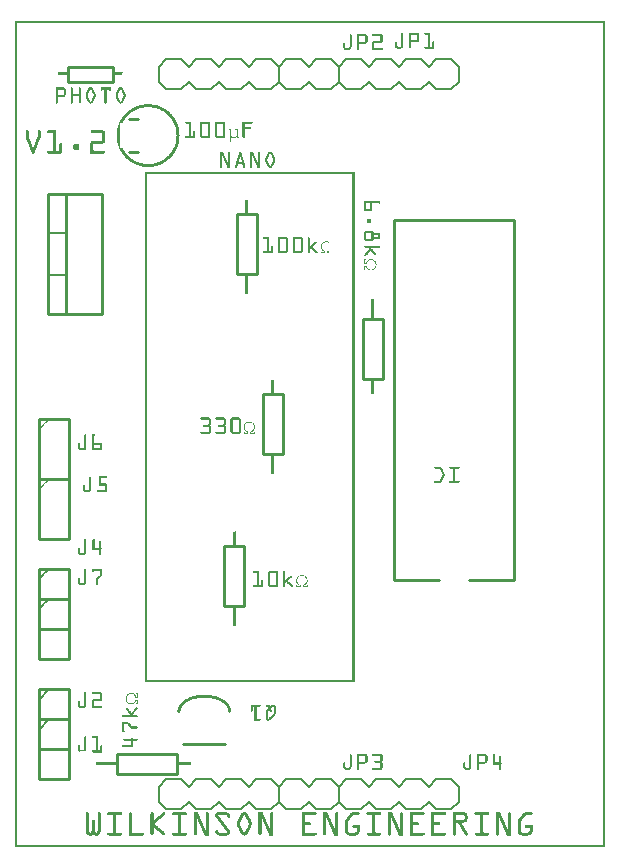
<source format=gto>
G04 MADE WITH FRITZING*
G04 WWW.FRITZING.ORG*
G04 DOUBLE SIDED*
G04 HOLES PLATED*
G04 CONTOUR ON CENTER OF CONTOUR VECTOR*
%ASAXBY*%
%FSLAX23Y23*%
%MOIN*%
%OFA0B0*%
%SFA1.0B1.0*%
%ADD10C,0.010000*%
%ADD11C,0.008000*%
%ADD12C,0.005000*%
%ADD13C,0.011000*%
%ADD14R,0.001000X0.001000*%
%LNSILK1*%
G90*
G70*
G54D10*
X1226Y1761D02*
X1226Y1561D01*
D02*
X1226Y1561D02*
X1160Y1561D01*
D02*
X1160Y1561D02*
X1160Y1761D01*
D02*
X1160Y1761D02*
X1226Y1761D01*
G54D11*
D02*
X1380Y2604D02*
X1405Y2629D01*
D02*
X1405Y2629D02*
X1455Y2629D01*
D02*
X1455Y2629D02*
X1480Y2604D01*
D02*
X1480Y2554D02*
X1455Y2529D01*
D02*
X1455Y2529D02*
X1405Y2529D01*
D02*
X1405Y2529D02*
X1380Y2554D01*
D02*
X1205Y2629D02*
X1255Y2629D01*
D02*
X1255Y2629D02*
X1280Y2604D01*
D02*
X1280Y2554D02*
X1255Y2529D01*
D02*
X1280Y2604D02*
X1305Y2629D01*
D02*
X1305Y2629D02*
X1355Y2629D01*
D02*
X1355Y2629D02*
X1380Y2604D01*
D02*
X1380Y2554D02*
X1355Y2529D01*
D02*
X1355Y2529D02*
X1305Y2529D01*
D02*
X1305Y2529D02*
X1280Y2554D01*
D02*
X1080Y2604D02*
X1105Y2629D01*
D02*
X1105Y2629D02*
X1155Y2629D01*
D02*
X1155Y2629D02*
X1180Y2604D01*
D02*
X1180Y2554D02*
X1155Y2529D01*
D02*
X1155Y2529D02*
X1105Y2529D01*
D02*
X1105Y2529D02*
X1080Y2554D01*
D02*
X1205Y2629D02*
X1180Y2604D01*
D02*
X1180Y2554D02*
X1205Y2529D01*
D02*
X1255Y2529D02*
X1205Y2529D01*
D02*
X905Y2629D02*
X955Y2629D01*
D02*
X955Y2629D02*
X980Y2604D01*
D02*
X980Y2554D02*
X955Y2529D01*
D02*
X980Y2604D02*
X1005Y2629D01*
D02*
X1005Y2629D02*
X1055Y2629D01*
D02*
X1055Y2629D02*
X1080Y2604D01*
D02*
X1080Y2554D02*
X1055Y2529D01*
D02*
X1055Y2529D02*
X1005Y2529D01*
D02*
X1005Y2529D02*
X980Y2554D01*
D02*
X880Y2604D02*
X880Y2554D01*
D02*
X905Y2629D02*
X880Y2604D01*
D02*
X880Y2554D02*
X905Y2529D01*
D02*
X955Y2529D02*
X905Y2529D01*
D02*
X1480Y2604D02*
X1480Y2554D01*
D02*
X980Y2604D02*
X1005Y2629D01*
D02*
X1005Y2629D02*
X1055Y2629D01*
D02*
X1055Y2629D02*
X1080Y2604D01*
D02*
X1080Y2554D02*
X1055Y2529D01*
D02*
X1055Y2529D02*
X1005Y2529D01*
D02*
X1005Y2529D02*
X980Y2554D01*
D02*
X805Y2629D02*
X855Y2629D01*
D02*
X855Y2629D02*
X880Y2604D01*
D02*
X880Y2554D02*
X855Y2529D01*
D02*
X880Y2604D02*
X905Y2629D01*
D02*
X905Y2629D02*
X955Y2629D01*
D02*
X955Y2629D02*
X980Y2604D01*
D02*
X980Y2554D02*
X955Y2529D01*
D02*
X955Y2529D02*
X905Y2529D01*
D02*
X905Y2529D02*
X880Y2554D01*
D02*
X680Y2604D02*
X705Y2629D01*
D02*
X705Y2629D02*
X755Y2629D01*
D02*
X755Y2629D02*
X780Y2604D01*
D02*
X780Y2554D02*
X755Y2529D01*
D02*
X755Y2529D02*
X705Y2529D01*
D02*
X705Y2529D02*
X680Y2554D01*
D02*
X805Y2629D02*
X780Y2604D01*
D02*
X780Y2554D02*
X805Y2529D01*
D02*
X855Y2529D02*
X805Y2529D01*
D02*
X505Y2629D02*
X555Y2629D01*
D02*
X555Y2629D02*
X580Y2604D01*
D02*
X580Y2554D02*
X555Y2529D01*
D02*
X580Y2604D02*
X605Y2629D01*
D02*
X605Y2629D02*
X655Y2629D01*
D02*
X655Y2629D02*
X680Y2604D01*
D02*
X680Y2554D02*
X655Y2529D01*
D02*
X655Y2529D02*
X605Y2529D01*
D02*
X605Y2529D02*
X580Y2554D01*
D02*
X480Y2604D02*
X480Y2554D01*
D02*
X505Y2629D02*
X480Y2604D01*
D02*
X480Y2554D02*
X505Y2529D01*
D02*
X555Y2529D02*
X505Y2529D01*
D02*
X1080Y2604D02*
X1080Y2554D01*
D02*
X980Y204D02*
X1005Y229D01*
D02*
X1005Y229D02*
X1055Y229D01*
D02*
X1055Y229D02*
X1080Y204D01*
D02*
X1080Y154D02*
X1055Y129D01*
D02*
X1055Y129D02*
X1005Y129D01*
D02*
X1005Y129D02*
X980Y154D01*
D02*
X805Y229D02*
X855Y229D01*
D02*
X855Y229D02*
X880Y204D01*
D02*
X880Y154D02*
X855Y129D01*
D02*
X880Y204D02*
X905Y229D01*
D02*
X905Y229D02*
X955Y229D01*
D02*
X955Y229D02*
X980Y204D01*
D02*
X980Y154D02*
X955Y129D01*
D02*
X955Y129D02*
X905Y129D01*
D02*
X905Y129D02*
X880Y154D01*
D02*
X680Y204D02*
X705Y229D01*
D02*
X705Y229D02*
X755Y229D01*
D02*
X755Y229D02*
X780Y204D01*
D02*
X780Y154D02*
X755Y129D01*
D02*
X755Y129D02*
X705Y129D01*
D02*
X705Y129D02*
X680Y154D01*
D02*
X805Y229D02*
X780Y204D01*
D02*
X780Y154D02*
X805Y129D01*
D02*
X855Y129D02*
X805Y129D01*
D02*
X505Y229D02*
X555Y229D01*
D02*
X555Y229D02*
X580Y204D01*
D02*
X580Y154D02*
X555Y129D01*
D02*
X580Y204D02*
X605Y229D01*
D02*
X605Y229D02*
X655Y229D01*
D02*
X655Y229D02*
X680Y204D01*
D02*
X680Y154D02*
X655Y129D01*
D02*
X655Y129D02*
X605Y129D01*
D02*
X605Y129D02*
X580Y154D01*
D02*
X480Y204D02*
X480Y154D01*
D02*
X505Y229D02*
X480Y204D01*
D02*
X480Y154D02*
X505Y129D01*
D02*
X555Y129D02*
X505Y129D01*
D02*
X1080Y204D02*
X1080Y154D01*
D02*
X1380Y204D02*
X1405Y229D01*
D02*
X1405Y229D02*
X1455Y229D01*
D02*
X1455Y229D02*
X1480Y204D01*
D02*
X1480Y154D02*
X1455Y129D01*
D02*
X1455Y129D02*
X1405Y129D01*
D02*
X1405Y129D02*
X1380Y154D01*
D02*
X1205Y229D02*
X1255Y229D01*
D02*
X1255Y229D02*
X1280Y204D01*
D02*
X1280Y154D02*
X1255Y129D01*
D02*
X1280Y204D02*
X1305Y229D01*
D02*
X1305Y229D02*
X1355Y229D01*
D02*
X1355Y229D02*
X1380Y204D01*
D02*
X1380Y154D02*
X1355Y129D01*
D02*
X1355Y129D02*
X1305Y129D01*
D02*
X1305Y129D02*
X1280Y154D01*
D02*
X1080Y204D02*
X1105Y229D01*
D02*
X1105Y229D02*
X1155Y229D01*
D02*
X1155Y229D02*
X1180Y204D01*
D02*
X1180Y154D02*
X1155Y129D01*
D02*
X1155Y129D02*
X1105Y129D01*
D02*
X1105Y129D02*
X1080Y154D01*
D02*
X1205Y229D02*
X1180Y204D01*
D02*
X1180Y154D02*
X1205Y129D01*
D02*
X1255Y129D02*
X1205Y129D01*
D02*
X905Y229D02*
X955Y229D01*
D02*
X955Y229D02*
X980Y204D01*
D02*
X980Y154D02*
X955Y129D01*
D02*
X980Y204D02*
X1005Y229D01*
D02*
X1005Y229D02*
X1055Y229D01*
D02*
X1055Y229D02*
X1080Y204D01*
D02*
X1080Y154D02*
X1055Y129D01*
D02*
X1055Y129D02*
X1005Y129D01*
D02*
X1005Y129D02*
X980Y154D01*
D02*
X880Y204D02*
X880Y154D01*
D02*
X905Y229D02*
X880Y204D01*
D02*
X880Y154D02*
X905Y129D01*
D02*
X955Y129D02*
X905Y129D01*
D02*
X1480Y204D02*
X1480Y154D01*
G54D10*
D02*
X1663Y894D02*
X1663Y2094D01*
D02*
X1663Y2094D02*
X1263Y2094D01*
D02*
X1263Y2094D02*
X1263Y894D01*
D02*
X1663Y894D02*
X1513Y894D01*
D02*
X1413Y894D02*
X1263Y894D01*
D02*
X110Y1779D02*
X110Y2179D01*
D02*
X110Y2179D02*
X290Y2179D01*
D02*
X290Y2179D02*
X290Y1779D01*
D02*
X290Y1779D02*
X110Y1779D01*
D02*
X110Y1779D02*
X110Y2179D01*
D02*
X110Y2179D02*
X170Y2179D01*
D02*
X170Y2179D02*
X170Y1779D01*
D02*
X170Y1779D02*
X110Y1779D01*
G54D12*
D02*
X110Y1909D02*
X170Y1909D01*
D02*
X110Y2049D02*
X170Y2049D01*
G54D10*
D02*
X700Y345D02*
X560Y345D01*
D02*
X80Y429D02*
X80Y229D01*
D02*
X80Y229D02*
X180Y229D01*
D02*
X180Y229D02*
X180Y429D01*
D02*
X180Y429D02*
X80Y429D01*
G54D12*
D02*
X80Y394D02*
X115Y429D01*
G54D10*
D02*
X80Y529D02*
X80Y329D01*
D02*
X80Y329D02*
X180Y329D01*
D02*
X180Y329D02*
X180Y529D01*
D02*
X180Y529D02*
X80Y529D01*
G54D12*
D02*
X80Y494D02*
X115Y529D01*
G54D10*
D02*
X339Y312D02*
X539Y312D01*
D02*
X539Y312D02*
X539Y246D01*
D02*
X539Y246D02*
X339Y246D01*
D02*
X339Y246D02*
X339Y312D01*
D02*
X698Y805D02*
X698Y1005D01*
D02*
X698Y1005D02*
X764Y1005D01*
D02*
X764Y1005D02*
X764Y805D01*
D02*
X764Y805D02*
X698Y805D01*
D02*
X80Y929D02*
X80Y729D01*
D02*
X80Y729D02*
X180Y729D01*
D02*
X180Y729D02*
X180Y929D01*
D02*
X180Y929D02*
X80Y929D01*
D02*
X80Y1229D02*
X80Y1029D01*
D02*
X80Y1029D02*
X180Y1029D01*
D02*
X180Y1029D02*
X180Y1229D01*
D02*
X180Y1229D02*
X80Y1229D01*
D02*
X80Y1429D02*
X80Y1229D01*
D02*
X80Y1229D02*
X180Y1229D01*
D02*
X180Y1229D02*
X180Y1429D01*
D02*
X180Y1429D02*
X80Y1429D01*
D02*
X80Y829D02*
X80Y629D01*
D02*
X80Y629D02*
X180Y629D01*
D02*
X180Y629D02*
X180Y829D01*
D02*
X180Y829D02*
X80Y829D01*
D02*
X827Y1312D02*
X827Y1512D01*
D02*
X827Y1512D02*
X893Y1512D01*
D02*
X893Y1512D02*
X893Y1312D01*
D02*
X893Y1312D02*
X827Y1312D01*
D02*
X176Y2604D02*
X326Y2604D01*
D02*
X326Y2604D02*
X326Y2554D01*
D02*
X326Y2554D02*
X176Y2554D01*
D02*
X176Y2554D02*
X176Y2604D01*
D02*
X741Y1912D02*
X741Y2112D01*
D02*
X741Y2112D02*
X807Y2112D01*
D02*
X807Y2112D02*
X807Y1912D01*
D02*
X807Y1912D02*
X741Y1912D01*
G54D13*
X379Y2429D02*
X409Y2429D01*
D02*
X379Y2319D02*
X409Y2319D01*
D02*
G54D14*
X0Y2756D02*
X1967Y2756D01*
X0Y2755D02*
X1967Y2755D01*
X0Y2754D02*
X1967Y2754D01*
X0Y2753D02*
X1967Y2753D01*
X0Y2752D02*
X1967Y2752D01*
X0Y2751D02*
X1967Y2751D01*
X0Y2750D02*
X1967Y2750D01*
X0Y2749D02*
X1967Y2749D01*
X0Y2748D02*
X7Y2748D01*
X1960Y2748D02*
X1967Y2748D01*
X0Y2747D02*
X7Y2747D01*
X1960Y2747D02*
X1967Y2747D01*
X0Y2746D02*
X7Y2746D01*
X1960Y2746D02*
X1967Y2746D01*
X0Y2745D02*
X7Y2745D01*
X1960Y2745D02*
X1967Y2745D01*
X0Y2744D02*
X7Y2744D01*
X1960Y2744D02*
X1967Y2744D01*
X0Y2743D02*
X7Y2743D01*
X1960Y2743D02*
X1967Y2743D01*
X0Y2742D02*
X7Y2742D01*
X1960Y2742D02*
X1967Y2742D01*
X0Y2741D02*
X7Y2741D01*
X1960Y2741D02*
X1967Y2741D01*
X0Y2740D02*
X7Y2740D01*
X1960Y2740D02*
X1967Y2740D01*
X0Y2739D02*
X7Y2739D01*
X1960Y2739D02*
X1967Y2739D01*
X0Y2738D02*
X7Y2738D01*
X1960Y2738D02*
X1967Y2738D01*
X0Y2737D02*
X7Y2737D01*
X1960Y2737D02*
X1967Y2737D01*
X0Y2736D02*
X7Y2736D01*
X1960Y2736D02*
X1967Y2736D01*
X0Y2735D02*
X7Y2735D01*
X1960Y2735D02*
X1967Y2735D01*
X0Y2734D02*
X7Y2734D01*
X1960Y2734D02*
X1967Y2734D01*
X0Y2733D02*
X7Y2733D01*
X1960Y2733D02*
X1967Y2733D01*
X0Y2732D02*
X7Y2732D01*
X1960Y2732D02*
X1967Y2732D01*
X0Y2731D02*
X7Y2731D01*
X1960Y2731D02*
X1967Y2731D01*
X0Y2730D02*
X7Y2730D01*
X1960Y2730D02*
X1967Y2730D01*
X0Y2729D02*
X7Y2729D01*
X1960Y2729D02*
X1967Y2729D01*
X0Y2728D02*
X7Y2728D01*
X1960Y2728D02*
X1967Y2728D01*
X0Y2727D02*
X7Y2727D01*
X1960Y2727D02*
X1967Y2727D01*
X0Y2726D02*
X7Y2726D01*
X1960Y2726D02*
X1967Y2726D01*
X0Y2725D02*
X7Y2725D01*
X1960Y2725D02*
X1967Y2725D01*
X0Y2724D02*
X7Y2724D01*
X1960Y2724D02*
X1967Y2724D01*
X0Y2723D02*
X7Y2723D01*
X1960Y2723D02*
X1967Y2723D01*
X0Y2722D02*
X7Y2722D01*
X1960Y2722D02*
X1967Y2722D01*
X0Y2721D02*
X7Y2721D01*
X1960Y2721D02*
X1967Y2721D01*
X0Y2720D02*
X7Y2720D01*
X1960Y2720D02*
X1967Y2720D01*
X0Y2719D02*
X7Y2719D01*
X1960Y2719D02*
X1967Y2719D01*
X0Y2718D02*
X7Y2718D01*
X1960Y2718D02*
X1967Y2718D01*
X0Y2717D02*
X7Y2717D01*
X1290Y2717D02*
X1292Y2717D01*
X1314Y2717D02*
X1341Y2717D01*
X1366Y2717D02*
X1384Y2717D01*
X1960Y2717D02*
X1967Y2717D01*
X0Y2716D02*
X7Y2716D01*
X1289Y2716D02*
X1293Y2716D01*
X1314Y2716D02*
X1343Y2716D01*
X1365Y2716D02*
X1384Y2716D01*
X1960Y2716D02*
X1967Y2716D01*
X0Y2715D02*
X7Y2715D01*
X1288Y2715D02*
X1294Y2715D01*
X1314Y2715D02*
X1344Y2715D01*
X1364Y2715D02*
X1384Y2715D01*
X1960Y2715D02*
X1967Y2715D01*
X0Y2714D02*
X7Y2714D01*
X1288Y2714D02*
X1294Y2714D01*
X1314Y2714D02*
X1345Y2714D01*
X1364Y2714D02*
X1384Y2714D01*
X1960Y2714D02*
X1967Y2714D01*
X0Y2713D02*
X7Y2713D01*
X1142Y2713D02*
X1165Y2713D01*
X1194Y2713D02*
X1219Y2713D01*
X1288Y2713D02*
X1294Y2713D01*
X1314Y2713D02*
X1346Y2713D01*
X1364Y2713D02*
X1384Y2713D01*
X1960Y2713D02*
X1967Y2713D01*
X0Y2712D02*
X7Y2712D01*
X1117Y2712D02*
X1120Y2712D01*
X1141Y2712D02*
X1169Y2712D01*
X1192Y2712D02*
X1222Y2712D01*
X1288Y2712D02*
X1294Y2712D01*
X1314Y2712D02*
X1346Y2712D01*
X1365Y2712D02*
X1384Y2712D01*
X1960Y2712D02*
X1967Y2712D01*
X0Y2711D02*
X7Y2711D01*
X1116Y2711D02*
X1121Y2711D01*
X1141Y2711D02*
X1171Y2711D01*
X1192Y2711D02*
X1223Y2711D01*
X1288Y2711D02*
X1294Y2711D01*
X1314Y2711D02*
X1347Y2711D01*
X1366Y2711D02*
X1384Y2711D01*
X1960Y2711D02*
X1967Y2711D01*
X0Y2710D02*
X7Y2710D01*
X1116Y2710D02*
X1121Y2710D01*
X1141Y2710D02*
X1172Y2710D01*
X1191Y2710D02*
X1224Y2710D01*
X1288Y2710D02*
X1294Y2710D01*
X1314Y2710D02*
X1320Y2710D01*
X1340Y2710D02*
X1347Y2710D01*
X1378Y2710D02*
X1384Y2710D01*
X1960Y2710D02*
X1967Y2710D01*
X0Y2709D02*
X7Y2709D01*
X1116Y2709D02*
X1122Y2709D01*
X1141Y2709D02*
X1173Y2709D01*
X1191Y2709D02*
X1224Y2709D01*
X1288Y2709D02*
X1294Y2709D01*
X1314Y2709D02*
X1320Y2709D01*
X1341Y2709D02*
X1347Y2709D01*
X1378Y2709D02*
X1384Y2709D01*
X1960Y2709D02*
X1967Y2709D01*
X0Y2708D02*
X7Y2708D01*
X1116Y2708D02*
X1122Y2708D01*
X1141Y2708D02*
X1173Y2708D01*
X1192Y2708D02*
X1225Y2708D01*
X1288Y2708D02*
X1294Y2708D01*
X1314Y2708D02*
X1320Y2708D01*
X1341Y2708D02*
X1347Y2708D01*
X1378Y2708D02*
X1384Y2708D01*
X1960Y2708D02*
X1967Y2708D01*
X0Y2707D02*
X7Y2707D01*
X1116Y2707D02*
X1122Y2707D01*
X1141Y2707D02*
X1174Y2707D01*
X1193Y2707D02*
X1225Y2707D01*
X1288Y2707D02*
X1294Y2707D01*
X1314Y2707D02*
X1320Y2707D01*
X1342Y2707D02*
X1348Y2707D01*
X1378Y2707D02*
X1384Y2707D01*
X1960Y2707D02*
X1967Y2707D01*
X0Y2706D02*
X7Y2706D01*
X1116Y2706D02*
X1122Y2706D01*
X1141Y2706D02*
X1148Y2706D01*
X1166Y2706D02*
X1174Y2706D01*
X1219Y2706D02*
X1225Y2706D01*
X1288Y2706D02*
X1294Y2706D01*
X1314Y2706D02*
X1320Y2706D01*
X1342Y2706D02*
X1348Y2706D01*
X1378Y2706D02*
X1384Y2706D01*
X1960Y2706D02*
X1967Y2706D01*
X0Y2705D02*
X7Y2705D01*
X1116Y2705D02*
X1122Y2705D01*
X1141Y2705D02*
X1147Y2705D01*
X1168Y2705D02*
X1175Y2705D01*
X1219Y2705D02*
X1225Y2705D01*
X1288Y2705D02*
X1294Y2705D01*
X1314Y2705D02*
X1320Y2705D01*
X1342Y2705D02*
X1348Y2705D01*
X1378Y2705D02*
X1384Y2705D01*
X1960Y2705D02*
X1967Y2705D01*
X0Y2704D02*
X7Y2704D01*
X1116Y2704D02*
X1122Y2704D01*
X1141Y2704D02*
X1147Y2704D01*
X1169Y2704D02*
X1175Y2704D01*
X1219Y2704D02*
X1225Y2704D01*
X1288Y2704D02*
X1294Y2704D01*
X1314Y2704D02*
X1320Y2704D01*
X1342Y2704D02*
X1348Y2704D01*
X1378Y2704D02*
X1384Y2704D01*
X1960Y2704D02*
X1967Y2704D01*
X0Y2703D02*
X7Y2703D01*
X1116Y2703D02*
X1122Y2703D01*
X1141Y2703D02*
X1147Y2703D01*
X1169Y2703D02*
X1175Y2703D01*
X1219Y2703D02*
X1225Y2703D01*
X1288Y2703D02*
X1294Y2703D01*
X1314Y2703D02*
X1320Y2703D01*
X1342Y2703D02*
X1348Y2703D01*
X1378Y2703D02*
X1384Y2703D01*
X1960Y2703D02*
X1967Y2703D01*
X0Y2702D02*
X7Y2702D01*
X1116Y2702D02*
X1122Y2702D01*
X1141Y2702D02*
X1147Y2702D01*
X1169Y2702D02*
X1175Y2702D01*
X1219Y2702D02*
X1225Y2702D01*
X1288Y2702D02*
X1294Y2702D01*
X1314Y2702D02*
X1320Y2702D01*
X1342Y2702D02*
X1348Y2702D01*
X1378Y2702D02*
X1384Y2702D01*
X1960Y2702D02*
X1967Y2702D01*
X0Y2701D02*
X7Y2701D01*
X1116Y2701D02*
X1122Y2701D01*
X1141Y2701D02*
X1147Y2701D01*
X1169Y2701D02*
X1175Y2701D01*
X1219Y2701D02*
X1225Y2701D01*
X1288Y2701D02*
X1294Y2701D01*
X1314Y2701D02*
X1320Y2701D01*
X1342Y2701D02*
X1348Y2701D01*
X1378Y2701D02*
X1384Y2701D01*
X1960Y2701D02*
X1967Y2701D01*
X0Y2700D02*
X7Y2700D01*
X1116Y2700D02*
X1122Y2700D01*
X1141Y2700D02*
X1147Y2700D01*
X1169Y2700D02*
X1175Y2700D01*
X1219Y2700D02*
X1225Y2700D01*
X1288Y2700D02*
X1294Y2700D01*
X1314Y2700D02*
X1320Y2700D01*
X1342Y2700D02*
X1348Y2700D01*
X1378Y2700D02*
X1384Y2700D01*
X1960Y2700D02*
X1967Y2700D01*
X0Y2699D02*
X7Y2699D01*
X1116Y2699D02*
X1122Y2699D01*
X1141Y2699D02*
X1147Y2699D01*
X1169Y2699D02*
X1175Y2699D01*
X1219Y2699D02*
X1225Y2699D01*
X1288Y2699D02*
X1294Y2699D01*
X1314Y2699D02*
X1320Y2699D01*
X1342Y2699D02*
X1348Y2699D01*
X1378Y2699D02*
X1384Y2699D01*
X1960Y2699D02*
X1967Y2699D01*
X0Y2698D02*
X7Y2698D01*
X1116Y2698D02*
X1122Y2698D01*
X1141Y2698D02*
X1147Y2698D01*
X1169Y2698D02*
X1175Y2698D01*
X1219Y2698D02*
X1225Y2698D01*
X1288Y2698D02*
X1294Y2698D01*
X1314Y2698D02*
X1320Y2698D01*
X1342Y2698D02*
X1348Y2698D01*
X1378Y2698D02*
X1384Y2698D01*
X1960Y2698D02*
X1967Y2698D01*
X0Y2697D02*
X7Y2697D01*
X1116Y2697D02*
X1122Y2697D01*
X1141Y2697D02*
X1147Y2697D01*
X1169Y2697D02*
X1175Y2697D01*
X1219Y2697D02*
X1225Y2697D01*
X1288Y2697D02*
X1294Y2697D01*
X1314Y2697D02*
X1320Y2697D01*
X1342Y2697D02*
X1348Y2697D01*
X1378Y2697D02*
X1384Y2697D01*
X1960Y2697D02*
X1967Y2697D01*
X0Y2696D02*
X7Y2696D01*
X1116Y2696D02*
X1122Y2696D01*
X1141Y2696D02*
X1147Y2696D01*
X1169Y2696D02*
X1175Y2696D01*
X1219Y2696D02*
X1225Y2696D01*
X1288Y2696D02*
X1294Y2696D01*
X1314Y2696D02*
X1320Y2696D01*
X1342Y2696D02*
X1348Y2696D01*
X1378Y2696D02*
X1384Y2696D01*
X1960Y2696D02*
X1967Y2696D01*
X0Y2695D02*
X7Y2695D01*
X1116Y2695D02*
X1122Y2695D01*
X1141Y2695D02*
X1147Y2695D01*
X1169Y2695D02*
X1175Y2695D01*
X1219Y2695D02*
X1225Y2695D01*
X1288Y2695D02*
X1294Y2695D01*
X1314Y2695D02*
X1320Y2695D01*
X1342Y2695D02*
X1348Y2695D01*
X1378Y2695D02*
X1384Y2695D01*
X1960Y2695D02*
X1967Y2695D01*
X0Y2694D02*
X7Y2694D01*
X1116Y2694D02*
X1122Y2694D01*
X1141Y2694D02*
X1147Y2694D01*
X1169Y2694D02*
X1175Y2694D01*
X1219Y2694D02*
X1225Y2694D01*
X1288Y2694D02*
X1294Y2694D01*
X1314Y2694D02*
X1320Y2694D01*
X1341Y2694D02*
X1348Y2694D01*
X1378Y2694D02*
X1384Y2694D01*
X1960Y2694D02*
X1967Y2694D01*
X0Y2693D02*
X7Y2693D01*
X1116Y2693D02*
X1122Y2693D01*
X1141Y2693D02*
X1147Y2693D01*
X1169Y2693D02*
X1175Y2693D01*
X1219Y2693D02*
X1225Y2693D01*
X1288Y2693D02*
X1294Y2693D01*
X1314Y2693D02*
X1320Y2693D01*
X1341Y2693D02*
X1347Y2693D01*
X1378Y2693D02*
X1384Y2693D01*
X1960Y2693D02*
X1967Y2693D01*
X0Y2692D02*
X7Y2692D01*
X1116Y2692D02*
X1122Y2692D01*
X1141Y2692D02*
X1147Y2692D01*
X1169Y2692D02*
X1175Y2692D01*
X1219Y2692D02*
X1225Y2692D01*
X1288Y2692D02*
X1294Y2692D01*
X1314Y2692D02*
X1320Y2692D01*
X1340Y2692D02*
X1347Y2692D01*
X1378Y2692D02*
X1384Y2692D01*
X1960Y2692D02*
X1967Y2692D01*
X0Y2691D02*
X7Y2691D01*
X1116Y2691D02*
X1122Y2691D01*
X1141Y2691D02*
X1147Y2691D01*
X1169Y2691D02*
X1175Y2691D01*
X1219Y2691D02*
X1225Y2691D01*
X1288Y2691D02*
X1294Y2691D01*
X1314Y2691D02*
X1347Y2691D01*
X1378Y2691D02*
X1384Y2691D01*
X1960Y2691D02*
X1967Y2691D01*
X0Y2690D02*
X7Y2690D01*
X1116Y2690D02*
X1122Y2690D01*
X1141Y2690D02*
X1147Y2690D01*
X1169Y2690D02*
X1175Y2690D01*
X1219Y2690D02*
X1225Y2690D01*
X1288Y2690D02*
X1294Y2690D01*
X1314Y2690D02*
X1346Y2690D01*
X1378Y2690D02*
X1384Y2690D01*
X1960Y2690D02*
X1967Y2690D01*
X0Y2689D02*
X7Y2689D01*
X1116Y2689D02*
X1122Y2689D01*
X1141Y2689D02*
X1147Y2689D01*
X1169Y2689D02*
X1175Y2689D01*
X1196Y2689D02*
X1225Y2689D01*
X1288Y2689D02*
X1294Y2689D01*
X1314Y2689D02*
X1346Y2689D01*
X1378Y2689D02*
X1384Y2689D01*
X1960Y2689D02*
X1967Y2689D01*
X0Y2688D02*
X7Y2688D01*
X1116Y2688D02*
X1122Y2688D01*
X1141Y2688D02*
X1147Y2688D01*
X1168Y2688D02*
X1175Y2688D01*
X1194Y2688D02*
X1225Y2688D01*
X1270Y2688D02*
X1271Y2688D01*
X1288Y2688D02*
X1294Y2688D01*
X1314Y2688D02*
X1345Y2688D01*
X1378Y2688D02*
X1384Y2688D01*
X1394Y2688D02*
X1395Y2688D01*
X1960Y2688D02*
X1967Y2688D01*
X0Y2687D02*
X7Y2687D01*
X1116Y2687D02*
X1122Y2687D01*
X1141Y2687D02*
X1147Y2687D01*
X1167Y2687D02*
X1174Y2687D01*
X1193Y2687D02*
X1224Y2687D01*
X1268Y2687D02*
X1272Y2687D01*
X1288Y2687D02*
X1294Y2687D01*
X1314Y2687D02*
X1344Y2687D01*
X1378Y2687D02*
X1384Y2687D01*
X1392Y2687D02*
X1397Y2687D01*
X1960Y2687D02*
X1967Y2687D01*
X0Y2686D02*
X7Y2686D01*
X1116Y2686D02*
X1122Y2686D01*
X1141Y2686D02*
X1174Y2686D01*
X1192Y2686D02*
X1224Y2686D01*
X1268Y2686D02*
X1273Y2686D01*
X1288Y2686D02*
X1294Y2686D01*
X1314Y2686D02*
X1343Y2686D01*
X1378Y2686D02*
X1384Y2686D01*
X1392Y2686D02*
X1397Y2686D01*
X1960Y2686D02*
X1967Y2686D01*
X0Y2685D02*
X7Y2685D01*
X1116Y2685D02*
X1122Y2685D01*
X1141Y2685D02*
X1174Y2685D01*
X1192Y2685D02*
X1223Y2685D01*
X1267Y2685D02*
X1273Y2685D01*
X1288Y2685D02*
X1294Y2685D01*
X1314Y2685D02*
X1341Y2685D01*
X1378Y2685D02*
X1384Y2685D01*
X1392Y2685D02*
X1397Y2685D01*
X1960Y2685D02*
X1967Y2685D01*
X0Y2684D02*
X7Y2684D01*
X1116Y2684D02*
X1122Y2684D01*
X1141Y2684D02*
X1173Y2684D01*
X1192Y2684D02*
X1222Y2684D01*
X1267Y2684D02*
X1273Y2684D01*
X1288Y2684D02*
X1294Y2684D01*
X1314Y2684D02*
X1320Y2684D01*
X1378Y2684D02*
X1384Y2684D01*
X1392Y2684D02*
X1398Y2684D01*
X1960Y2684D02*
X1967Y2684D01*
X0Y2683D02*
X7Y2683D01*
X1096Y2683D02*
X1099Y2683D01*
X1116Y2683D02*
X1122Y2683D01*
X1141Y2683D02*
X1172Y2683D01*
X1191Y2683D02*
X1220Y2683D01*
X1267Y2683D02*
X1273Y2683D01*
X1288Y2683D02*
X1294Y2683D01*
X1314Y2683D02*
X1320Y2683D01*
X1378Y2683D02*
X1384Y2683D01*
X1392Y2683D02*
X1398Y2683D01*
X1960Y2683D02*
X1967Y2683D01*
X0Y2682D02*
X7Y2682D01*
X1095Y2682D02*
X1100Y2682D01*
X1116Y2682D02*
X1122Y2682D01*
X1141Y2682D02*
X1171Y2682D01*
X1191Y2682D02*
X1197Y2682D01*
X1267Y2682D02*
X1273Y2682D01*
X1288Y2682D02*
X1294Y2682D01*
X1314Y2682D02*
X1320Y2682D01*
X1378Y2682D02*
X1384Y2682D01*
X1392Y2682D02*
X1398Y2682D01*
X1960Y2682D02*
X1967Y2682D01*
X0Y2681D02*
X7Y2681D01*
X1095Y2681D02*
X1101Y2681D01*
X1116Y2681D02*
X1122Y2681D01*
X1141Y2681D02*
X1170Y2681D01*
X1191Y2681D02*
X1197Y2681D01*
X1267Y2681D02*
X1273Y2681D01*
X1288Y2681D02*
X1294Y2681D01*
X1314Y2681D02*
X1320Y2681D01*
X1378Y2681D02*
X1384Y2681D01*
X1392Y2681D02*
X1398Y2681D01*
X1960Y2681D02*
X1967Y2681D01*
X0Y2680D02*
X7Y2680D01*
X1095Y2680D02*
X1101Y2680D01*
X1116Y2680D02*
X1122Y2680D01*
X1141Y2680D02*
X1167Y2680D01*
X1191Y2680D02*
X1197Y2680D01*
X1267Y2680D02*
X1273Y2680D01*
X1288Y2680D02*
X1294Y2680D01*
X1314Y2680D02*
X1320Y2680D01*
X1378Y2680D02*
X1384Y2680D01*
X1392Y2680D02*
X1398Y2680D01*
X1960Y2680D02*
X1967Y2680D01*
X0Y2679D02*
X7Y2679D01*
X1095Y2679D02*
X1101Y2679D01*
X1116Y2679D02*
X1122Y2679D01*
X1141Y2679D02*
X1147Y2679D01*
X1191Y2679D02*
X1197Y2679D01*
X1267Y2679D02*
X1273Y2679D01*
X1288Y2679D02*
X1294Y2679D01*
X1314Y2679D02*
X1320Y2679D01*
X1378Y2679D02*
X1384Y2679D01*
X1392Y2679D02*
X1398Y2679D01*
X1960Y2679D02*
X1967Y2679D01*
X0Y2678D02*
X7Y2678D01*
X1095Y2678D02*
X1101Y2678D01*
X1116Y2678D02*
X1122Y2678D01*
X1141Y2678D02*
X1147Y2678D01*
X1191Y2678D02*
X1197Y2678D01*
X1267Y2678D02*
X1273Y2678D01*
X1288Y2678D02*
X1294Y2678D01*
X1314Y2678D02*
X1320Y2678D01*
X1378Y2678D02*
X1384Y2678D01*
X1392Y2678D02*
X1398Y2678D01*
X1960Y2678D02*
X1967Y2678D01*
X0Y2677D02*
X7Y2677D01*
X1095Y2677D02*
X1101Y2677D01*
X1116Y2677D02*
X1122Y2677D01*
X1141Y2677D02*
X1147Y2677D01*
X1191Y2677D02*
X1197Y2677D01*
X1267Y2677D02*
X1273Y2677D01*
X1288Y2677D02*
X1294Y2677D01*
X1314Y2677D02*
X1320Y2677D01*
X1378Y2677D02*
X1384Y2677D01*
X1392Y2677D02*
X1398Y2677D01*
X1960Y2677D02*
X1967Y2677D01*
X0Y2676D02*
X7Y2676D01*
X1095Y2676D02*
X1101Y2676D01*
X1116Y2676D02*
X1122Y2676D01*
X1141Y2676D02*
X1147Y2676D01*
X1191Y2676D02*
X1197Y2676D01*
X1267Y2676D02*
X1273Y2676D01*
X1288Y2676D02*
X1294Y2676D01*
X1314Y2676D02*
X1320Y2676D01*
X1378Y2676D02*
X1384Y2676D01*
X1392Y2676D02*
X1398Y2676D01*
X1960Y2676D02*
X1967Y2676D01*
X0Y2675D02*
X7Y2675D01*
X1095Y2675D02*
X1101Y2675D01*
X1116Y2675D02*
X1122Y2675D01*
X1141Y2675D02*
X1147Y2675D01*
X1191Y2675D02*
X1197Y2675D01*
X1267Y2675D02*
X1273Y2675D01*
X1288Y2675D02*
X1294Y2675D01*
X1314Y2675D02*
X1320Y2675D01*
X1378Y2675D02*
X1384Y2675D01*
X1392Y2675D02*
X1398Y2675D01*
X1960Y2675D02*
X1967Y2675D01*
X0Y2674D02*
X7Y2674D01*
X1095Y2674D02*
X1101Y2674D01*
X1116Y2674D02*
X1122Y2674D01*
X1141Y2674D02*
X1147Y2674D01*
X1191Y2674D02*
X1197Y2674D01*
X1267Y2674D02*
X1273Y2674D01*
X1288Y2674D02*
X1294Y2674D01*
X1314Y2674D02*
X1320Y2674D01*
X1378Y2674D02*
X1384Y2674D01*
X1392Y2674D02*
X1398Y2674D01*
X1960Y2674D02*
X1967Y2674D01*
X0Y2673D02*
X7Y2673D01*
X1095Y2673D02*
X1101Y2673D01*
X1116Y2673D02*
X1122Y2673D01*
X1141Y2673D02*
X1147Y2673D01*
X1191Y2673D02*
X1197Y2673D01*
X1267Y2673D02*
X1274Y2673D01*
X1288Y2673D02*
X1294Y2673D01*
X1314Y2673D02*
X1320Y2673D01*
X1378Y2673D02*
X1384Y2673D01*
X1392Y2673D02*
X1398Y2673D01*
X1960Y2673D02*
X1967Y2673D01*
X0Y2672D02*
X7Y2672D01*
X1095Y2672D02*
X1101Y2672D01*
X1116Y2672D02*
X1122Y2672D01*
X1141Y2672D02*
X1147Y2672D01*
X1191Y2672D02*
X1197Y2672D01*
X1268Y2672D02*
X1274Y2672D01*
X1287Y2672D02*
X1294Y2672D01*
X1314Y2672D02*
X1320Y2672D01*
X1378Y2672D02*
X1384Y2672D01*
X1392Y2672D02*
X1398Y2672D01*
X1960Y2672D02*
X1967Y2672D01*
X0Y2671D02*
X7Y2671D01*
X1095Y2671D02*
X1101Y2671D01*
X1116Y2671D02*
X1122Y2671D01*
X1141Y2671D02*
X1147Y2671D01*
X1191Y2671D02*
X1197Y2671D01*
X1268Y2671D02*
X1275Y2671D01*
X1286Y2671D02*
X1294Y2671D01*
X1314Y2671D02*
X1320Y2671D01*
X1378Y2671D02*
X1384Y2671D01*
X1392Y2671D02*
X1398Y2671D01*
X1960Y2671D02*
X1967Y2671D01*
X0Y2670D02*
X7Y2670D01*
X1095Y2670D02*
X1101Y2670D01*
X1116Y2670D02*
X1122Y2670D01*
X1141Y2670D02*
X1147Y2670D01*
X1191Y2670D02*
X1197Y2670D01*
X1268Y2670D02*
X1293Y2670D01*
X1314Y2670D02*
X1320Y2670D01*
X1366Y2670D02*
X1398Y2670D01*
X1960Y2670D02*
X1967Y2670D01*
X0Y2669D02*
X7Y2669D01*
X1095Y2669D02*
X1101Y2669D01*
X1115Y2669D02*
X1121Y2669D01*
X1141Y2669D02*
X1147Y2669D01*
X1191Y2669D02*
X1197Y2669D01*
X1269Y2669D02*
X1293Y2669D01*
X1314Y2669D02*
X1320Y2669D01*
X1365Y2669D02*
X1398Y2669D01*
X1960Y2669D02*
X1967Y2669D01*
X0Y2668D02*
X7Y2668D01*
X1095Y2668D02*
X1101Y2668D01*
X1115Y2668D02*
X1121Y2668D01*
X1141Y2668D02*
X1147Y2668D01*
X1191Y2668D02*
X1197Y2668D01*
X1269Y2668D02*
X1292Y2668D01*
X1314Y2668D02*
X1320Y2668D01*
X1364Y2668D02*
X1398Y2668D01*
X1960Y2668D02*
X1967Y2668D01*
X0Y2667D02*
X7Y2667D01*
X1095Y2667D02*
X1102Y2667D01*
X1114Y2667D02*
X1121Y2667D01*
X1141Y2667D02*
X1147Y2667D01*
X1191Y2667D02*
X1197Y2667D01*
X1270Y2667D02*
X1291Y2667D01*
X1314Y2667D02*
X1320Y2667D01*
X1364Y2667D02*
X1398Y2667D01*
X1960Y2667D02*
X1967Y2667D01*
X0Y2666D02*
X7Y2666D01*
X1095Y2666D02*
X1104Y2666D01*
X1112Y2666D02*
X1121Y2666D01*
X1141Y2666D02*
X1147Y2666D01*
X1191Y2666D02*
X1198Y2666D01*
X1271Y2666D02*
X1290Y2666D01*
X1314Y2666D02*
X1320Y2666D01*
X1364Y2666D02*
X1397Y2666D01*
X1960Y2666D02*
X1967Y2666D01*
X0Y2665D02*
X7Y2665D01*
X1096Y2665D02*
X1121Y2665D01*
X1141Y2665D02*
X1147Y2665D01*
X1191Y2665D02*
X1224Y2665D01*
X1273Y2665D02*
X1289Y2665D01*
X1315Y2665D02*
X1319Y2665D01*
X1365Y2665D02*
X1397Y2665D01*
X1960Y2665D02*
X1967Y2665D01*
X0Y2664D02*
X7Y2664D01*
X1096Y2664D02*
X1120Y2664D01*
X1141Y2664D02*
X1147Y2664D01*
X1191Y2664D02*
X1225Y2664D01*
X1275Y2664D02*
X1287Y2664D01*
X1316Y2664D02*
X1318Y2664D01*
X1366Y2664D02*
X1396Y2664D01*
X1960Y2664D02*
X1967Y2664D01*
X0Y2663D02*
X7Y2663D01*
X1097Y2663D02*
X1119Y2663D01*
X1141Y2663D02*
X1147Y2663D01*
X1191Y2663D02*
X1225Y2663D01*
X1960Y2663D02*
X1967Y2663D01*
X0Y2662D02*
X7Y2662D01*
X1098Y2662D02*
X1118Y2662D01*
X1141Y2662D02*
X1147Y2662D01*
X1191Y2662D02*
X1225Y2662D01*
X1960Y2662D02*
X1967Y2662D01*
X0Y2661D02*
X7Y2661D01*
X1099Y2661D02*
X1117Y2661D01*
X1142Y2661D02*
X1147Y2661D01*
X1191Y2661D02*
X1225Y2661D01*
X1960Y2661D02*
X1967Y2661D01*
X0Y2660D02*
X7Y2660D01*
X1101Y2660D02*
X1116Y2660D01*
X1142Y2660D02*
X1146Y2660D01*
X1191Y2660D02*
X1224Y2660D01*
X1960Y2660D02*
X1967Y2660D01*
X0Y2659D02*
X7Y2659D01*
X1105Y2659D02*
X1112Y2659D01*
X1192Y2659D02*
X1222Y2659D01*
X1960Y2659D02*
X1967Y2659D01*
X0Y2658D02*
X7Y2658D01*
X1960Y2658D02*
X1967Y2658D01*
X0Y2657D02*
X7Y2657D01*
X1960Y2657D02*
X1967Y2657D01*
X0Y2656D02*
X7Y2656D01*
X1960Y2656D02*
X1967Y2656D01*
X0Y2655D02*
X7Y2655D01*
X1960Y2655D02*
X1967Y2655D01*
X0Y2654D02*
X7Y2654D01*
X1960Y2654D02*
X1967Y2654D01*
X0Y2653D02*
X7Y2653D01*
X1960Y2653D02*
X1967Y2653D01*
X0Y2652D02*
X7Y2652D01*
X1960Y2652D02*
X1967Y2652D01*
X0Y2651D02*
X7Y2651D01*
X1960Y2651D02*
X1967Y2651D01*
X0Y2650D02*
X7Y2650D01*
X1960Y2650D02*
X1967Y2650D01*
X0Y2649D02*
X7Y2649D01*
X1960Y2649D02*
X1967Y2649D01*
X0Y2648D02*
X7Y2648D01*
X1960Y2648D02*
X1967Y2648D01*
X0Y2647D02*
X7Y2647D01*
X1960Y2647D02*
X1967Y2647D01*
X0Y2646D02*
X7Y2646D01*
X1960Y2646D02*
X1967Y2646D01*
X0Y2645D02*
X7Y2645D01*
X1960Y2645D02*
X1967Y2645D01*
X0Y2644D02*
X7Y2644D01*
X1960Y2644D02*
X1967Y2644D01*
X0Y2643D02*
X7Y2643D01*
X1960Y2643D02*
X1967Y2643D01*
X0Y2642D02*
X7Y2642D01*
X1960Y2642D02*
X1967Y2642D01*
X0Y2641D02*
X7Y2641D01*
X1960Y2641D02*
X1967Y2641D01*
X0Y2640D02*
X7Y2640D01*
X1960Y2640D02*
X1967Y2640D01*
X0Y2639D02*
X7Y2639D01*
X1960Y2639D02*
X1967Y2639D01*
X0Y2638D02*
X7Y2638D01*
X1960Y2638D02*
X1967Y2638D01*
X0Y2637D02*
X7Y2637D01*
X1960Y2637D02*
X1967Y2637D01*
X0Y2636D02*
X7Y2636D01*
X1960Y2636D02*
X1967Y2636D01*
X0Y2635D02*
X7Y2635D01*
X1960Y2635D02*
X1967Y2635D01*
X0Y2634D02*
X7Y2634D01*
X1960Y2634D02*
X1967Y2634D01*
X0Y2633D02*
X7Y2633D01*
X1960Y2633D02*
X1967Y2633D01*
X0Y2632D02*
X7Y2632D01*
X1960Y2632D02*
X1967Y2632D01*
X0Y2631D02*
X7Y2631D01*
X1960Y2631D02*
X1967Y2631D01*
X0Y2630D02*
X7Y2630D01*
X1960Y2630D02*
X1967Y2630D01*
X0Y2629D02*
X7Y2629D01*
X1960Y2629D02*
X1967Y2629D01*
X0Y2628D02*
X7Y2628D01*
X1960Y2628D02*
X1967Y2628D01*
X0Y2627D02*
X7Y2627D01*
X1960Y2627D02*
X1967Y2627D01*
X0Y2626D02*
X7Y2626D01*
X1960Y2626D02*
X1967Y2626D01*
X0Y2625D02*
X7Y2625D01*
X1960Y2625D02*
X1967Y2625D01*
X0Y2624D02*
X7Y2624D01*
X1960Y2624D02*
X1967Y2624D01*
X0Y2623D02*
X7Y2623D01*
X1960Y2623D02*
X1967Y2623D01*
X0Y2622D02*
X7Y2622D01*
X1960Y2622D02*
X1967Y2622D01*
X0Y2621D02*
X7Y2621D01*
X1960Y2621D02*
X1967Y2621D01*
X0Y2620D02*
X7Y2620D01*
X1960Y2620D02*
X1967Y2620D01*
X0Y2619D02*
X7Y2619D01*
X1960Y2619D02*
X1967Y2619D01*
X0Y2618D02*
X7Y2618D01*
X1960Y2618D02*
X1967Y2618D01*
X0Y2617D02*
X7Y2617D01*
X1960Y2617D02*
X1967Y2617D01*
X0Y2616D02*
X7Y2616D01*
X1960Y2616D02*
X1967Y2616D01*
X0Y2615D02*
X7Y2615D01*
X1960Y2615D02*
X1967Y2615D01*
X0Y2614D02*
X7Y2614D01*
X1960Y2614D02*
X1967Y2614D01*
X0Y2613D02*
X7Y2613D01*
X1960Y2613D02*
X1967Y2613D01*
X0Y2612D02*
X7Y2612D01*
X1960Y2612D02*
X1967Y2612D01*
X0Y2611D02*
X7Y2611D01*
X1960Y2611D02*
X1967Y2611D01*
X0Y2610D02*
X7Y2610D01*
X1960Y2610D02*
X1967Y2610D01*
X0Y2609D02*
X7Y2609D01*
X1960Y2609D02*
X1967Y2609D01*
X0Y2608D02*
X7Y2608D01*
X1960Y2608D02*
X1967Y2608D01*
X0Y2607D02*
X7Y2607D01*
X1960Y2607D02*
X1967Y2607D01*
X0Y2606D02*
X7Y2606D01*
X1960Y2606D02*
X1967Y2606D01*
X0Y2605D02*
X7Y2605D01*
X1960Y2605D02*
X1967Y2605D01*
X0Y2604D02*
X7Y2604D01*
X1960Y2604D02*
X1967Y2604D01*
X0Y2603D02*
X7Y2603D01*
X1960Y2603D02*
X1967Y2603D01*
X0Y2602D02*
X7Y2602D01*
X1960Y2602D02*
X1967Y2602D01*
X0Y2601D02*
X7Y2601D01*
X1960Y2601D02*
X1967Y2601D01*
X0Y2600D02*
X7Y2600D01*
X1960Y2600D02*
X1967Y2600D01*
X0Y2599D02*
X7Y2599D01*
X1960Y2599D02*
X1967Y2599D01*
X0Y2598D02*
X7Y2598D01*
X1960Y2598D02*
X1967Y2598D01*
X0Y2597D02*
X7Y2597D01*
X1960Y2597D02*
X1967Y2597D01*
X0Y2596D02*
X7Y2596D01*
X1960Y2596D02*
X1967Y2596D01*
X0Y2595D02*
X7Y2595D01*
X1960Y2595D02*
X1967Y2595D01*
X0Y2594D02*
X7Y2594D01*
X1960Y2594D02*
X1967Y2594D01*
X0Y2593D02*
X7Y2593D01*
X1960Y2593D02*
X1967Y2593D01*
X0Y2592D02*
X7Y2592D01*
X1960Y2592D02*
X1967Y2592D01*
X0Y2591D02*
X7Y2591D01*
X1960Y2591D02*
X1967Y2591D01*
X0Y2590D02*
X7Y2590D01*
X1960Y2590D02*
X1967Y2590D01*
X0Y2589D02*
X7Y2589D01*
X1960Y2589D02*
X1967Y2589D01*
X0Y2588D02*
X7Y2588D01*
X1960Y2588D02*
X1967Y2588D01*
X0Y2587D02*
X7Y2587D01*
X1960Y2587D02*
X1967Y2587D01*
X0Y2586D02*
X7Y2586D01*
X1960Y2586D02*
X1967Y2586D01*
X0Y2585D02*
X7Y2585D01*
X1960Y2585D02*
X1967Y2585D01*
X0Y2584D02*
X7Y2584D01*
X144Y2584D02*
X175Y2584D01*
X326Y2584D02*
X359Y2584D01*
X1960Y2584D02*
X1967Y2584D01*
X0Y2583D02*
X7Y2583D01*
X144Y2583D02*
X175Y2583D01*
X326Y2583D02*
X358Y2583D01*
X1960Y2583D02*
X1967Y2583D01*
X0Y2582D02*
X7Y2582D01*
X144Y2582D02*
X175Y2582D01*
X326Y2582D02*
X358Y2582D01*
X1960Y2582D02*
X1967Y2582D01*
X0Y2581D02*
X7Y2581D01*
X144Y2581D02*
X175Y2581D01*
X326Y2581D02*
X358Y2581D01*
X1960Y2581D02*
X1967Y2581D01*
X0Y2580D02*
X7Y2580D01*
X144Y2580D02*
X175Y2580D01*
X326Y2580D02*
X358Y2580D01*
X1960Y2580D02*
X1967Y2580D01*
X0Y2579D02*
X7Y2579D01*
X144Y2579D02*
X175Y2579D01*
X326Y2579D02*
X358Y2579D01*
X1960Y2579D02*
X1967Y2579D01*
X0Y2578D02*
X7Y2578D01*
X144Y2578D02*
X175Y2578D01*
X326Y2578D02*
X358Y2578D01*
X1960Y2578D02*
X1967Y2578D01*
X0Y2577D02*
X7Y2577D01*
X144Y2577D02*
X175Y2577D01*
X326Y2577D02*
X358Y2577D01*
X1960Y2577D02*
X1967Y2577D01*
X0Y2576D02*
X7Y2576D01*
X144Y2576D02*
X175Y2576D01*
X326Y2576D02*
X359Y2576D01*
X1960Y2576D02*
X1967Y2576D01*
X0Y2575D02*
X7Y2575D01*
X144Y2575D02*
X175Y2575D01*
X327Y2575D02*
X359Y2575D01*
X1960Y2575D02*
X1967Y2575D01*
X0Y2574D02*
X7Y2574D01*
X1960Y2574D02*
X1967Y2574D01*
X0Y2573D02*
X7Y2573D01*
X1960Y2573D02*
X1967Y2573D01*
X0Y2572D02*
X7Y2572D01*
X1960Y2572D02*
X1967Y2572D01*
X0Y2571D02*
X7Y2571D01*
X1960Y2571D02*
X1967Y2571D01*
X0Y2570D02*
X7Y2570D01*
X1960Y2570D02*
X1967Y2570D01*
X0Y2569D02*
X7Y2569D01*
X1960Y2569D02*
X1967Y2569D01*
X0Y2568D02*
X7Y2568D01*
X1960Y2568D02*
X1967Y2568D01*
X0Y2567D02*
X7Y2567D01*
X1960Y2567D02*
X1967Y2567D01*
X0Y2566D02*
X7Y2566D01*
X1960Y2566D02*
X1967Y2566D01*
X0Y2565D02*
X7Y2565D01*
X1960Y2565D02*
X1967Y2565D01*
X0Y2564D02*
X7Y2564D01*
X1960Y2564D02*
X1967Y2564D01*
X0Y2563D02*
X7Y2563D01*
X1960Y2563D02*
X1967Y2563D01*
X0Y2562D02*
X7Y2562D01*
X1960Y2562D02*
X1967Y2562D01*
X0Y2561D02*
X7Y2561D01*
X1960Y2561D02*
X1967Y2561D01*
X0Y2560D02*
X7Y2560D01*
X1960Y2560D02*
X1967Y2560D01*
X0Y2559D02*
X7Y2559D01*
X1960Y2559D02*
X1967Y2559D01*
X0Y2558D02*
X7Y2558D01*
X1960Y2558D02*
X1967Y2558D01*
X0Y2557D02*
X7Y2557D01*
X1960Y2557D02*
X1967Y2557D01*
X0Y2556D02*
X7Y2556D01*
X1960Y2556D02*
X1967Y2556D01*
X0Y2555D02*
X7Y2555D01*
X1960Y2555D02*
X1967Y2555D01*
X0Y2554D02*
X7Y2554D01*
X1960Y2554D02*
X1967Y2554D01*
X0Y2553D02*
X7Y2553D01*
X1960Y2553D02*
X1967Y2553D01*
X0Y2552D02*
X7Y2552D01*
X1960Y2552D02*
X1967Y2552D01*
X0Y2551D02*
X7Y2551D01*
X1960Y2551D02*
X1967Y2551D01*
X0Y2550D02*
X7Y2550D01*
X1960Y2550D02*
X1967Y2550D01*
X0Y2549D02*
X7Y2549D01*
X1960Y2549D02*
X1967Y2549D01*
X0Y2548D02*
X7Y2548D01*
X1960Y2548D02*
X1967Y2548D01*
X0Y2547D02*
X7Y2547D01*
X1960Y2547D02*
X1967Y2547D01*
X0Y2546D02*
X7Y2546D01*
X1960Y2546D02*
X1967Y2546D01*
X0Y2545D02*
X7Y2545D01*
X1960Y2545D02*
X1967Y2545D01*
X0Y2544D02*
X7Y2544D01*
X1960Y2544D02*
X1967Y2544D01*
X0Y2543D02*
X7Y2543D01*
X1960Y2543D02*
X1967Y2543D01*
X0Y2542D02*
X7Y2542D01*
X1960Y2542D02*
X1967Y2542D01*
X0Y2541D02*
X7Y2541D01*
X1960Y2541D02*
X1967Y2541D01*
X0Y2540D02*
X7Y2540D01*
X1960Y2540D02*
X1967Y2540D01*
X0Y2539D02*
X7Y2539D01*
X1960Y2539D02*
X1967Y2539D01*
X0Y2538D02*
X7Y2538D01*
X1960Y2538D02*
X1967Y2538D01*
X0Y2537D02*
X7Y2537D01*
X1960Y2537D02*
X1967Y2537D01*
X0Y2536D02*
X7Y2536D01*
X1960Y2536D02*
X1967Y2536D01*
X0Y2535D02*
X7Y2535D01*
X1960Y2535D02*
X1967Y2535D01*
X0Y2534D02*
X7Y2534D01*
X136Y2534D02*
X163Y2534D01*
X187Y2534D02*
X190Y2534D01*
X214Y2534D02*
X218Y2534D01*
X249Y2534D02*
X256Y2534D01*
X286Y2534D02*
X319Y2534D01*
X349Y2534D02*
X356Y2534D01*
X1960Y2534D02*
X1967Y2534D01*
X0Y2533D02*
X7Y2533D01*
X136Y2533D02*
X165Y2533D01*
X186Y2533D02*
X191Y2533D01*
X214Y2533D02*
X219Y2533D01*
X247Y2533D02*
X257Y2533D01*
X286Y2533D02*
X319Y2533D01*
X347Y2533D02*
X357Y2533D01*
X1960Y2533D02*
X1967Y2533D01*
X0Y2532D02*
X7Y2532D01*
X136Y2532D02*
X166Y2532D01*
X186Y2532D02*
X192Y2532D01*
X213Y2532D02*
X219Y2532D01*
X246Y2532D02*
X258Y2532D01*
X286Y2532D02*
X319Y2532D01*
X346Y2532D02*
X358Y2532D01*
X1960Y2532D02*
X1967Y2532D01*
X0Y2531D02*
X7Y2531D01*
X136Y2531D02*
X167Y2531D01*
X186Y2531D02*
X192Y2531D01*
X213Y2531D02*
X219Y2531D01*
X245Y2531D02*
X259Y2531D01*
X286Y2531D02*
X319Y2531D01*
X345Y2531D02*
X359Y2531D01*
X1960Y2531D02*
X1967Y2531D01*
X0Y2530D02*
X7Y2530D01*
X136Y2530D02*
X168Y2530D01*
X186Y2530D02*
X192Y2530D01*
X213Y2530D02*
X219Y2530D01*
X245Y2530D02*
X260Y2530D01*
X286Y2530D02*
X319Y2530D01*
X345Y2530D02*
X360Y2530D01*
X1960Y2530D02*
X1967Y2530D01*
X0Y2529D02*
X7Y2529D01*
X136Y2529D02*
X168Y2529D01*
X186Y2529D02*
X192Y2529D01*
X213Y2529D02*
X219Y2529D01*
X244Y2529D02*
X260Y2529D01*
X286Y2529D02*
X319Y2529D01*
X344Y2529D02*
X360Y2529D01*
X1960Y2529D02*
X1967Y2529D01*
X0Y2528D02*
X7Y2528D01*
X136Y2528D02*
X169Y2528D01*
X186Y2528D02*
X192Y2528D01*
X213Y2528D02*
X219Y2528D01*
X244Y2528D02*
X261Y2528D01*
X286Y2528D02*
X319Y2528D01*
X344Y2528D02*
X361Y2528D01*
X1960Y2528D02*
X1967Y2528D01*
X0Y2527D02*
X7Y2527D01*
X136Y2527D02*
X142Y2527D01*
X162Y2527D02*
X169Y2527D01*
X186Y2527D02*
X192Y2527D01*
X213Y2527D02*
X219Y2527D01*
X243Y2527D02*
X250Y2527D01*
X254Y2527D02*
X261Y2527D01*
X286Y2527D02*
X292Y2527D01*
X299Y2527D02*
X305Y2527D01*
X313Y2527D02*
X319Y2527D01*
X343Y2527D02*
X350Y2527D01*
X354Y2527D02*
X361Y2527D01*
X1960Y2527D02*
X1967Y2527D01*
X0Y2526D02*
X7Y2526D01*
X136Y2526D02*
X142Y2526D01*
X163Y2526D02*
X169Y2526D01*
X186Y2526D02*
X192Y2526D01*
X213Y2526D02*
X219Y2526D01*
X243Y2526D02*
X250Y2526D01*
X255Y2526D02*
X262Y2526D01*
X286Y2526D02*
X292Y2526D01*
X299Y2526D02*
X305Y2526D01*
X313Y2526D02*
X319Y2526D01*
X343Y2526D02*
X350Y2526D01*
X355Y2526D02*
X362Y2526D01*
X1960Y2526D02*
X1967Y2526D01*
X0Y2525D02*
X7Y2525D01*
X136Y2525D02*
X142Y2525D01*
X163Y2525D02*
X169Y2525D01*
X186Y2525D02*
X192Y2525D01*
X213Y2525D02*
X219Y2525D01*
X242Y2525D02*
X249Y2525D01*
X256Y2525D02*
X262Y2525D01*
X286Y2525D02*
X291Y2525D01*
X299Y2525D02*
X305Y2525D01*
X313Y2525D02*
X319Y2525D01*
X342Y2525D02*
X349Y2525D01*
X356Y2525D02*
X362Y2525D01*
X1960Y2525D02*
X1967Y2525D01*
X0Y2524D02*
X7Y2524D01*
X136Y2524D02*
X142Y2524D01*
X163Y2524D02*
X169Y2524D01*
X186Y2524D02*
X192Y2524D01*
X213Y2524D02*
X219Y2524D01*
X242Y2524D02*
X249Y2524D01*
X256Y2524D02*
X263Y2524D01*
X286Y2524D02*
X291Y2524D01*
X299Y2524D02*
X305Y2524D01*
X314Y2524D02*
X319Y2524D01*
X342Y2524D02*
X349Y2524D01*
X356Y2524D02*
X363Y2524D01*
X1960Y2524D02*
X1967Y2524D01*
X0Y2523D02*
X7Y2523D01*
X136Y2523D02*
X142Y2523D01*
X163Y2523D02*
X169Y2523D01*
X186Y2523D02*
X192Y2523D01*
X213Y2523D02*
X219Y2523D01*
X241Y2523D02*
X248Y2523D01*
X257Y2523D02*
X263Y2523D01*
X287Y2523D02*
X290Y2523D01*
X299Y2523D02*
X305Y2523D01*
X314Y2523D02*
X318Y2523D01*
X341Y2523D02*
X348Y2523D01*
X357Y2523D02*
X363Y2523D01*
X1960Y2523D02*
X1967Y2523D01*
X0Y2522D02*
X7Y2522D01*
X136Y2522D02*
X142Y2522D01*
X163Y2522D02*
X169Y2522D01*
X186Y2522D02*
X192Y2522D01*
X213Y2522D02*
X219Y2522D01*
X241Y2522D02*
X248Y2522D01*
X257Y2522D02*
X264Y2522D01*
X299Y2522D02*
X305Y2522D01*
X341Y2522D02*
X348Y2522D01*
X357Y2522D02*
X364Y2522D01*
X1960Y2522D02*
X1967Y2522D01*
X0Y2521D02*
X7Y2521D01*
X136Y2521D02*
X142Y2521D01*
X163Y2521D02*
X169Y2521D01*
X186Y2521D02*
X192Y2521D01*
X213Y2521D02*
X219Y2521D01*
X240Y2521D02*
X247Y2521D01*
X258Y2521D02*
X264Y2521D01*
X299Y2521D02*
X305Y2521D01*
X340Y2521D02*
X347Y2521D01*
X358Y2521D02*
X364Y2521D01*
X1960Y2521D02*
X1967Y2521D01*
X0Y2520D02*
X7Y2520D01*
X136Y2520D02*
X142Y2520D01*
X163Y2520D02*
X169Y2520D01*
X186Y2520D02*
X192Y2520D01*
X213Y2520D02*
X219Y2520D01*
X240Y2520D02*
X247Y2520D01*
X258Y2520D02*
X265Y2520D01*
X299Y2520D02*
X305Y2520D01*
X340Y2520D02*
X347Y2520D01*
X358Y2520D02*
X365Y2520D01*
X1960Y2520D02*
X1967Y2520D01*
X0Y2519D02*
X7Y2519D01*
X136Y2519D02*
X142Y2519D01*
X163Y2519D02*
X169Y2519D01*
X186Y2519D02*
X192Y2519D01*
X213Y2519D02*
X219Y2519D01*
X239Y2519D02*
X246Y2519D01*
X259Y2519D02*
X265Y2519D01*
X299Y2519D02*
X305Y2519D01*
X339Y2519D02*
X346Y2519D01*
X359Y2519D02*
X365Y2519D01*
X1960Y2519D02*
X1967Y2519D01*
X0Y2518D02*
X7Y2518D01*
X136Y2518D02*
X142Y2518D01*
X163Y2518D02*
X169Y2518D01*
X186Y2518D02*
X192Y2518D01*
X213Y2518D02*
X219Y2518D01*
X239Y2518D02*
X246Y2518D01*
X259Y2518D02*
X266Y2518D01*
X299Y2518D02*
X305Y2518D01*
X339Y2518D02*
X346Y2518D01*
X359Y2518D02*
X366Y2518D01*
X1960Y2518D02*
X1967Y2518D01*
X0Y2517D02*
X7Y2517D01*
X136Y2517D02*
X142Y2517D01*
X163Y2517D02*
X169Y2517D01*
X186Y2517D02*
X192Y2517D01*
X213Y2517D02*
X219Y2517D01*
X238Y2517D02*
X245Y2517D01*
X260Y2517D02*
X266Y2517D01*
X299Y2517D02*
X305Y2517D01*
X338Y2517D02*
X345Y2517D01*
X360Y2517D02*
X366Y2517D01*
X1960Y2517D02*
X1967Y2517D01*
X0Y2516D02*
X7Y2516D01*
X136Y2516D02*
X142Y2516D01*
X163Y2516D02*
X169Y2516D01*
X186Y2516D02*
X192Y2516D01*
X213Y2516D02*
X219Y2516D01*
X238Y2516D02*
X245Y2516D01*
X260Y2516D02*
X267Y2516D01*
X299Y2516D02*
X305Y2516D01*
X338Y2516D02*
X345Y2516D01*
X360Y2516D02*
X367Y2516D01*
X1960Y2516D02*
X1967Y2516D01*
X0Y2515D02*
X7Y2515D01*
X136Y2515D02*
X142Y2515D01*
X163Y2515D02*
X169Y2515D01*
X186Y2515D02*
X192Y2515D01*
X213Y2515D02*
X219Y2515D01*
X237Y2515D02*
X244Y2515D01*
X261Y2515D02*
X267Y2515D01*
X299Y2515D02*
X305Y2515D01*
X337Y2515D02*
X344Y2515D01*
X361Y2515D02*
X367Y2515D01*
X1960Y2515D02*
X1967Y2515D01*
X0Y2514D02*
X7Y2514D01*
X136Y2514D02*
X142Y2514D01*
X163Y2514D02*
X169Y2514D01*
X186Y2514D02*
X192Y2514D01*
X213Y2514D02*
X219Y2514D01*
X237Y2514D02*
X244Y2514D01*
X261Y2514D02*
X268Y2514D01*
X299Y2514D02*
X305Y2514D01*
X337Y2514D02*
X344Y2514D01*
X361Y2514D02*
X368Y2514D01*
X1960Y2514D02*
X1967Y2514D01*
X0Y2513D02*
X7Y2513D01*
X136Y2513D02*
X142Y2513D01*
X163Y2513D02*
X169Y2513D01*
X186Y2513D02*
X192Y2513D01*
X213Y2513D02*
X219Y2513D01*
X237Y2513D02*
X243Y2513D01*
X262Y2513D02*
X268Y2513D01*
X299Y2513D02*
X305Y2513D01*
X337Y2513D02*
X343Y2513D01*
X362Y2513D02*
X368Y2513D01*
X1960Y2513D02*
X1967Y2513D01*
X0Y2512D02*
X7Y2512D01*
X136Y2512D02*
X142Y2512D01*
X163Y2512D02*
X169Y2512D01*
X186Y2512D02*
X192Y2512D01*
X213Y2512D02*
X219Y2512D01*
X236Y2512D02*
X243Y2512D01*
X262Y2512D02*
X269Y2512D01*
X299Y2512D02*
X305Y2512D01*
X336Y2512D02*
X343Y2512D01*
X362Y2512D02*
X369Y2512D01*
X1960Y2512D02*
X1967Y2512D01*
X0Y2511D02*
X7Y2511D01*
X136Y2511D02*
X142Y2511D01*
X163Y2511D02*
X169Y2511D01*
X186Y2511D02*
X219Y2511D01*
X236Y2511D02*
X242Y2511D01*
X263Y2511D02*
X269Y2511D01*
X299Y2511D02*
X305Y2511D01*
X336Y2511D02*
X342Y2511D01*
X362Y2511D02*
X369Y2511D01*
X1960Y2511D02*
X1967Y2511D01*
X0Y2510D02*
X7Y2510D01*
X136Y2510D02*
X142Y2510D01*
X162Y2510D02*
X169Y2510D01*
X186Y2510D02*
X219Y2510D01*
X236Y2510D02*
X242Y2510D01*
X263Y2510D02*
X269Y2510D01*
X299Y2510D02*
X305Y2510D01*
X336Y2510D02*
X342Y2510D01*
X363Y2510D02*
X369Y2510D01*
X1960Y2510D02*
X1967Y2510D01*
X0Y2509D02*
X7Y2509D01*
X136Y2509D02*
X142Y2509D01*
X161Y2509D02*
X169Y2509D01*
X186Y2509D02*
X219Y2509D01*
X236Y2509D02*
X242Y2509D01*
X263Y2509D02*
X269Y2509D01*
X299Y2509D02*
X305Y2509D01*
X336Y2509D02*
X342Y2509D01*
X363Y2509D02*
X369Y2509D01*
X1960Y2509D02*
X1967Y2509D01*
X0Y2508D02*
X7Y2508D01*
X136Y2508D02*
X168Y2508D01*
X186Y2508D02*
X219Y2508D01*
X236Y2508D02*
X242Y2508D01*
X263Y2508D02*
X269Y2508D01*
X299Y2508D02*
X305Y2508D01*
X336Y2508D02*
X342Y2508D01*
X363Y2508D02*
X369Y2508D01*
X1960Y2508D02*
X1967Y2508D01*
X0Y2507D02*
X7Y2507D01*
X136Y2507D02*
X168Y2507D01*
X186Y2507D02*
X219Y2507D01*
X236Y2507D02*
X242Y2507D01*
X263Y2507D02*
X269Y2507D01*
X299Y2507D02*
X305Y2507D01*
X336Y2507D02*
X342Y2507D01*
X363Y2507D02*
X369Y2507D01*
X1960Y2507D02*
X1967Y2507D01*
X0Y2506D02*
X7Y2506D01*
X136Y2506D02*
X167Y2506D01*
X186Y2506D02*
X219Y2506D01*
X236Y2506D02*
X242Y2506D01*
X263Y2506D02*
X269Y2506D01*
X299Y2506D02*
X305Y2506D01*
X336Y2506D02*
X342Y2506D01*
X363Y2506D02*
X369Y2506D01*
X1960Y2506D02*
X1967Y2506D01*
X0Y2505D02*
X7Y2505D01*
X136Y2505D02*
X166Y2505D01*
X186Y2505D02*
X219Y2505D01*
X236Y2505D02*
X242Y2505D01*
X263Y2505D02*
X269Y2505D01*
X299Y2505D02*
X305Y2505D01*
X336Y2505D02*
X342Y2505D01*
X363Y2505D02*
X369Y2505D01*
X1960Y2505D02*
X1967Y2505D01*
X0Y2504D02*
X7Y2504D01*
X136Y2504D02*
X165Y2504D01*
X186Y2504D02*
X192Y2504D01*
X213Y2504D02*
X219Y2504D01*
X236Y2504D02*
X242Y2504D01*
X262Y2504D02*
X269Y2504D01*
X299Y2504D02*
X305Y2504D01*
X336Y2504D02*
X342Y2504D01*
X362Y2504D02*
X369Y2504D01*
X1960Y2504D02*
X1967Y2504D01*
X0Y2503D02*
X7Y2503D01*
X136Y2503D02*
X164Y2503D01*
X186Y2503D02*
X192Y2503D01*
X213Y2503D02*
X219Y2503D01*
X236Y2503D02*
X243Y2503D01*
X262Y2503D02*
X268Y2503D01*
X299Y2503D02*
X305Y2503D01*
X336Y2503D02*
X343Y2503D01*
X362Y2503D02*
X368Y2503D01*
X1960Y2503D02*
X1967Y2503D01*
X0Y2502D02*
X7Y2502D01*
X136Y2502D02*
X162Y2502D01*
X186Y2502D02*
X192Y2502D01*
X213Y2502D02*
X219Y2502D01*
X237Y2502D02*
X243Y2502D01*
X261Y2502D02*
X268Y2502D01*
X299Y2502D02*
X305Y2502D01*
X337Y2502D02*
X343Y2502D01*
X361Y2502D02*
X368Y2502D01*
X1960Y2502D02*
X1967Y2502D01*
X0Y2501D02*
X7Y2501D01*
X136Y2501D02*
X142Y2501D01*
X186Y2501D02*
X192Y2501D01*
X213Y2501D02*
X219Y2501D01*
X237Y2501D02*
X244Y2501D01*
X261Y2501D02*
X268Y2501D01*
X299Y2501D02*
X305Y2501D01*
X337Y2501D02*
X344Y2501D01*
X361Y2501D02*
X368Y2501D01*
X1960Y2501D02*
X1967Y2501D01*
X0Y2500D02*
X7Y2500D01*
X136Y2500D02*
X142Y2500D01*
X186Y2500D02*
X192Y2500D01*
X213Y2500D02*
X219Y2500D01*
X238Y2500D02*
X244Y2500D01*
X260Y2500D02*
X267Y2500D01*
X299Y2500D02*
X305Y2500D01*
X338Y2500D02*
X344Y2500D01*
X360Y2500D02*
X367Y2500D01*
X1960Y2500D02*
X1967Y2500D01*
X0Y2499D02*
X7Y2499D01*
X136Y2499D02*
X142Y2499D01*
X186Y2499D02*
X192Y2499D01*
X213Y2499D02*
X219Y2499D01*
X238Y2499D02*
X245Y2499D01*
X260Y2499D02*
X267Y2499D01*
X299Y2499D02*
X305Y2499D01*
X338Y2499D02*
X345Y2499D01*
X360Y2499D02*
X367Y2499D01*
X1960Y2499D02*
X1967Y2499D01*
X0Y2498D02*
X7Y2498D01*
X136Y2498D02*
X142Y2498D01*
X186Y2498D02*
X192Y2498D01*
X213Y2498D02*
X219Y2498D01*
X239Y2498D02*
X245Y2498D01*
X259Y2498D02*
X266Y2498D01*
X299Y2498D02*
X305Y2498D01*
X339Y2498D02*
X345Y2498D01*
X359Y2498D02*
X366Y2498D01*
X1960Y2498D02*
X1967Y2498D01*
X0Y2497D02*
X7Y2497D01*
X136Y2497D02*
X142Y2497D01*
X186Y2497D02*
X192Y2497D01*
X213Y2497D02*
X219Y2497D01*
X239Y2497D02*
X246Y2497D01*
X259Y2497D02*
X266Y2497D01*
X299Y2497D02*
X305Y2497D01*
X339Y2497D02*
X346Y2497D01*
X359Y2497D02*
X366Y2497D01*
X1960Y2497D02*
X1967Y2497D01*
X0Y2496D02*
X7Y2496D01*
X136Y2496D02*
X142Y2496D01*
X186Y2496D02*
X192Y2496D01*
X213Y2496D02*
X219Y2496D01*
X240Y2496D02*
X246Y2496D01*
X258Y2496D02*
X265Y2496D01*
X299Y2496D02*
X305Y2496D01*
X340Y2496D02*
X346Y2496D01*
X358Y2496D02*
X365Y2496D01*
X1960Y2496D02*
X1967Y2496D01*
X0Y2495D02*
X7Y2495D01*
X136Y2495D02*
X142Y2495D01*
X186Y2495D02*
X192Y2495D01*
X213Y2495D02*
X219Y2495D01*
X240Y2495D02*
X247Y2495D01*
X258Y2495D02*
X265Y2495D01*
X299Y2495D02*
X305Y2495D01*
X340Y2495D02*
X347Y2495D01*
X358Y2495D02*
X365Y2495D01*
X1960Y2495D02*
X1967Y2495D01*
X0Y2494D02*
X7Y2494D01*
X136Y2494D02*
X142Y2494D01*
X186Y2494D02*
X192Y2494D01*
X213Y2494D02*
X219Y2494D01*
X241Y2494D02*
X247Y2494D01*
X257Y2494D02*
X264Y2494D01*
X299Y2494D02*
X305Y2494D01*
X341Y2494D02*
X347Y2494D01*
X357Y2494D02*
X364Y2494D01*
X1960Y2494D02*
X1967Y2494D01*
X0Y2493D02*
X7Y2493D01*
X136Y2493D02*
X142Y2493D01*
X186Y2493D02*
X192Y2493D01*
X213Y2493D02*
X219Y2493D01*
X241Y2493D02*
X248Y2493D01*
X257Y2493D02*
X264Y2493D01*
X299Y2493D02*
X305Y2493D01*
X341Y2493D02*
X348Y2493D01*
X357Y2493D02*
X364Y2493D01*
X1960Y2493D02*
X1967Y2493D01*
X0Y2492D02*
X7Y2492D01*
X136Y2492D02*
X142Y2492D01*
X186Y2492D02*
X192Y2492D01*
X213Y2492D02*
X219Y2492D01*
X242Y2492D02*
X249Y2492D01*
X256Y2492D02*
X263Y2492D01*
X299Y2492D02*
X305Y2492D01*
X342Y2492D02*
X348Y2492D01*
X356Y2492D02*
X363Y2492D01*
X1960Y2492D02*
X1967Y2492D01*
X0Y2491D02*
X7Y2491D01*
X136Y2491D02*
X142Y2491D01*
X186Y2491D02*
X192Y2491D01*
X213Y2491D02*
X219Y2491D01*
X242Y2491D02*
X249Y2491D01*
X256Y2491D02*
X263Y2491D01*
X299Y2491D02*
X305Y2491D01*
X342Y2491D02*
X349Y2491D01*
X356Y2491D02*
X363Y2491D01*
X1960Y2491D02*
X1967Y2491D01*
X0Y2490D02*
X7Y2490D01*
X136Y2490D02*
X142Y2490D01*
X186Y2490D02*
X192Y2490D01*
X213Y2490D02*
X219Y2490D01*
X243Y2490D02*
X250Y2490D01*
X255Y2490D02*
X262Y2490D01*
X299Y2490D02*
X305Y2490D01*
X343Y2490D02*
X349Y2490D01*
X355Y2490D02*
X362Y2490D01*
X1960Y2490D02*
X1967Y2490D01*
X0Y2489D02*
X7Y2489D01*
X136Y2489D02*
X142Y2489D01*
X186Y2489D02*
X192Y2489D01*
X213Y2489D02*
X219Y2489D01*
X243Y2489D02*
X250Y2489D01*
X255Y2489D02*
X262Y2489D01*
X299Y2489D02*
X305Y2489D01*
X343Y2489D02*
X350Y2489D01*
X355Y2489D02*
X362Y2489D01*
X1960Y2489D02*
X1967Y2489D01*
X0Y2488D02*
X7Y2488D01*
X136Y2488D02*
X142Y2488D01*
X186Y2488D02*
X192Y2488D01*
X213Y2488D02*
X219Y2488D01*
X244Y2488D02*
X251Y2488D01*
X254Y2488D02*
X261Y2488D01*
X299Y2488D02*
X305Y2488D01*
X344Y2488D02*
X351Y2488D01*
X354Y2488D02*
X361Y2488D01*
X1960Y2488D02*
X1967Y2488D01*
X0Y2487D02*
X7Y2487D01*
X136Y2487D02*
X142Y2487D01*
X186Y2487D02*
X192Y2487D01*
X213Y2487D02*
X219Y2487D01*
X244Y2487D02*
X261Y2487D01*
X299Y2487D02*
X305Y2487D01*
X344Y2487D02*
X361Y2487D01*
X1960Y2487D02*
X1967Y2487D01*
X0Y2486D02*
X7Y2486D01*
X136Y2486D02*
X142Y2486D01*
X186Y2486D02*
X192Y2486D01*
X213Y2486D02*
X219Y2486D01*
X245Y2486D02*
X260Y2486D01*
X299Y2486D02*
X305Y2486D01*
X345Y2486D02*
X360Y2486D01*
X1960Y2486D02*
X1967Y2486D01*
X0Y2485D02*
X7Y2485D01*
X136Y2485D02*
X142Y2485D01*
X186Y2485D02*
X192Y2485D01*
X213Y2485D02*
X219Y2485D01*
X245Y2485D02*
X259Y2485D01*
X299Y2485D02*
X305Y2485D01*
X345Y2485D02*
X359Y2485D01*
X1960Y2485D02*
X1967Y2485D01*
X0Y2484D02*
X7Y2484D01*
X136Y2484D02*
X142Y2484D01*
X186Y2484D02*
X192Y2484D01*
X213Y2484D02*
X219Y2484D01*
X246Y2484D02*
X259Y2484D01*
X299Y2484D02*
X305Y2484D01*
X346Y2484D02*
X359Y2484D01*
X1960Y2484D02*
X1967Y2484D01*
X0Y2483D02*
X7Y2483D01*
X136Y2483D02*
X141Y2483D01*
X186Y2483D02*
X191Y2483D01*
X213Y2483D02*
X219Y2483D01*
X247Y2483D02*
X258Y2483D01*
X300Y2483D02*
X305Y2483D01*
X347Y2483D02*
X358Y2483D01*
X1960Y2483D02*
X1967Y2483D01*
X0Y2482D02*
X7Y2482D01*
X137Y2482D02*
X141Y2482D01*
X187Y2482D02*
X191Y2482D01*
X214Y2482D02*
X218Y2482D01*
X248Y2482D02*
X256Y2482D01*
X300Y2482D02*
X304Y2482D01*
X348Y2482D02*
X356Y2482D01*
X1960Y2482D02*
X1967Y2482D01*
X0Y2481D02*
X7Y2481D01*
X138Y2481D02*
X139Y2481D01*
X188Y2481D02*
X189Y2481D01*
X216Y2481D02*
X217Y2481D01*
X251Y2481D02*
X253Y2481D01*
X302Y2481D02*
X303Y2481D01*
X351Y2481D02*
X353Y2481D01*
X1960Y2481D02*
X1967Y2481D01*
X0Y2480D02*
X7Y2480D01*
X1960Y2480D02*
X1967Y2480D01*
X0Y2479D02*
X7Y2479D01*
X441Y2479D02*
X447Y2479D01*
X1960Y2479D02*
X1967Y2479D01*
X0Y2478D02*
X7Y2478D01*
X430Y2478D02*
X458Y2478D01*
X1960Y2478D02*
X1967Y2478D01*
X0Y2477D02*
X7Y2477D01*
X424Y2477D02*
X464Y2477D01*
X1960Y2477D02*
X1967Y2477D01*
X0Y2476D02*
X7Y2476D01*
X420Y2476D02*
X469Y2476D01*
X1960Y2476D02*
X1967Y2476D01*
X0Y2475D02*
X7Y2475D01*
X416Y2475D02*
X472Y2475D01*
X1960Y2475D02*
X1967Y2475D01*
X0Y2474D02*
X7Y2474D01*
X413Y2474D02*
X476Y2474D01*
X1960Y2474D02*
X1967Y2474D01*
X0Y2473D02*
X7Y2473D01*
X410Y2473D02*
X479Y2473D01*
X1960Y2473D02*
X1967Y2473D01*
X0Y2472D02*
X7Y2472D01*
X407Y2472D02*
X481Y2472D01*
X1960Y2472D02*
X1967Y2472D01*
X0Y2471D02*
X7Y2471D01*
X404Y2471D02*
X484Y2471D01*
X1960Y2471D02*
X1967Y2471D01*
X0Y2470D02*
X7Y2470D01*
X402Y2470D02*
X486Y2470D01*
X1960Y2470D02*
X1967Y2470D01*
X0Y2469D02*
X7Y2469D01*
X400Y2469D02*
X440Y2469D01*
X448Y2469D02*
X488Y2469D01*
X1960Y2469D02*
X1967Y2469D01*
X0Y2468D02*
X7Y2468D01*
X398Y2468D02*
X429Y2468D01*
X459Y2468D02*
X490Y2468D01*
X1960Y2468D02*
X1967Y2468D01*
X0Y2467D02*
X7Y2467D01*
X396Y2467D02*
X424Y2467D01*
X465Y2467D02*
X492Y2467D01*
X1960Y2467D02*
X1967Y2467D01*
X0Y2466D02*
X7Y2466D01*
X394Y2466D02*
X419Y2466D01*
X469Y2466D02*
X494Y2466D01*
X1960Y2466D02*
X1967Y2466D01*
X0Y2465D02*
X7Y2465D01*
X392Y2465D02*
X416Y2465D01*
X473Y2465D02*
X496Y2465D01*
X1960Y2465D02*
X1967Y2465D01*
X0Y2464D02*
X7Y2464D01*
X391Y2464D02*
X413Y2464D01*
X475Y2464D02*
X497Y2464D01*
X1960Y2464D02*
X1967Y2464D01*
X0Y2463D02*
X7Y2463D01*
X389Y2463D02*
X410Y2463D01*
X478Y2463D02*
X499Y2463D01*
X1960Y2463D02*
X1967Y2463D01*
X0Y2462D02*
X7Y2462D01*
X387Y2462D02*
X407Y2462D01*
X481Y2462D02*
X501Y2462D01*
X1960Y2462D02*
X1967Y2462D01*
X0Y2461D02*
X7Y2461D01*
X386Y2461D02*
X405Y2461D01*
X483Y2461D02*
X502Y2461D01*
X1960Y2461D02*
X1967Y2461D01*
X0Y2460D02*
X7Y2460D01*
X384Y2460D02*
X403Y2460D01*
X485Y2460D02*
X504Y2460D01*
X1960Y2460D02*
X1967Y2460D01*
X0Y2459D02*
X7Y2459D01*
X383Y2459D02*
X401Y2459D01*
X487Y2459D02*
X505Y2459D01*
X1960Y2459D02*
X1967Y2459D01*
X0Y2458D02*
X7Y2458D01*
X382Y2458D02*
X399Y2458D01*
X489Y2458D02*
X506Y2458D01*
X1960Y2458D02*
X1967Y2458D01*
X0Y2457D02*
X7Y2457D01*
X380Y2457D02*
X397Y2457D01*
X491Y2457D02*
X508Y2457D01*
X1960Y2457D02*
X1967Y2457D01*
X0Y2456D02*
X7Y2456D01*
X379Y2456D02*
X396Y2456D01*
X493Y2456D02*
X509Y2456D01*
X1960Y2456D02*
X1967Y2456D01*
X0Y2455D02*
X7Y2455D01*
X378Y2455D02*
X394Y2455D01*
X494Y2455D02*
X510Y2455D01*
X1960Y2455D02*
X1967Y2455D01*
X0Y2454D02*
X7Y2454D01*
X377Y2454D02*
X392Y2454D01*
X496Y2454D02*
X512Y2454D01*
X1960Y2454D02*
X1967Y2454D01*
X0Y2453D02*
X7Y2453D01*
X375Y2453D02*
X391Y2453D01*
X498Y2453D02*
X513Y2453D01*
X1960Y2453D02*
X1967Y2453D01*
X0Y2452D02*
X7Y2452D01*
X374Y2452D02*
X389Y2452D01*
X499Y2452D02*
X514Y2452D01*
X1960Y2452D02*
X1967Y2452D01*
X0Y2451D02*
X7Y2451D01*
X373Y2451D02*
X388Y2451D01*
X500Y2451D02*
X515Y2451D01*
X1960Y2451D02*
X1967Y2451D01*
X0Y2450D02*
X7Y2450D01*
X372Y2450D02*
X387Y2450D01*
X502Y2450D02*
X516Y2450D01*
X1960Y2450D02*
X1967Y2450D01*
X0Y2449D02*
X7Y2449D01*
X371Y2449D02*
X385Y2449D01*
X503Y2449D02*
X517Y2449D01*
X1960Y2449D02*
X1967Y2449D01*
X0Y2448D02*
X7Y2448D01*
X370Y2448D02*
X384Y2448D01*
X504Y2448D02*
X518Y2448D01*
X1960Y2448D02*
X1967Y2448D01*
X0Y2447D02*
X7Y2447D01*
X369Y2447D02*
X383Y2447D01*
X505Y2447D02*
X519Y2447D01*
X1960Y2447D02*
X1967Y2447D01*
X0Y2446D02*
X7Y2446D01*
X368Y2446D02*
X382Y2446D01*
X507Y2446D02*
X520Y2446D01*
X1960Y2446D02*
X1967Y2446D01*
X0Y2445D02*
X7Y2445D01*
X367Y2445D02*
X381Y2445D01*
X508Y2445D02*
X521Y2445D01*
X1960Y2445D02*
X1967Y2445D01*
X0Y2444D02*
X7Y2444D01*
X366Y2444D02*
X379Y2444D01*
X509Y2444D02*
X522Y2444D01*
X1960Y2444D02*
X1967Y2444D01*
X0Y2443D02*
X7Y2443D01*
X366Y2443D02*
X378Y2443D01*
X510Y2443D02*
X523Y2443D01*
X1960Y2443D02*
X1967Y2443D01*
X0Y2442D02*
X7Y2442D01*
X365Y2442D02*
X377Y2442D01*
X511Y2442D02*
X524Y2442D01*
X1960Y2442D02*
X1967Y2442D01*
X0Y2441D02*
X7Y2441D01*
X364Y2441D02*
X376Y2441D01*
X512Y2441D02*
X524Y2441D01*
X1960Y2441D02*
X1967Y2441D01*
X0Y2440D02*
X7Y2440D01*
X363Y2440D02*
X375Y2440D01*
X513Y2440D02*
X525Y2440D01*
X1960Y2440D02*
X1967Y2440D01*
X0Y2439D02*
X7Y2439D01*
X362Y2439D02*
X374Y2439D01*
X514Y2439D02*
X526Y2439D01*
X1960Y2439D02*
X1967Y2439D01*
X0Y2438D02*
X7Y2438D01*
X361Y2438D02*
X373Y2438D01*
X515Y2438D02*
X527Y2438D01*
X1960Y2438D02*
X1967Y2438D01*
X0Y2437D02*
X7Y2437D01*
X361Y2437D02*
X373Y2437D01*
X516Y2437D02*
X527Y2437D01*
X1960Y2437D02*
X1967Y2437D01*
X0Y2436D02*
X7Y2436D01*
X360Y2436D02*
X372Y2436D01*
X517Y2436D02*
X528Y2436D01*
X1960Y2436D02*
X1967Y2436D01*
X0Y2435D02*
X7Y2435D01*
X359Y2435D02*
X371Y2435D01*
X517Y2435D02*
X529Y2435D01*
X1960Y2435D02*
X1967Y2435D01*
X0Y2434D02*
X7Y2434D01*
X358Y2434D02*
X370Y2434D01*
X518Y2434D02*
X530Y2434D01*
X1960Y2434D02*
X1967Y2434D01*
X0Y2433D02*
X7Y2433D01*
X358Y2433D02*
X369Y2433D01*
X519Y2433D02*
X530Y2433D01*
X1960Y2433D02*
X1967Y2433D01*
X0Y2432D02*
X7Y2432D01*
X357Y2432D02*
X368Y2432D01*
X520Y2432D02*
X531Y2432D01*
X1960Y2432D02*
X1967Y2432D01*
X0Y2431D02*
X7Y2431D01*
X357Y2431D02*
X368Y2431D01*
X521Y2431D02*
X532Y2431D01*
X1960Y2431D02*
X1967Y2431D01*
X0Y2430D02*
X7Y2430D01*
X356Y2430D02*
X367Y2430D01*
X521Y2430D02*
X532Y2430D01*
X1960Y2430D02*
X1967Y2430D01*
X0Y2429D02*
X7Y2429D01*
X355Y2429D02*
X366Y2429D01*
X522Y2429D02*
X533Y2429D01*
X1960Y2429D02*
X1967Y2429D01*
X0Y2428D02*
X7Y2428D01*
X355Y2428D02*
X365Y2428D01*
X523Y2428D02*
X533Y2428D01*
X1960Y2428D02*
X1967Y2428D01*
X0Y2427D02*
X7Y2427D01*
X354Y2427D02*
X365Y2427D01*
X524Y2427D02*
X534Y2427D01*
X1960Y2427D02*
X1967Y2427D01*
X0Y2426D02*
X7Y2426D01*
X353Y2426D02*
X364Y2426D01*
X524Y2426D02*
X535Y2426D01*
X1960Y2426D02*
X1967Y2426D01*
X0Y2425D02*
X7Y2425D01*
X353Y2425D02*
X363Y2425D01*
X525Y2425D02*
X535Y2425D01*
X1960Y2425D02*
X1967Y2425D01*
X0Y2424D02*
X7Y2424D01*
X352Y2424D02*
X363Y2424D01*
X525Y2424D02*
X536Y2424D01*
X1960Y2424D02*
X1967Y2424D01*
X0Y2423D02*
X7Y2423D01*
X352Y2423D02*
X362Y2423D01*
X526Y2423D02*
X536Y2423D01*
X1960Y2423D02*
X1967Y2423D01*
X0Y2422D02*
X7Y2422D01*
X351Y2422D02*
X362Y2422D01*
X527Y2422D02*
X537Y2422D01*
X1960Y2422D02*
X1967Y2422D01*
X0Y2421D02*
X7Y2421D01*
X351Y2421D02*
X361Y2421D01*
X527Y2421D02*
X537Y2421D01*
X1960Y2421D02*
X1967Y2421D01*
X0Y2420D02*
X7Y2420D01*
X350Y2420D02*
X360Y2420D01*
X528Y2420D02*
X538Y2420D01*
X569Y2420D02*
X587Y2420D01*
X622Y2420D02*
X647Y2420D01*
X672Y2420D02*
X697Y2420D01*
X759Y2420D02*
X791Y2420D01*
X1960Y2420D02*
X1967Y2420D01*
X0Y2419D02*
X7Y2419D01*
X350Y2419D02*
X360Y2419D01*
X528Y2419D02*
X538Y2419D01*
X568Y2419D02*
X587Y2419D01*
X620Y2419D02*
X648Y2419D01*
X670Y2419D02*
X698Y2419D01*
X759Y2419D02*
X792Y2419D01*
X1960Y2419D02*
X1967Y2419D01*
X0Y2418D02*
X7Y2418D01*
X349Y2418D02*
X359Y2418D01*
X529Y2418D02*
X539Y2418D01*
X568Y2418D02*
X587Y2418D01*
X619Y2418D02*
X650Y2418D01*
X669Y2418D02*
X700Y2418D01*
X759Y2418D02*
X793Y2418D01*
X1960Y2418D02*
X1967Y2418D01*
X0Y2417D02*
X7Y2417D01*
X349Y2417D02*
X359Y2417D01*
X529Y2417D02*
X539Y2417D01*
X568Y2417D02*
X587Y2417D01*
X619Y2417D02*
X650Y2417D01*
X669Y2417D02*
X700Y2417D01*
X759Y2417D02*
X793Y2417D01*
X1960Y2417D02*
X1967Y2417D01*
X0Y2416D02*
X7Y2416D01*
X348Y2416D02*
X351Y2416D01*
X530Y2416D02*
X540Y2416D01*
X568Y2416D02*
X587Y2416D01*
X618Y2416D02*
X651Y2416D01*
X668Y2416D02*
X701Y2416D01*
X759Y2416D02*
X793Y2416D01*
X1960Y2416D02*
X1967Y2416D01*
X0Y2415D02*
X7Y2415D01*
X348Y2415D02*
X351Y2415D01*
X530Y2415D02*
X540Y2415D01*
X568Y2415D02*
X587Y2415D01*
X618Y2415D02*
X651Y2415D01*
X668Y2415D02*
X701Y2415D01*
X759Y2415D02*
X792Y2415D01*
X1960Y2415D02*
X1967Y2415D01*
X0Y2414D02*
X7Y2414D01*
X348Y2414D02*
X351Y2414D01*
X531Y2414D02*
X541Y2414D01*
X570Y2414D02*
X587Y2414D01*
X618Y2414D02*
X651Y2414D01*
X668Y2414D02*
X701Y2414D01*
X759Y2414D02*
X791Y2414D01*
X1960Y2414D02*
X1967Y2414D01*
X0Y2413D02*
X7Y2413D01*
X347Y2413D02*
X351Y2413D01*
X531Y2413D02*
X541Y2413D01*
X581Y2413D02*
X587Y2413D01*
X618Y2413D02*
X624Y2413D01*
X645Y2413D02*
X651Y2413D01*
X668Y2413D02*
X674Y2413D01*
X695Y2413D02*
X701Y2413D01*
X759Y2413D02*
X765Y2413D01*
X1960Y2413D02*
X1967Y2413D01*
X0Y2412D02*
X7Y2412D01*
X347Y2412D02*
X351Y2412D01*
X532Y2412D02*
X541Y2412D01*
X581Y2412D02*
X587Y2412D01*
X618Y2412D02*
X624Y2412D01*
X645Y2412D02*
X651Y2412D01*
X668Y2412D02*
X674Y2412D01*
X695Y2412D02*
X701Y2412D01*
X759Y2412D02*
X765Y2412D01*
X1960Y2412D02*
X1967Y2412D01*
X0Y2411D02*
X7Y2411D01*
X346Y2411D02*
X351Y2411D01*
X532Y2411D02*
X542Y2411D01*
X581Y2411D02*
X587Y2411D01*
X618Y2411D02*
X624Y2411D01*
X645Y2411D02*
X651Y2411D01*
X668Y2411D02*
X674Y2411D01*
X695Y2411D02*
X701Y2411D01*
X759Y2411D02*
X765Y2411D01*
X1960Y2411D02*
X1967Y2411D01*
X0Y2410D02*
X7Y2410D01*
X346Y2410D02*
X351Y2410D01*
X533Y2410D02*
X542Y2410D01*
X581Y2410D02*
X587Y2410D01*
X618Y2410D02*
X624Y2410D01*
X645Y2410D02*
X651Y2410D01*
X668Y2410D02*
X674Y2410D01*
X695Y2410D02*
X701Y2410D01*
X759Y2410D02*
X765Y2410D01*
X1960Y2410D02*
X1967Y2410D01*
X0Y2409D02*
X7Y2409D01*
X346Y2409D02*
X351Y2409D01*
X533Y2409D02*
X543Y2409D01*
X581Y2409D02*
X587Y2409D01*
X618Y2409D02*
X624Y2409D01*
X645Y2409D02*
X651Y2409D01*
X668Y2409D02*
X674Y2409D01*
X695Y2409D02*
X701Y2409D01*
X759Y2409D02*
X765Y2409D01*
X1960Y2409D02*
X1967Y2409D01*
X0Y2408D02*
X7Y2408D01*
X345Y2408D02*
X351Y2408D01*
X533Y2408D02*
X543Y2408D01*
X581Y2408D02*
X587Y2408D01*
X618Y2408D02*
X624Y2408D01*
X645Y2408D02*
X651Y2408D01*
X668Y2408D02*
X674Y2408D01*
X695Y2408D02*
X701Y2408D01*
X759Y2408D02*
X765Y2408D01*
X1960Y2408D02*
X1967Y2408D01*
X0Y2407D02*
X7Y2407D01*
X345Y2407D02*
X351Y2407D01*
X534Y2407D02*
X543Y2407D01*
X581Y2407D02*
X587Y2407D01*
X618Y2407D02*
X624Y2407D01*
X645Y2407D02*
X651Y2407D01*
X668Y2407D02*
X674Y2407D01*
X695Y2407D02*
X701Y2407D01*
X759Y2407D02*
X765Y2407D01*
X1960Y2407D02*
X1967Y2407D01*
X0Y2406D02*
X7Y2406D01*
X345Y2406D02*
X351Y2406D01*
X534Y2406D02*
X544Y2406D01*
X581Y2406D02*
X587Y2406D01*
X618Y2406D02*
X624Y2406D01*
X645Y2406D02*
X651Y2406D01*
X668Y2406D02*
X674Y2406D01*
X695Y2406D02*
X701Y2406D01*
X759Y2406D02*
X765Y2406D01*
X1960Y2406D02*
X1967Y2406D01*
X0Y2405D02*
X7Y2405D01*
X344Y2405D02*
X351Y2405D01*
X534Y2405D02*
X544Y2405D01*
X581Y2405D02*
X587Y2405D01*
X618Y2405D02*
X624Y2405D01*
X645Y2405D02*
X651Y2405D01*
X668Y2405D02*
X674Y2405D01*
X695Y2405D02*
X701Y2405D01*
X759Y2405D02*
X765Y2405D01*
X1960Y2405D02*
X1967Y2405D01*
X0Y2404D02*
X7Y2404D01*
X344Y2404D02*
X351Y2404D01*
X535Y2404D02*
X544Y2404D01*
X581Y2404D02*
X587Y2404D01*
X618Y2404D02*
X624Y2404D01*
X645Y2404D02*
X651Y2404D01*
X668Y2404D02*
X674Y2404D01*
X695Y2404D02*
X701Y2404D01*
X759Y2404D02*
X765Y2404D01*
X1960Y2404D02*
X1967Y2404D01*
X0Y2403D02*
X7Y2403D01*
X344Y2403D02*
X351Y2403D01*
X535Y2403D02*
X544Y2403D01*
X581Y2403D02*
X587Y2403D01*
X618Y2403D02*
X624Y2403D01*
X645Y2403D02*
X651Y2403D01*
X668Y2403D02*
X674Y2403D01*
X695Y2403D02*
X701Y2403D01*
X759Y2403D02*
X766Y2403D01*
X1960Y2403D02*
X1967Y2403D01*
X0Y2402D02*
X7Y2402D01*
X343Y2402D02*
X351Y2402D01*
X535Y2402D02*
X545Y2402D01*
X581Y2402D02*
X587Y2402D01*
X618Y2402D02*
X624Y2402D01*
X645Y2402D02*
X651Y2402D01*
X668Y2402D02*
X674Y2402D01*
X695Y2402D02*
X701Y2402D01*
X759Y2402D02*
X785Y2402D01*
X1960Y2402D02*
X1967Y2402D01*
X0Y2401D02*
X7Y2401D01*
X343Y2401D02*
X351Y2401D01*
X536Y2401D02*
X545Y2401D01*
X581Y2401D02*
X587Y2401D01*
X618Y2401D02*
X624Y2401D01*
X645Y2401D02*
X651Y2401D01*
X668Y2401D02*
X674Y2401D01*
X695Y2401D02*
X701Y2401D01*
X759Y2401D02*
X785Y2401D01*
X1960Y2401D02*
X1967Y2401D01*
X0Y2400D02*
X7Y2400D01*
X343Y2400D02*
X351Y2400D01*
X536Y2400D02*
X545Y2400D01*
X581Y2400D02*
X587Y2400D01*
X618Y2400D02*
X624Y2400D01*
X645Y2400D02*
X651Y2400D01*
X668Y2400D02*
X674Y2400D01*
X695Y2400D02*
X701Y2400D01*
X759Y2400D02*
X786Y2400D01*
X1960Y2400D02*
X1967Y2400D01*
X0Y2399D02*
X7Y2399D01*
X343Y2399D02*
X351Y2399D01*
X536Y2399D02*
X545Y2399D01*
X581Y2399D02*
X587Y2399D01*
X618Y2399D02*
X624Y2399D01*
X645Y2399D02*
X651Y2399D01*
X668Y2399D02*
X674Y2399D01*
X695Y2399D02*
X701Y2399D01*
X759Y2399D02*
X786Y2399D01*
X1960Y2399D02*
X1967Y2399D01*
X0Y2398D02*
X7Y2398D01*
X342Y2398D02*
X351Y2398D01*
X537Y2398D02*
X546Y2398D01*
X581Y2398D02*
X587Y2398D01*
X618Y2398D02*
X624Y2398D01*
X645Y2398D02*
X651Y2398D01*
X668Y2398D02*
X674Y2398D01*
X695Y2398D02*
X701Y2398D01*
X759Y2398D02*
X786Y2398D01*
X1960Y2398D02*
X1967Y2398D01*
X0Y2397D02*
X7Y2397D01*
X342Y2397D02*
X351Y2397D01*
X537Y2397D02*
X546Y2397D01*
X581Y2397D02*
X587Y2397D01*
X618Y2397D02*
X624Y2397D01*
X645Y2397D02*
X651Y2397D01*
X668Y2397D02*
X674Y2397D01*
X695Y2397D02*
X701Y2397D01*
X759Y2397D02*
X785Y2397D01*
X1960Y2397D02*
X1967Y2397D01*
X0Y2396D02*
X7Y2396D01*
X342Y2396D02*
X351Y2396D01*
X537Y2396D02*
X546Y2396D01*
X581Y2396D02*
X587Y2396D01*
X618Y2396D02*
X624Y2396D01*
X645Y2396D02*
X651Y2396D01*
X668Y2396D02*
X674Y2396D01*
X695Y2396D02*
X701Y2396D01*
X759Y2396D02*
X783Y2396D01*
X1960Y2396D02*
X1967Y2396D01*
X0Y2395D02*
X7Y2395D01*
X342Y2395D02*
X351Y2395D01*
X537Y2395D02*
X546Y2395D01*
X581Y2395D02*
X587Y2395D01*
X618Y2395D02*
X624Y2395D01*
X645Y2395D02*
X651Y2395D01*
X668Y2395D02*
X674Y2395D01*
X695Y2395D02*
X701Y2395D01*
X713Y2395D02*
X720Y2395D01*
X734Y2395D02*
X742Y2395D01*
X759Y2395D02*
X765Y2395D01*
X1960Y2395D02*
X1967Y2395D01*
X0Y2394D02*
X7Y2394D01*
X342Y2394D02*
X351Y2394D01*
X538Y2394D02*
X547Y2394D01*
X581Y2394D02*
X587Y2394D01*
X618Y2394D02*
X624Y2394D01*
X645Y2394D02*
X651Y2394D01*
X668Y2394D02*
X674Y2394D01*
X695Y2394D02*
X701Y2394D01*
X713Y2394D02*
X720Y2394D01*
X733Y2394D02*
X742Y2394D01*
X759Y2394D02*
X765Y2394D01*
X1960Y2394D02*
X1967Y2394D01*
X0Y2393D02*
X7Y2393D01*
X341Y2393D02*
X350Y2393D01*
X538Y2393D02*
X547Y2393D01*
X581Y2393D02*
X587Y2393D01*
X618Y2393D02*
X624Y2393D01*
X645Y2393D02*
X651Y2393D01*
X668Y2393D02*
X674Y2393D01*
X695Y2393D02*
X701Y2393D01*
X714Y2393D02*
X720Y2393D01*
X734Y2393D02*
X742Y2393D01*
X759Y2393D02*
X765Y2393D01*
X1960Y2393D02*
X1967Y2393D01*
X0Y2392D02*
X7Y2392D01*
X341Y2392D02*
X350Y2392D01*
X538Y2392D02*
X547Y2392D01*
X581Y2392D02*
X587Y2392D01*
X618Y2392D02*
X624Y2392D01*
X645Y2392D02*
X651Y2392D01*
X668Y2392D02*
X674Y2392D01*
X695Y2392D02*
X701Y2392D01*
X719Y2392D02*
X720Y2392D01*
X740Y2392D02*
X742Y2392D01*
X759Y2392D02*
X765Y2392D01*
X1960Y2392D02*
X1967Y2392D01*
X0Y2391D02*
X7Y2391D01*
X39Y2391D02*
X43Y2391D01*
X79Y2391D02*
X82Y2391D01*
X111Y2391D02*
X137Y2391D01*
X255Y2391D02*
X294Y2391D01*
X341Y2391D02*
X350Y2391D01*
X538Y2391D02*
X547Y2391D01*
X581Y2391D02*
X587Y2391D01*
X598Y2391D02*
X598Y2391D01*
X618Y2391D02*
X624Y2391D01*
X645Y2391D02*
X651Y2391D01*
X668Y2391D02*
X674Y2391D01*
X695Y2391D02*
X701Y2391D01*
X719Y2391D02*
X720Y2391D01*
X740Y2391D02*
X742Y2391D01*
X759Y2391D02*
X765Y2391D01*
X1960Y2391D02*
X1967Y2391D01*
X0Y2390D02*
X7Y2390D01*
X38Y2390D02*
X44Y2390D01*
X78Y2390D02*
X84Y2390D01*
X110Y2390D02*
X137Y2390D01*
X254Y2390D02*
X296Y2390D01*
X341Y2390D02*
X350Y2390D01*
X538Y2390D02*
X547Y2390D01*
X581Y2390D02*
X587Y2390D01*
X596Y2390D02*
X600Y2390D01*
X618Y2390D02*
X624Y2390D01*
X645Y2390D02*
X651Y2390D01*
X668Y2390D02*
X674Y2390D01*
X695Y2390D02*
X701Y2390D01*
X719Y2390D02*
X720Y2390D01*
X740Y2390D02*
X742Y2390D01*
X759Y2390D02*
X765Y2390D01*
X1960Y2390D02*
X1967Y2390D01*
X0Y2389D02*
X7Y2389D01*
X37Y2389D02*
X45Y2389D01*
X77Y2389D02*
X84Y2389D01*
X109Y2389D02*
X137Y2389D01*
X253Y2389D02*
X298Y2389D01*
X341Y2389D02*
X350Y2389D01*
X538Y2389D02*
X547Y2389D01*
X581Y2389D02*
X587Y2389D01*
X596Y2389D02*
X601Y2389D01*
X618Y2389D02*
X624Y2389D01*
X645Y2389D02*
X651Y2389D01*
X668Y2389D02*
X674Y2389D01*
X695Y2389D02*
X701Y2389D01*
X719Y2389D02*
X720Y2389D01*
X740Y2389D02*
X742Y2389D01*
X759Y2389D02*
X765Y2389D01*
X1960Y2389D02*
X1967Y2389D01*
X0Y2388D02*
X7Y2388D01*
X37Y2388D02*
X45Y2388D01*
X76Y2388D02*
X85Y2388D01*
X109Y2388D02*
X137Y2388D01*
X253Y2388D02*
X299Y2388D01*
X341Y2388D02*
X350Y2388D01*
X539Y2388D02*
X548Y2388D01*
X581Y2388D02*
X587Y2388D01*
X595Y2388D02*
X601Y2388D01*
X618Y2388D02*
X624Y2388D01*
X645Y2388D02*
X651Y2388D01*
X668Y2388D02*
X674Y2388D01*
X695Y2388D02*
X701Y2388D01*
X719Y2388D02*
X720Y2388D01*
X740Y2388D02*
X742Y2388D01*
X759Y2388D02*
X765Y2388D01*
X1960Y2388D02*
X1967Y2388D01*
X0Y2387D02*
X7Y2387D01*
X37Y2387D02*
X45Y2387D01*
X76Y2387D02*
X85Y2387D01*
X109Y2387D02*
X137Y2387D01*
X252Y2387D02*
X299Y2387D01*
X340Y2387D02*
X349Y2387D01*
X539Y2387D02*
X548Y2387D01*
X581Y2387D02*
X587Y2387D01*
X595Y2387D02*
X601Y2387D01*
X618Y2387D02*
X624Y2387D01*
X645Y2387D02*
X651Y2387D01*
X668Y2387D02*
X674Y2387D01*
X695Y2387D02*
X701Y2387D01*
X719Y2387D02*
X720Y2387D01*
X740Y2387D02*
X742Y2387D01*
X759Y2387D02*
X765Y2387D01*
X1960Y2387D02*
X1967Y2387D01*
X0Y2386D02*
X7Y2386D01*
X36Y2386D02*
X46Y2386D01*
X76Y2386D02*
X85Y2386D01*
X109Y2386D02*
X137Y2386D01*
X252Y2386D02*
X300Y2386D01*
X340Y2386D02*
X349Y2386D01*
X539Y2386D02*
X548Y2386D01*
X581Y2386D02*
X587Y2386D01*
X595Y2386D02*
X601Y2386D01*
X618Y2386D02*
X624Y2386D01*
X645Y2386D02*
X651Y2386D01*
X668Y2386D02*
X674Y2386D01*
X695Y2386D02*
X701Y2386D01*
X719Y2386D02*
X720Y2386D01*
X740Y2386D02*
X742Y2386D01*
X759Y2386D02*
X765Y2386D01*
X1960Y2386D02*
X1967Y2386D01*
X0Y2385D02*
X7Y2385D01*
X36Y2385D02*
X46Y2385D01*
X76Y2385D02*
X85Y2385D01*
X109Y2385D02*
X137Y2385D01*
X253Y2385D02*
X300Y2385D01*
X340Y2385D02*
X349Y2385D01*
X539Y2385D02*
X548Y2385D01*
X581Y2385D02*
X587Y2385D01*
X595Y2385D02*
X601Y2385D01*
X618Y2385D02*
X624Y2385D01*
X645Y2385D02*
X651Y2385D01*
X668Y2385D02*
X674Y2385D01*
X695Y2385D02*
X701Y2385D01*
X719Y2385D02*
X720Y2385D01*
X740Y2385D02*
X742Y2385D01*
X759Y2385D02*
X765Y2385D01*
X1960Y2385D02*
X1967Y2385D01*
X0Y2384D02*
X7Y2384D01*
X36Y2384D02*
X46Y2384D01*
X76Y2384D02*
X85Y2384D01*
X109Y2384D02*
X137Y2384D01*
X253Y2384D02*
X301Y2384D01*
X340Y2384D02*
X349Y2384D01*
X539Y2384D02*
X548Y2384D01*
X581Y2384D02*
X587Y2384D01*
X595Y2384D02*
X601Y2384D01*
X618Y2384D02*
X624Y2384D01*
X645Y2384D02*
X651Y2384D01*
X668Y2384D02*
X674Y2384D01*
X695Y2384D02*
X701Y2384D01*
X719Y2384D02*
X720Y2384D01*
X740Y2384D02*
X742Y2384D01*
X759Y2384D02*
X765Y2384D01*
X1960Y2384D02*
X1967Y2384D01*
X0Y2383D02*
X7Y2383D01*
X36Y2383D02*
X46Y2383D01*
X76Y2383D02*
X85Y2383D01*
X110Y2383D02*
X137Y2383D01*
X254Y2383D02*
X301Y2383D01*
X340Y2383D02*
X349Y2383D01*
X539Y2383D02*
X548Y2383D01*
X581Y2383D02*
X587Y2383D01*
X595Y2383D02*
X601Y2383D01*
X618Y2383D02*
X624Y2383D01*
X645Y2383D02*
X651Y2383D01*
X668Y2383D02*
X674Y2383D01*
X695Y2383D02*
X701Y2383D01*
X719Y2383D02*
X720Y2383D01*
X740Y2383D02*
X742Y2383D01*
X759Y2383D02*
X765Y2383D01*
X1960Y2383D02*
X1967Y2383D01*
X0Y2382D02*
X7Y2382D01*
X36Y2382D02*
X46Y2382D01*
X76Y2382D02*
X85Y2382D01*
X111Y2382D02*
X137Y2382D01*
X255Y2382D02*
X301Y2382D01*
X340Y2382D02*
X349Y2382D01*
X539Y2382D02*
X548Y2382D01*
X581Y2382D02*
X587Y2382D01*
X595Y2382D02*
X601Y2382D01*
X618Y2382D02*
X624Y2382D01*
X645Y2382D02*
X651Y2382D01*
X668Y2382D02*
X674Y2382D01*
X695Y2382D02*
X701Y2382D01*
X719Y2382D02*
X720Y2382D01*
X740Y2382D02*
X742Y2382D01*
X759Y2382D02*
X765Y2382D01*
X1960Y2382D02*
X1967Y2382D01*
X0Y2381D02*
X7Y2381D01*
X36Y2381D02*
X46Y2381D01*
X76Y2381D02*
X85Y2381D01*
X128Y2381D02*
X137Y2381D01*
X292Y2381D02*
X301Y2381D01*
X340Y2381D02*
X349Y2381D01*
X539Y2381D02*
X548Y2381D01*
X581Y2381D02*
X587Y2381D01*
X595Y2381D02*
X601Y2381D01*
X618Y2381D02*
X624Y2381D01*
X645Y2381D02*
X651Y2381D01*
X668Y2381D02*
X674Y2381D01*
X695Y2381D02*
X701Y2381D01*
X719Y2381D02*
X720Y2381D01*
X740Y2381D02*
X742Y2381D01*
X759Y2381D02*
X765Y2381D01*
X1960Y2381D02*
X1967Y2381D01*
X0Y2380D02*
X7Y2380D01*
X36Y2380D02*
X46Y2380D01*
X76Y2380D02*
X85Y2380D01*
X128Y2380D02*
X137Y2380D01*
X292Y2380D02*
X301Y2380D01*
X340Y2380D02*
X349Y2380D01*
X539Y2380D02*
X548Y2380D01*
X581Y2380D02*
X587Y2380D01*
X595Y2380D02*
X601Y2380D01*
X618Y2380D02*
X624Y2380D01*
X645Y2380D02*
X651Y2380D01*
X668Y2380D02*
X674Y2380D01*
X695Y2380D02*
X701Y2380D01*
X719Y2380D02*
X720Y2380D01*
X740Y2380D02*
X742Y2380D01*
X759Y2380D02*
X765Y2380D01*
X1960Y2380D02*
X1967Y2380D01*
X0Y2379D02*
X7Y2379D01*
X36Y2379D02*
X46Y2379D01*
X76Y2379D02*
X85Y2379D01*
X128Y2379D02*
X137Y2379D01*
X292Y2379D02*
X301Y2379D01*
X340Y2379D02*
X349Y2379D01*
X539Y2379D02*
X548Y2379D01*
X581Y2379D02*
X587Y2379D01*
X595Y2379D02*
X601Y2379D01*
X618Y2379D02*
X624Y2379D01*
X645Y2379D02*
X651Y2379D01*
X668Y2379D02*
X674Y2379D01*
X695Y2379D02*
X701Y2379D01*
X719Y2379D02*
X720Y2379D01*
X740Y2379D02*
X742Y2379D01*
X759Y2379D02*
X765Y2379D01*
X1960Y2379D02*
X1967Y2379D01*
X0Y2378D02*
X7Y2378D01*
X36Y2378D02*
X46Y2378D01*
X76Y2378D02*
X85Y2378D01*
X128Y2378D02*
X137Y2378D01*
X292Y2378D02*
X301Y2378D01*
X340Y2378D02*
X349Y2378D01*
X539Y2378D02*
X548Y2378D01*
X581Y2378D02*
X587Y2378D01*
X595Y2378D02*
X601Y2378D01*
X618Y2378D02*
X624Y2378D01*
X645Y2378D02*
X651Y2378D01*
X668Y2378D02*
X674Y2378D01*
X695Y2378D02*
X701Y2378D01*
X719Y2378D02*
X720Y2378D01*
X740Y2378D02*
X742Y2378D01*
X759Y2378D02*
X765Y2378D01*
X1960Y2378D02*
X1967Y2378D01*
X0Y2377D02*
X7Y2377D01*
X36Y2377D02*
X46Y2377D01*
X76Y2377D02*
X85Y2377D01*
X128Y2377D02*
X137Y2377D01*
X292Y2377D02*
X301Y2377D01*
X340Y2377D02*
X349Y2377D01*
X539Y2377D02*
X548Y2377D01*
X581Y2377D02*
X587Y2377D01*
X595Y2377D02*
X601Y2377D01*
X618Y2377D02*
X624Y2377D01*
X645Y2377D02*
X651Y2377D01*
X668Y2377D02*
X674Y2377D01*
X695Y2377D02*
X701Y2377D01*
X719Y2377D02*
X720Y2377D01*
X740Y2377D02*
X742Y2377D01*
X759Y2377D02*
X765Y2377D01*
X1960Y2377D02*
X1967Y2377D01*
X0Y2376D02*
X7Y2376D01*
X36Y2376D02*
X46Y2376D01*
X76Y2376D02*
X85Y2376D01*
X128Y2376D02*
X137Y2376D01*
X292Y2376D02*
X301Y2376D01*
X340Y2376D02*
X349Y2376D01*
X540Y2376D02*
X549Y2376D01*
X581Y2376D02*
X587Y2376D01*
X595Y2376D02*
X601Y2376D01*
X618Y2376D02*
X624Y2376D01*
X645Y2376D02*
X651Y2376D01*
X668Y2376D02*
X674Y2376D01*
X695Y2376D02*
X701Y2376D01*
X719Y2376D02*
X720Y2376D01*
X740Y2376D02*
X742Y2376D01*
X759Y2376D02*
X765Y2376D01*
X1960Y2376D02*
X1967Y2376D01*
X0Y2375D02*
X7Y2375D01*
X36Y2375D02*
X46Y2375D01*
X76Y2375D02*
X85Y2375D01*
X128Y2375D02*
X137Y2375D01*
X292Y2375D02*
X301Y2375D01*
X340Y2375D02*
X349Y2375D01*
X540Y2375D02*
X549Y2375D01*
X581Y2375D02*
X587Y2375D01*
X595Y2375D02*
X601Y2375D01*
X618Y2375D02*
X624Y2375D01*
X645Y2375D02*
X651Y2375D01*
X668Y2375D02*
X674Y2375D01*
X695Y2375D02*
X701Y2375D01*
X719Y2375D02*
X720Y2375D01*
X740Y2375D02*
X742Y2375D01*
X759Y2375D02*
X765Y2375D01*
X1960Y2375D02*
X1967Y2375D01*
X0Y2374D02*
X7Y2374D01*
X36Y2374D02*
X46Y2374D01*
X76Y2374D02*
X85Y2374D01*
X128Y2374D02*
X137Y2374D01*
X292Y2374D02*
X301Y2374D01*
X340Y2374D02*
X349Y2374D01*
X540Y2374D02*
X549Y2374D01*
X581Y2374D02*
X587Y2374D01*
X595Y2374D02*
X601Y2374D01*
X618Y2374D02*
X624Y2374D01*
X645Y2374D02*
X651Y2374D01*
X668Y2374D02*
X674Y2374D01*
X695Y2374D02*
X701Y2374D01*
X719Y2374D02*
X720Y2374D01*
X740Y2374D02*
X742Y2374D01*
X759Y2374D02*
X765Y2374D01*
X1960Y2374D02*
X1967Y2374D01*
X0Y2373D02*
X7Y2373D01*
X36Y2373D02*
X46Y2373D01*
X76Y2373D02*
X85Y2373D01*
X128Y2373D02*
X137Y2373D01*
X292Y2373D02*
X301Y2373D01*
X340Y2373D02*
X349Y2373D01*
X540Y2373D02*
X549Y2373D01*
X570Y2373D02*
X601Y2373D01*
X618Y2373D02*
X651Y2373D01*
X668Y2373D02*
X701Y2373D01*
X719Y2373D02*
X721Y2373D01*
X739Y2373D02*
X742Y2373D01*
X759Y2373D02*
X765Y2373D01*
X1960Y2373D02*
X1967Y2373D01*
X0Y2372D02*
X7Y2372D01*
X36Y2372D02*
X46Y2372D01*
X76Y2372D02*
X85Y2372D01*
X128Y2372D02*
X137Y2372D01*
X292Y2372D02*
X301Y2372D01*
X340Y2372D02*
X349Y2372D01*
X540Y2372D02*
X549Y2372D01*
X568Y2372D02*
X601Y2372D01*
X618Y2372D02*
X651Y2372D01*
X668Y2372D02*
X701Y2372D01*
X719Y2372D02*
X721Y2372D01*
X738Y2372D02*
X742Y2372D01*
X759Y2372D02*
X765Y2372D01*
X1960Y2372D02*
X1967Y2372D01*
X0Y2371D02*
X7Y2371D01*
X36Y2371D02*
X46Y2371D01*
X76Y2371D02*
X85Y2371D01*
X128Y2371D02*
X137Y2371D01*
X292Y2371D02*
X301Y2371D01*
X340Y2371D02*
X349Y2371D01*
X539Y2371D02*
X548Y2371D01*
X568Y2371D02*
X601Y2371D01*
X618Y2371D02*
X651Y2371D01*
X668Y2371D02*
X701Y2371D01*
X719Y2371D02*
X722Y2371D01*
X736Y2371D02*
X742Y2371D01*
X759Y2371D02*
X765Y2371D01*
X1960Y2371D02*
X1967Y2371D01*
X0Y2370D02*
X7Y2370D01*
X36Y2370D02*
X46Y2370D01*
X76Y2370D02*
X85Y2370D01*
X128Y2370D02*
X137Y2370D01*
X292Y2370D02*
X301Y2370D01*
X340Y2370D02*
X349Y2370D01*
X539Y2370D02*
X548Y2370D01*
X568Y2370D02*
X601Y2370D01*
X619Y2370D02*
X650Y2370D01*
X669Y2370D02*
X700Y2370D01*
X719Y2370D02*
X722Y2370D01*
X735Y2370D02*
X742Y2370D01*
X759Y2370D02*
X765Y2370D01*
X1960Y2370D02*
X1967Y2370D01*
X0Y2369D02*
X7Y2369D01*
X36Y2369D02*
X46Y2369D01*
X76Y2369D02*
X85Y2369D01*
X128Y2369D02*
X137Y2369D01*
X292Y2369D02*
X301Y2369D01*
X340Y2369D02*
X349Y2369D01*
X539Y2369D02*
X548Y2369D01*
X568Y2369D02*
X601Y2369D01*
X619Y2369D02*
X650Y2369D01*
X669Y2369D02*
X700Y2369D01*
X719Y2369D02*
X724Y2369D01*
X732Y2369D02*
X737Y2369D01*
X740Y2369D02*
X746Y2369D01*
X759Y2369D02*
X765Y2369D01*
X1960Y2369D02*
X1967Y2369D01*
X0Y2368D02*
X7Y2368D01*
X37Y2368D02*
X46Y2368D01*
X75Y2368D02*
X85Y2368D01*
X128Y2368D02*
X137Y2368D01*
X292Y2368D02*
X301Y2368D01*
X340Y2368D02*
X349Y2368D01*
X539Y2368D02*
X548Y2368D01*
X568Y2368D02*
X601Y2368D01*
X620Y2368D02*
X649Y2368D01*
X670Y2368D02*
X699Y2368D01*
X719Y2368D02*
X736Y2368D01*
X740Y2368D02*
X746Y2368D01*
X760Y2368D02*
X765Y2368D01*
X1960Y2368D02*
X1967Y2368D01*
X0Y2367D02*
X7Y2367D01*
X37Y2367D02*
X47Y2367D01*
X75Y2367D02*
X85Y2367D01*
X128Y2367D02*
X137Y2367D01*
X292Y2367D02*
X301Y2367D01*
X340Y2367D02*
X349Y2367D01*
X539Y2367D02*
X548Y2367D01*
X569Y2367D02*
X600Y2367D01*
X622Y2367D02*
X647Y2367D01*
X672Y2367D02*
X697Y2367D01*
X719Y2367D02*
X734Y2367D01*
X740Y2367D02*
X746Y2367D01*
X761Y2367D02*
X764Y2367D01*
X1960Y2367D02*
X1967Y2367D01*
X0Y2366D02*
X7Y2366D01*
X37Y2366D02*
X47Y2366D01*
X74Y2366D02*
X84Y2366D01*
X128Y2366D02*
X137Y2366D01*
X292Y2366D02*
X301Y2366D01*
X340Y2366D02*
X349Y2366D01*
X539Y2366D02*
X548Y2366D01*
X719Y2366D02*
X720Y2366D01*
X724Y2366D02*
X731Y2366D01*
X1960Y2366D02*
X1967Y2366D01*
X0Y2365D02*
X7Y2365D01*
X38Y2365D02*
X48Y2365D01*
X74Y2365D02*
X84Y2365D01*
X128Y2365D02*
X137Y2365D01*
X292Y2365D02*
X301Y2365D01*
X340Y2365D02*
X349Y2365D01*
X539Y2365D02*
X548Y2365D01*
X719Y2365D02*
X720Y2365D01*
X1960Y2365D02*
X1967Y2365D01*
X0Y2364D02*
X7Y2364D01*
X38Y2364D02*
X48Y2364D01*
X74Y2364D02*
X83Y2364D01*
X128Y2364D02*
X137Y2364D01*
X292Y2364D02*
X301Y2364D01*
X340Y2364D02*
X349Y2364D01*
X539Y2364D02*
X548Y2364D01*
X719Y2364D02*
X720Y2364D01*
X1960Y2364D02*
X1967Y2364D01*
X0Y2363D02*
X7Y2363D01*
X39Y2363D02*
X48Y2363D01*
X73Y2363D02*
X83Y2363D01*
X128Y2363D02*
X137Y2363D01*
X292Y2363D02*
X301Y2363D01*
X340Y2363D02*
X349Y2363D01*
X539Y2363D02*
X548Y2363D01*
X719Y2363D02*
X720Y2363D01*
X1960Y2363D02*
X1967Y2363D01*
X0Y2362D02*
X7Y2362D01*
X39Y2362D02*
X49Y2362D01*
X73Y2362D02*
X83Y2362D01*
X128Y2362D02*
X137Y2362D01*
X292Y2362D02*
X301Y2362D01*
X340Y2362D02*
X349Y2362D01*
X539Y2362D02*
X548Y2362D01*
X719Y2362D02*
X720Y2362D01*
X1960Y2362D02*
X1967Y2362D01*
X0Y2361D02*
X7Y2361D01*
X39Y2361D02*
X49Y2361D01*
X72Y2361D02*
X82Y2361D01*
X128Y2361D02*
X137Y2361D01*
X292Y2361D02*
X301Y2361D01*
X340Y2361D02*
X350Y2361D01*
X539Y2361D02*
X548Y2361D01*
X719Y2361D02*
X720Y2361D01*
X1960Y2361D02*
X1967Y2361D01*
X0Y2360D02*
X7Y2360D01*
X40Y2360D02*
X50Y2360D01*
X72Y2360D02*
X82Y2360D01*
X128Y2360D02*
X137Y2360D01*
X292Y2360D02*
X301Y2360D01*
X341Y2360D02*
X350Y2360D01*
X539Y2360D02*
X548Y2360D01*
X719Y2360D02*
X720Y2360D01*
X1960Y2360D02*
X1967Y2360D01*
X0Y2359D02*
X7Y2359D01*
X40Y2359D02*
X50Y2359D01*
X72Y2359D02*
X82Y2359D01*
X128Y2359D02*
X137Y2359D01*
X292Y2359D02*
X301Y2359D01*
X341Y2359D02*
X350Y2359D01*
X538Y2359D02*
X547Y2359D01*
X719Y2359D02*
X720Y2359D01*
X1960Y2359D02*
X1967Y2359D01*
X0Y2358D02*
X7Y2358D01*
X40Y2358D02*
X50Y2358D01*
X71Y2358D02*
X81Y2358D01*
X128Y2358D02*
X137Y2358D01*
X292Y2358D02*
X301Y2358D01*
X341Y2358D02*
X350Y2358D01*
X538Y2358D02*
X547Y2358D01*
X719Y2358D02*
X720Y2358D01*
X1960Y2358D02*
X1967Y2358D01*
X0Y2357D02*
X7Y2357D01*
X41Y2357D02*
X51Y2357D01*
X71Y2357D02*
X81Y2357D01*
X128Y2357D02*
X137Y2357D01*
X259Y2357D02*
X301Y2357D01*
X341Y2357D02*
X350Y2357D01*
X538Y2357D02*
X547Y2357D01*
X719Y2357D02*
X720Y2357D01*
X1960Y2357D02*
X1967Y2357D01*
X0Y2356D02*
X7Y2356D01*
X41Y2356D02*
X51Y2356D01*
X70Y2356D02*
X80Y2356D01*
X128Y2356D02*
X137Y2356D01*
X257Y2356D02*
X301Y2356D01*
X341Y2356D02*
X350Y2356D01*
X538Y2356D02*
X547Y2356D01*
X719Y2356D02*
X720Y2356D01*
X1960Y2356D02*
X1967Y2356D01*
X0Y2355D02*
X7Y2355D01*
X42Y2355D02*
X52Y2355D01*
X70Y2355D02*
X80Y2355D01*
X128Y2355D02*
X137Y2355D01*
X256Y2355D02*
X301Y2355D01*
X341Y2355D02*
X351Y2355D01*
X538Y2355D02*
X547Y2355D01*
X719Y2355D02*
X720Y2355D01*
X1960Y2355D02*
X1967Y2355D01*
X0Y2354D02*
X7Y2354D01*
X42Y2354D02*
X52Y2354D01*
X70Y2354D02*
X80Y2354D01*
X128Y2354D02*
X137Y2354D01*
X255Y2354D02*
X300Y2354D01*
X342Y2354D02*
X351Y2354D01*
X537Y2354D02*
X547Y2354D01*
X719Y2354D02*
X720Y2354D01*
X1960Y2354D02*
X1967Y2354D01*
X0Y2353D02*
X7Y2353D01*
X42Y2353D02*
X52Y2353D01*
X69Y2353D02*
X79Y2353D01*
X128Y2353D02*
X137Y2353D01*
X254Y2353D02*
X300Y2353D01*
X342Y2353D02*
X351Y2353D01*
X537Y2353D02*
X546Y2353D01*
X1960Y2353D02*
X1967Y2353D01*
X0Y2352D02*
X7Y2352D01*
X43Y2352D02*
X53Y2352D01*
X69Y2352D02*
X79Y2352D01*
X128Y2352D02*
X137Y2352D01*
X253Y2352D02*
X299Y2352D01*
X342Y2352D02*
X351Y2352D01*
X537Y2352D02*
X546Y2352D01*
X1960Y2352D02*
X1967Y2352D01*
X0Y2351D02*
X7Y2351D01*
X43Y2351D02*
X53Y2351D01*
X69Y2351D02*
X78Y2351D01*
X128Y2351D02*
X137Y2351D01*
X253Y2351D02*
X299Y2351D01*
X342Y2351D02*
X351Y2351D01*
X537Y2351D02*
X546Y2351D01*
X1960Y2351D02*
X1967Y2351D01*
X0Y2350D02*
X7Y2350D01*
X44Y2350D02*
X54Y2350D01*
X68Y2350D02*
X78Y2350D01*
X128Y2350D02*
X137Y2350D01*
X253Y2350D02*
X298Y2350D01*
X342Y2350D02*
X351Y2350D01*
X537Y2350D02*
X546Y2350D01*
X1960Y2350D02*
X1967Y2350D01*
X0Y2349D02*
X7Y2349D01*
X44Y2349D02*
X54Y2349D01*
X68Y2349D02*
X78Y2349D01*
X128Y2349D02*
X137Y2349D01*
X153Y2349D02*
X153Y2349D01*
X253Y2349D02*
X296Y2349D01*
X343Y2349D02*
X351Y2349D01*
X536Y2349D02*
X545Y2349D01*
X1960Y2349D02*
X1967Y2349D01*
X0Y2348D02*
X7Y2348D01*
X44Y2348D02*
X54Y2348D01*
X67Y2348D02*
X77Y2348D01*
X128Y2348D02*
X137Y2348D01*
X150Y2348D02*
X155Y2348D01*
X252Y2348D02*
X294Y2348D01*
X343Y2348D02*
X351Y2348D01*
X536Y2348D02*
X545Y2348D01*
X1960Y2348D02*
X1967Y2348D01*
X0Y2347D02*
X7Y2347D01*
X45Y2347D02*
X55Y2347D01*
X67Y2347D02*
X77Y2347D01*
X128Y2347D02*
X137Y2347D01*
X149Y2347D02*
X156Y2347D01*
X252Y2347D02*
X261Y2347D01*
X343Y2347D02*
X351Y2347D01*
X536Y2347D02*
X545Y2347D01*
X1960Y2347D02*
X1967Y2347D01*
X0Y2346D02*
X7Y2346D01*
X45Y2346D02*
X55Y2346D01*
X67Y2346D02*
X76Y2346D01*
X128Y2346D02*
X137Y2346D01*
X149Y2346D02*
X157Y2346D01*
X252Y2346D02*
X261Y2346D01*
X344Y2346D02*
X351Y2346D01*
X535Y2346D02*
X545Y2346D01*
X1960Y2346D02*
X1967Y2346D01*
X0Y2345D02*
X7Y2345D01*
X46Y2345D02*
X55Y2345D01*
X66Y2345D02*
X76Y2345D01*
X128Y2345D02*
X137Y2345D01*
X148Y2345D02*
X157Y2345D01*
X252Y2345D02*
X261Y2345D01*
X344Y2345D02*
X351Y2345D01*
X535Y2345D02*
X544Y2345D01*
X1960Y2345D02*
X1967Y2345D01*
X0Y2344D02*
X7Y2344D01*
X46Y2344D02*
X56Y2344D01*
X66Y2344D02*
X76Y2344D01*
X128Y2344D02*
X137Y2344D01*
X148Y2344D02*
X157Y2344D01*
X198Y2344D02*
X212Y2344D01*
X252Y2344D02*
X261Y2344D01*
X344Y2344D02*
X351Y2344D01*
X535Y2344D02*
X544Y2344D01*
X1960Y2344D02*
X1967Y2344D01*
X0Y2343D02*
X7Y2343D01*
X46Y2343D02*
X56Y2343D01*
X65Y2343D02*
X75Y2343D01*
X128Y2343D02*
X137Y2343D01*
X148Y2343D02*
X157Y2343D01*
X196Y2343D02*
X213Y2343D01*
X252Y2343D02*
X261Y2343D01*
X344Y2343D02*
X351Y2343D01*
X534Y2343D02*
X544Y2343D01*
X1960Y2343D02*
X1967Y2343D01*
X0Y2342D02*
X7Y2342D01*
X47Y2342D02*
X57Y2342D01*
X65Y2342D02*
X75Y2342D01*
X128Y2342D02*
X137Y2342D01*
X148Y2342D02*
X157Y2342D01*
X196Y2342D02*
X214Y2342D01*
X252Y2342D02*
X261Y2342D01*
X345Y2342D02*
X351Y2342D01*
X534Y2342D02*
X543Y2342D01*
X1960Y2342D02*
X1967Y2342D01*
X0Y2341D02*
X7Y2341D01*
X47Y2341D02*
X57Y2341D01*
X65Y2341D02*
X74Y2341D01*
X128Y2341D02*
X137Y2341D01*
X148Y2341D02*
X157Y2341D01*
X195Y2341D02*
X214Y2341D01*
X252Y2341D02*
X261Y2341D01*
X345Y2341D02*
X351Y2341D01*
X534Y2341D02*
X543Y2341D01*
X1960Y2341D02*
X1967Y2341D01*
X0Y2340D02*
X7Y2340D01*
X47Y2340D02*
X57Y2340D01*
X64Y2340D02*
X74Y2340D01*
X128Y2340D02*
X137Y2340D01*
X148Y2340D02*
X157Y2340D01*
X195Y2340D02*
X214Y2340D01*
X252Y2340D02*
X261Y2340D01*
X345Y2340D02*
X351Y2340D01*
X533Y2340D02*
X543Y2340D01*
X1960Y2340D02*
X1967Y2340D01*
X0Y2339D02*
X7Y2339D01*
X48Y2339D02*
X58Y2339D01*
X64Y2339D02*
X74Y2339D01*
X128Y2339D02*
X137Y2339D01*
X148Y2339D02*
X157Y2339D01*
X195Y2339D02*
X214Y2339D01*
X252Y2339D02*
X261Y2339D01*
X346Y2339D02*
X351Y2339D01*
X533Y2339D02*
X542Y2339D01*
X1960Y2339D02*
X1967Y2339D01*
X0Y2338D02*
X7Y2338D01*
X48Y2338D02*
X58Y2338D01*
X63Y2338D02*
X73Y2338D01*
X128Y2338D02*
X137Y2338D01*
X148Y2338D02*
X157Y2338D01*
X195Y2338D02*
X214Y2338D01*
X252Y2338D02*
X261Y2338D01*
X346Y2338D02*
X351Y2338D01*
X533Y2338D02*
X542Y2338D01*
X1960Y2338D02*
X1967Y2338D01*
X0Y2337D02*
X7Y2337D01*
X49Y2337D02*
X59Y2337D01*
X63Y2337D02*
X73Y2337D01*
X128Y2337D02*
X137Y2337D01*
X148Y2337D02*
X157Y2337D01*
X195Y2337D02*
X214Y2337D01*
X252Y2337D02*
X261Y2337D01*
X346Y2337D02*
X351Y2337D01*
X532Y2337D02*
X542Y2337D01*
X1960Y2337D02*
X1967Y2337D01*
X0Y2336D02*
X7Y2336D01*
X49Y2336D02*
X59Y2336D01*
X63Y2336D02*
X73Y2336D01*
X128Y2336D02*
X137Y2336D01*
X148Y2336D02*
X157Y2336D01*
X195Y2336D02*
X214Y2336D01*
X252Y2336D02*
X261Y2336D01*
X347Y2336D02*
X351Y2336D01*
X532Y2336D02*
X541Y2336D01*
X1960Y2336D02*
X1967Y2336D01*
X0Y2335D02*
X7Y2335D01*
X49Y2335D02*
X59Y2335D01*
X62Y2335D02*
X72Y2335D01*
X128Y2335D02*
X137Y2335D01*
X148Y2335D02*
X157Y2335D01*
X195Y2335D02*
X214Y2335D01*
X252Y2335D02*
X261Y2335D01*
X347Y2335D02*
X351Y2335D01*
X531Y2335D02*
X541Y2335D01*
X1960Y2335D02*
X1967Y2335D01*
X0Y2334D02*
X7Y2334D01*
X50Y2334D02*
X60Y2334D01*
X62Y2334D02*
X72Y2334D01*
X128Y2334D02*
X137Y2334D01*
X148Y2334D02*
X157Y2334D01*
X195Y2334D02*
X214Y2334D01*
X252Y2334D02*
X261Y2334D01*
X348Y2334D02*
X351Y2334D01*
X531Y2334D02*
X541Y2334D01*
X1960Y2334D02*
X1967Y2334D01*
X0Y2333D02*
X7Y2333D01*
X50Y2333D02*
X71Y2333D01*
X128Y2333D02*
X137Y2333D01*
X148Y2333D02*
X157Y2333D01*
X195Y2333D02*
X214Y2333D01*
X252Y2333D02*
X261Y2333D01*
X348Y2333D02*
X351Y2333D01*
X530Y2333D02*
X540Y2333D01*
X1960Y2333D02*
X1967Y2333D01*
X0Y2332D02*
X7Y2332D01*
X51Y2332D02*
X71Y2332D01*
X128Y2332D02*
X137Y2332D01*
X148Y2332D02*
X157Y2332D01*
X195Y2332D02*
X214Y2332D01*
X252Y2332D02*
X261Y2332D01*
X349Y2332D02*
X351Y2332D01*
X530Y2332D02*
X540Y2332D01*
X1960Y2332D02*
X1967Y2332D01*
X0Y2331D02*
X7Y2331D01*
X51Y2331D02*
X71Y2331D01*
X128Y2331D02*
X137Y2331D01*
X148Y2331D02*
X157Y2331D01*
X195Y2331D02*
X214Y2331D01*
X252Y2331D02*
X261Y2331D01*
X349Y2331D02*
X359Y2331D01*
X529Y2331D02*
X539Y2331D01*
X1960Y2331D02*
X1967Y2331D01*
X0Y2330D02*
X7Y2330D01*
X51Y2330D02*
X70Y2330D01*
X128Y2330D02*
X137Y2330D01*
X148Y2330D02*
X157Y2330D01*
X195Y2330D02*
X214Y2330D01*
X252Y2330D02*
X261Y2330D01*
X350Y2330D02*
X359Y2330D01*
X529Y2330D02*
X539Y2330D01*
X1960Y2330D02*
X1967Y2330D01*
X0Y2329D02*
X7Y2329D01*
X52Y2329D02*
X70Y2329D01*
X128Y2329D02*
X137Y2329D01*
X148Y2329D02*
X157Y2329D01*
X196Y2329D02*
X214Y2329D01*
X252Y2329D02*
X261Y2329D01*
X350Y2329D02*
X360Y2329D01*
X528Y2329D02*
X538Y2329D01*
X1960Y2329D02*
X1967Y2329D01*
X0Y2328D02*
X7Y2328D01*
X52Y2328D02*
X69Y2328D01*
X128Y2328D02*
X137Y2328D01*
X148Y2328D02*
X157Y2328D01*
X197Y2328D02*
X213Y2328D01*
X252Y2328D02*
X261Y2328D01*
X351Y2328D02*
X361Y2328D01*
X528Y2328D02*
X538Y2328D01*
X1960Y2328D02*
X1967Y2328D01*
X0Y2327D02*
X7Y2327D01*
X53Y2327D02*
X69Y2327D01*
X128Y2327D02*
X137Y2327D01*
X148Y2327D02*
X157Y2327D01*
X198Y2327D02*
X212Y2327D01*
X252Y2327D02*
X261Y2327D01*
X351Y2327D02*
X361Y2327D01*
X527Y2327D02*
X537Y2327D01*
X1960Y2327D02*
X1967Y2327D01*
X0Y2326D02*
X7Y2326D01*
X53Y2326D02*
X69Y2326D01*
X128Y2326D02*
X137Y2326D01*
X148Y2326D02*
X157Y2326D01*
X252Y2326D02*
X261Y2326D01*
X351Y2326D02*
X362Y2326D01*
X526Y2326D02*
X537Y2326D01*
X1960Y2326D02*
X1967Y2326D01*
X0Y2325D02*
X7Y2325D01*
X53Y2325D02*
X68Y2325D01*
X128Y2325D02*
X137Y2325D01*
X148Y2325D02*
X157Y2325D01*
X252Y2325D02*
X261Y2325D01*
X352Y2325D02*
X362Y2325D01*
X526Y2325D02*
X536Y2325D01*
X1960Y2325D02*
X1967Y2325D01*
X0Y2324D02*
X7Y2324D01*
X54Y2324D02*
X68Y2324D01*
X128Y2324D02*
X137Y2324D01*
X148Y2324D02*
X157Y2324D01*
X252Y2324D02*
X262Y2324D01*
X352Y2324D02*
X363Y2324D01*
X525Y2324D02*
X536Y2324D01*
X1960Y2324D02*
X1967Y2324D01*
X0Y2323D02*
X7Y2323D01*
X54Y2323D02*
X67Y2323D01*
X111Y2323D02*
X157Y2323D01*
X252Y2323D02*
X298Y2323D01*
X353Y2323D02*
X364Y2323D01*
X525Y2323D02*
X535Y2323D01*
X1960Y2323D02*
X1967Y2323D01*
X0Y2322D02*
X7Y2322D01*
X54Y2322D02*
X67Y2322D01*
X110Y2322D02*
X157Y2322D01*
X252Y2322D02*
X300Y2322D01*
X354Y2322D02*
X364Y2322D01*
X524Y2322D02*
X535Y2322D01*
X1960Y2322D02*
X1967Y2322D01*
X0Y2321D02*
X7Y2321D01*
X55Y2321D02*
X67Y2321D01*
X109Y2321D02*
X157Y2321D01*
X252Y2321D02*
X300Y2321D01*
X354Y2321D02*
X365Y2321D01*
X523Y2321D02*
X534Y2321D01*
X1960Y2321D02*
X1967Y2321D01*
X0Y2320D02*
X7Y2320D01*
X55Y2320D02*
X66Y2320D01*
X109Y2320D02*
X157Y2320D01*
X252Y2320D02*
X301Y2320D01*
X355Y2320D02*
X366Y2320D01*
X523Y2320D02*
X533Y2320D01*
X684Y2320D02*
X693Y2320D01*
X714Y2320D02*
X716Y2320D01*
X750Y2320D02*
X752Y2320D01*
X784Y2320D02*
X793Y2320D01*
X814Y2320D02*
X816Y2320D01*
X849Y2320D02*
X853Y2320D01*
X1960Y2320D02*
X1967Y2320D01*
X0Y2319D02*
X7Y2319D01*
X56Y2319D02*
X66Y2319D01*
X108Y2319D02*
X157Y2319D01*
X252Y2319D02*
X301Y2319D01*
X355Y2319D02*
X366Y2319D01*
X522Y2319D02*
X533Y2319D01*
X684Y2319D02*
X693Y2319D01*
X713Y2319D02*
X717Y2319D01*
X749Y2319D02*
X753Y2319D01*
X784Y2319D02*
X793Y2319D01*
X813Y2319D02*
X817Y2319D01*
X847Y2319D02*
X855Y2319D01*
X1960Y2319D02*
X1967Y2319D01*
X0Y2318D02*
X7Y2318D01*
X56Y2318D02*
X66Y2318D01*
X109Y2318D02*
X157Y2318D01*
X252Y2318D02*
X301Y2318D01*
X356Y2318D02*
X367Y2318D01*
X521Y2318D02*
X532Y2318D01*
X684Y2318D02*
X694Y2318D01*
X712Y2318D02*
X718Y2318D01*
X748Y2318D02*
X754Y2318D01*
X784Y2318D02*
X794Y2318D01*
X812Y2318D02*
X818Y2318D01*
X845Y2318D02*
X857Y2318D01*
X1960Y2318D02*
X1967Y2318D01*
X0Y2317D02*
X7Y2317D01*
X56Y2317D02*
X65Y2317D01*
X109Y2317D02*
X157Y2317D01*
X252Y2317D02*
X301Y2317D01*
X357Y2317D02*
X368Y2317D01*
X520Y2317D02*
X532Y2317D01*
X684Y2317D02*
X694Y2317D01*
X712Y2317D02*
X718Y2317D01*
X748Y2317D02*
X754Y2317D01*
X784Y2317D02*
X794Y2317D01*
X812Y2317D02*
X818Y2317D01*
X844Y2317D02*
X858Y2317D01*
X1960Y2317D02*
X1967Y2317D01*
X0Y2316D02*
X7Y2316D01*
X57Y2316D02*
X65Y2316D01*
X109Y2316D02*
X156Y2316D01*
X252Y2316D02*
X300Y2316D01*
X357Y2316D02*
X369Y2316D01*
X520Y2316D02*
X531Y2316D01*
X684Y2316D02*
X695Y2316D01*
X712Y2316D02*
X718Y2316D01*
X748Y2316D02*
X755Y2316D01*
X784Y2316D02*
X795Y2316D01*
X812Y2316D02*
X818Y2316D01*
X844Y2316D02*
X858Y2316D01*
X1960Y2316D02*
X1967Y2316D01*
X0Y2315D02*
X7Y2315D01*
X58Y2315D02*
X64Y2315D01*
X110Y2315D02*
X156Y2315D01*
X252Y2315D02*
X300Y2315D01*
X358Y2315D02*
X369Y2315D01*
X519Y2315D02*
X530Y2315D01*
X684Y2315D02*
X695Y2315D01*
X712Y2315D02*
X718Y2315D01*
X747Y2315D02*
X755Y2315D01*
X784Y2315D02*
X795Y2315D01*
X812Y2315D02*
X818Y2315D01*
X843Y2315D02*
X859Y2315D01*
X1960Y2315D02*
X1967Y2315D01*
X0Y2314D02*
X7Y2314D01*
X59Y2314D02*
X63Y2314D01*
X111Y2314D02*
X154Y2314D01*
X252Y2314D02*
X298Y2314D01*
X359Y2314D02*
X370Y2314D01*
X518Y2314D02*
X530Y2314D01*
X684Y2314D02*
X695Y2314D01*
X712Y2314D02*
X718Y2314D01*
X747Y2314D02*
X755Y2314D01*
X784Y2314D02*
X795Y2314D01*
X812Y2314D02*
X818Y2314D01*
X843Y2314D02*
X859Y2314D01*
X1960Y2314D02*
X1967Y2314D01*
X0Y2313D02*
X7Y2313D01*
X359Y2313D02*
X371Y2313D01*
X517Y2313D02*
X529Y2313D01*
X684Y2313D02*
X696Y2313D01*
X712Y2313D02*
X718Y2313D01*
X747Y2313D02*
X755Y2313D01*
X784Y2313D02*
X796Y2313D01*
X812Y2313D02*
X818Y2313D01*
X842Y2313D02*
X849Y2313D01*
X853Y2313D02*
X860Y2313D01*
X1960Y2313D02*
X1967Y2313D01*
X0Y2312D02*
X7Y2312D01*
X360Y2312D02*
X372Y2312D01*
X516Y2312D02*
X528Y2312D01*
X684Y2312D02*
X696Y2312D01*
X712Y2312D02*
X718Y2312D01*
X746Y2312D02*
X756Y2312D01*
X784Y2312D02*
X796Y2312D01*
X812Y2312D02*
X818Y2312D01*
X842Y2312D02*
X849Y2312D01*
X854Y2312D02*
X860Y2312D01*
X1960Y2312D02*
X1967Y2312D01*
X0Y2311D02*
X7Y2311D01*
X361Y2311D02*
X373Y2311D01*
X515Y2311D02*
X527Y2311D01*
X684Y2311D02*
X697Y2311D01*
X712Y2311D02*
X718Y2311D01*
X746Y2311D02*
X756Y2311D01*
X784Y2311D02*
X797Y2311D01*
X812Y2311D02*
X818Y2311D01*
X841Y2311D02*
X848Y2311D01*
X854Y2311D02*
X861Y2311D01*
X1960Y2311D02*
X1967Y2311D01*
X0Y2310D02*
X7Y2310D01*
X362Y2310D02*
X374Y2310D01*
X515Y2310D02*
X527Y2310D01*
X684Y2310D02*
X697Y2310D01*
X712Y2310D02*
X718Y2310D01*
X746Y2310D02*
X756Y2310D01*
X784Y2310D02*
X797Y2310D01*
X812Y2310D02*
X818Y2310D01*
X841Y2310D02*
X848Y2310D01*
X855Y2310D02*
X861Y2310D01*
X1960Y2310D02*
X1967Y2310D01*
X0Y2309D02*
X7Y2309D01*
X362Y2309D02*
X375Y2309D01*
X514Y2309D02*
X526Y2309D01*
X684Y2309D02*
X698Y2309D01*
X712Y2309D02*
X718Y2309D01*
X746Y2309D02*
X757Y2309D01*
X784Y2309D02*
X798Y2309D01*
X812Y2309D02*
X818Y2309D01*
X840Y2309D02*
X847Y2309D01*
X855Y2309D02*
X862Y2309D01*
X1960Y2309D02*
X1967Y2309D01*
X0Y2308D02*
X7Y2308D01*
X363Y2308D02*
X375Y2308D01*
X513Y2308D02*
X525Y2308D01*
X684Y2308D02*
X698Y2308D01*
X712Y2308D02*
X718Y2308D01*
X745Y2308D02*
X757Y2308D01*
X784Y2308D02*
X798Y2308D01*
X812Y2308D02*
X818Y2308D01*
X840Y2308D02*
X847Y2308D01*
X856Y2308D02*
X862Y2308D01*
X1960Y2308D02*
X1967Y2308D01*
X0Y2307D02*
X7Y2307D01*
X364Y2307D02*
X376Y2307D01*
X512Y2307D02*
X524Y2307D01*
X684Y2307D02*
X699Y2307D01*
X712Y2307D02*
X718Y2307D01*
X745Y2307D02*
X757Y2307D01*
X784Y2307D02*
X798Y2307D01*
X812Y2307D02*
X818Y2307D01*
X839Y2307D02*
X846Y2307D01*
X856Y2307D02*
X863Y2307D01*
X1960Y2307D02*
X1967Y2307D01*
X0Y2306D02*
X7Y2306D01*
X365Y2306D02*
X378Y2306D01*
X511Y2306D02*
X523Y2306D01*
X684Y2306D02*
X690Y2306D01*
X692Y2306D02*
X699Y2306D01*
X712Y2306D02*
X718Y2306D01*
X745Y2306D02*
X757Y2306D01*
X784Y2306D02*
X790Y2306D01*
X792Y2306D02*
X799Y2306D01*
X812Y2306D02*
X818Y2306D01*
X839Y2306D02*
X846Y2306D01*
X857Y2306D02*
X863Y2306D01*
X1960Y2306D02*
X1967Y2306D01*
X0Y2305D02*
X7Y2305D01*
X366Y2305D02*
X379Y2305D01*
X510Y2305D02*
X522Y2305D01*
X684Y2305D02*
X690Y2305D01*
X693Y2305D02*
X699Y2305D01*
X712Y2305D02*
X718Y2305D01*
X744Y2305D02*
X758Y2305D01*
X784Y2305D02*
X790Y2305D01*
X793Y2305D02*
X799Y2305D01*
X812Y2305D02*
X818Y2305D01*
X838Y2305D02*
X845Y2305D01*
X857Y2305D02*
X864Y2305D01*
X1960Y2305D02*
X1967Y2305D01*
X0Y2304D02*
X7Y2304D01*
X367Y2304D02*
X380Y2304D01*
X508Y2304D02*
X522Y2304D01*
X684Y2304D02*
X690Y2304D01*
X693Y2304D02*
X700Y2304D01*
X712Y2304D02*
X718Y2304D01*
X744Y2304D02*
X758Y2304D01*
X784Y2304D02*
X790Y2304D01*
X793Y2304D02*
X800Y2304D01*
X812Y2304D02*
X818Y2304D01*
X838Y2304D02*
X845Y2304D01*
X858Y2304D02*
X864Y2304D01*
X1960Y2304D02*
X1967Y2304D01*
X0Y2303D02*
X7Y2303D01*
X368Y2303D02*
X381Y2303D01*
X507Y2303D02*
X521Y2303D01*
X684Y2303D02*
X690Y2303D01*
X694Y2303D02*
X700Y2303D01*
X712Y2303D02*
X718Y2303D01*
X744Y2303D02*
X750Y2303D01*
X752Y2303D02*
X758Y2303D01*
X784Y2303D02*
X790Y2303D01*
X794Y2303D02*
X800Y2303D01*
X812Y2303D02*
X818Y2303D01*
X837Y2303D02*
X844Y2303D01*
X858Y2303D02*
X865Y2303D01*
X1960Y2303D02*
X1967Y2303D01*
X0Y2302D02*
X7Y2302D01*
X368Y2302D02*
X382Y2302D01*
X506Y2302D02*
X520Y2302D01*
X684Y2302D02*
X690Y2302D01*
X694Y2302D02*
X701Y2302D01*
X712Y2302D02*
X718Y2302D01*
X744Y2302D02*
X750Y2302D01*
X752Y2302D02*
X759Y2302D01*
X784Y2302D02*
X790Y2302D01*
X794Y2302D02*
X801Y2302D01*
X812Y2302D02*
X818Y2302D01*
X837Y2302D02*
X844Y2302D01*
X859Y2302D02*
X865Y2302D01*
X1960Y2302D02*
X1967Y2302D01*
X0Y2301D02*
X7Y2301D01*
X369Y2301D02*
X383Y2301D01*
X505Y2301D02*
X519Y2301D01*
X684Y2301D02*
X690Y2301D01*
X694Y2301D02*
X701Y2301D01*
X712Y2301D02*
X718Y2301D01*
X743Y2301D02*
X750Y2301D01*
X753Y2301D02*
X759Y2301D01*
X784Y2301D02*
X790Y2301D01*
X794Y2301D02*
X801Y2301D01*
X812Y2301D02*
X818Y2301D01*
X836Y2301D02*
X843Y2301D01*
X859Y2301D02*
X866Y2301D01*
X1960Y2301D02*
X1967Y2301D01*
X0Y2300D02*
X7Y2300D01*
X370Y2300D02*
X384Y2300D01*
X504Y2300D02*
X518Y2300D01*
X684Y2300D02*
X690Y2300D01*
X695Y2300D02*
X702Y2300D01*
X712Y2300D02*
X718Y2300D01*
X743Y2300D02*
X749Y2300D01*
X753Y2300D02*
X759Y2300D01*
X784Y2300D02*
X790Y2300D01*
X795Y2300D02*
X802Y2300D01*
X812Y2300D02*
X818Y2300D01*
X836Y2300D02*
X843Y2300D01*
X860Y2300D02*
X866Y2300D01*
X1960Y2300D02*
X1967Y2300D01*
X0Y2299D02*
X7Y2299D01*
X371Y2299D02*
X386Y2299D01*
X503Y2299D02*
X517Y2299D01*
X684Y2299D02*
X690Y2299D01*
X695Y2299D02*
X702Y2299D01*
X712Y2299D02*
X718Y2299D01*
X743Y2299D02*
X749Y2299D01*
X753Y2299D02*
X760Y2299D01*
X784Y2299D02*
X790Y2299D01*
X795Y2299D02*
X802Y2299D01*
X812Y2299D02*
X818Y2299D01*
X835Y2299D02*
X842Y2299D01*
X860Y2299D02*
X867Y2299D01*
X1960Y2299D02*
X1967Y2299D01*
X0Y2298D02*
X7Y2298D01*
X372Y2298D02*
X387Y2298D01*
X501Y2298D02*
X516Y2298D01*
X684Y2298D02*
X690Y2298D01*
X696Y2298D02*
X702Y2298D01*
X712Y2298D02*
X718Y2298D01*
X742Y2298D02*
X749Y2298D01*
X753Y2298D02*
X760Y2298D01*
X784Y2298D02*
X790Y2298D01*
X796Y2298D02*
X802Y2298D01*
X812Y2298D02*
X818Y2298D01*
X835Y2298D02*
X842Y2298D01*
X861Y2298D02*
X867Y2298D01*
X1960Y2298D02*
X1967Y2298D01*
X0Y2297D02*
X7Y2297D01*
X374Y2297D02*
X388Y2297D01*
X500Y2297D02*
X515Y2297D01*
X684Y2297D02*
X690Y2297D01*
X696Y2297D02*
X703Y2297D01*
X712Y2297D02*
X718Y2297D01*
X742Y2297D02*
X748Y2297D01*
X754Y2297D02*
X760Y2297D01*
X784Y2297D02*
X790Y2297D01*
X796Y2297D02*
X803Y2297D01*
X812Y2297D02*
X818Y2297D01*
X835Y2297D02*
X841Y2297D01*
X861Y2297D02*
X867Y2297D01*
X1960Y2297D02*
X1967Y2297D01*
X0Y2296D02*
X7Y2296D01*
X375Y2296D02*
X390Y2296D01*
X499Y2296D02*
X514Y2296D01*
X684Y2296D02*
X690Y2296D01*
X697Y2296D02*
X703Y2296D01*
X712Y2296D02*
X718Y2296D01*
X742Y2296D02*
X748Y2296D01*
X754Y2296D02*
X760Y2296D01*
X784Y2296D02*
X790Y2296D01*
X797Y2296D02*
X803Y2296D01*
X812Y2296D02*
X818Y2296D01*
X835Y2296D02*
X841Y2296D01*
X861Y2296D02*
X868Y2296D01*
X1960Y2296D02*
X1967Y2296D01*
X0Y2295D02*
X7Y2295D01*
X376Y2295D02*
X391Y2295D01*
X497Y2295D02*
X512Y2295D01*
X684Y2295D02*
X690Y2295D01*
X697Y2295D02*
X704Y2295D01*
X712Y2295D02*
X718Y2295D01*
X741Y2295D02*
X748Y2295D01*
X754Y2295D02*
X761Y2295D01*
X784Y2295D02*
X790Y2295D01*
X797Y2295D02*
X804Y2295D01*
X812Y2295D02*
X818Y2295D01*
X834Y2295D02*
X841Y2295D01*
X862Y2295D02*
X868Y2295D01*
X1960Y2295D02*
X1967Y2295D01*
X0Y2294D02*
X7Y2294D01*
X377Y2294D02*
X393Y2294D01*
X496Y2294D02*
X511Y2294D01*
X684Y2294D02*
X690Y2294D01*
X697Y2294D02*
X704Y2294D01*
X712Y2294D02*
X718Y2294D01*
X741Y2294D02*
X748Y2294D01*
X755Y2294D02*
X761Y2294D01*
X784Y2294D02*
X790Y2294D01*
X797Y2294D02*
X804Y2294D01*
X812Y2294D02*
X818Y2294D01*
X834Y2294D02*
X840Y2294D01*
X862Y2294D02*
X868Y2294D01*
X1960Y2294D02*
X1967Y2294D01*
X0Y2293D02*
X7Y2293D01*
X378Y2293D02*
X394Y2293D01*
X494Y2293D02*
X510Y2293D01*
X684Y2293D02*
X690Y2293D01*
X698Y2293D02*
X705Y2293D01*
X712Y2293D02*
X718Y2293D01*
X741Y2293D02*
X747Y2293D01*
X755Y2293D02*
X761Y2293D01*
X784Y2293D02*
X790Y2293D01*
X798Y2293D02*
X805Y2293D01*
X812Y2293D02*
X818Y2293D01*
X834Y2293D02*
X840Y2293D01*
X862Y2293D02*
X868Y2293D01*
X1960Y2293D02*
X1967Y2293D01*
X0Y2292D02*
X7Y2292D01*
X379Y2292D02*
X396Y2292D01*
X492Y2292D02*
X509Y2292D01*
X684Y2292D02*
X690Y2292D01*
X698Y2292D02*
X705Y2292D01*
X712Y2292D02*
X718Y2292D01*
X741Y2292D02*
X747Y2292D01*
X755Y2292D02*
X762Y2292D01*
X784Y2292D02*
X790Y2292D01*
X798Y2292D02*
X805Y2292D01*
X812Y2292D02*
X818Y2292D01*
X834Y2292D02*
X840Y2292D01*
X862Y2292D02*
X868Y2292D01*
X1960Y2292D02*
X1967Y2292D01*
X0Y2291D02*
X7Y2291D01*
X381Y2291D02*
X398Y2291D01*
X491Y2291D02*
X507Y2291D01*
X684Y2291D02*
X690Y2291D01*
X699Y2291D02*
X706Y2291D01*
X712Y2291D02*
X718Y2291D01*
X740Y2291D02*
X747Y2291D01*
X756Y2291D02*
X762Y2291D01*
X784Y2291D02*
X790Y2291D01*
X799Y2291D02*
X805Y2291D01*
X812Y2291D02*
X818Y2291D01*
X834Y2291D02*
X841Y2291D01*
X861Y2291D02*
X868Y2291D01*
X1960Y2291D02*
X1967Y2291D01*
X0Y2290D02*
X7Y2290D01*
X382Y2290D02*
X399Y2290D01*
X489Y2290D02*
X506Y2290D01*
X684Y2290D02*
X690Y2290D01*
X699Y2290D02*
X706Y2290D01*
X712Y2290D02*
X718Y2290D01*
X740Y2290D02*
X746Y2290D01*
X756Y2290D02*
X762Y2290D01*
X784Y2290D02*
X790Y2290D01*
X799Y2290D02*
X806Y2290D01*
X812Y2290D02*
X818Y2290D01*
X835Y2290D02*
X841Y2290D01*
X861Y2290D02*
X867Y2290D01*
X1960Y2290D02*
X1967Y2290D01*
X0Y2289D02*
X7Y2289D01*
X383Y2289D02*
X401Y2289D01*
X487Y2289D02*
X505Y2289D01*
X684Y2289D02*
X690Y2289D01*
X700Y2289D02*
X706Y2289D01*
X712Y2289D02*
X718Y2289D01*
X740Y2289D02*
X746Y2289D01*
X756Y2289D02*
X762Y2289D01*
X784Y2289D02*
X790Y2289D01*
X800Y2289D02*
X806Y2289D01*
X812Y2289D02*
X818Y2289D01*
X835Y2289D02*
X841Y2289D01*
X861Y2289D02*
X867Y2289D01*
X1960Y2289D02*
X1967Y2289D01*
X0Y2288D02*
X7Y2288D01*
X385Y2288D02*
X404Y2288D01*
X485Y2288D02*
X503Y2288D01*
X684Y2288D02*
X690Y2288D01*
X700Y2288D02*
X707Y2288D01*
X712Y2288D02*
X718Y2288D01*
X739Y2288D02*
X746Y2288D01*
X756Y2288D02*
X763Y2288D01*
X784Y2288D02*
X790Y2288D01*
X800Y2288D02*
X807Y2288D01*
X812Y2288D02*
X818Y2288D01*
X835Y2288D02*
X842Y2288D01*
X860Y2288D02*
X867Y2288D01*
X1960Y2288D02*
X1967Y2288D01*
X0Y2287D02*
X7Y2287D01*
X386Y2287D02*
X406Y2287D01*
X483Y2287D02*
X502Y2287D01*
X684Y2287D02*
X690Y2287D01*
X701Y2287D02*
X707Y2287D01*
X712Y2287D02*
X718Y2287D01*
X739Y2287D02*
X745Y2287D01*
X757Y2287D02*
X763Y2287D01*
X784Y2287D02*
X790Y2287D01*
X801Y2287D02*
X807Y2287D01*
X812Y2287D02*
X818Y2287D01*
X836Y2287D02*
X842Y2287D01*
X860Y2287D02*
X866Y2287D01*
X1960Y2287D02*
X1967Y2287D01*
X0Y2286D02*
X7Y2286D01*
X388Y2286D02*
X408Y2286D01*
X480Y2286D02*
X500Y2286D01*
X684Y2286D02*
X690Y2286D01*
X701Y2286D02*
X708Y2286D01*
X712Y2286D02*
X718Y2286D01*
X739Y2286D02*
X745Y2286D01*
X757Y2286D02*
X763Y2286D01*
X784Y2286D02*
X790Y2286D01*
X801Y2286D02*
X808Y2286D01*
X812Y2286D02*
X818Y2286D01*
X836Y2286D02*
X843Y2286D01*
X859Y2286D02*
X866Y2286D01*
X1960Y2286D02*
X1967Y2286D01*
X0Y2285D02*
X7Y2285D01*
X389Y2285D02*
X411Y2285D01*
X477Y2285D02*
X499Y2285D01*
X684Y2285D02*
X690Y2285D01*
X701Y2285D02*
X708Y2285D01*
X712Y2285D02*
X718Y2285D01*
X739Y2285D02*
X764Y2285D01*
X784Y2285D02*
X790Y2285D01*
X801Y2285D02*
X808Y2285D01*
X812Y2285D02*
X818Y2285D01*
X837Y2285D02*
X843Y2285D01*
X859Y2285D02*
X866Y2285D01*
X1960Y2285D02*
X1967Y2285D01*
X0Y2284D02*
X7Y2284D01*
X391Y2284D02*
X414Y2284D01*
X475Y2284D02*
X497Y2284D01*
X684Y2284D02*
X690Y2284D01*
X702Y2284D02*
X709Y2284D01*
X712Y2284D02*
X718Y2284D01*
X738Y2284D02*
X764Y2284D01*
X784Y2284D02*
X790Y2284D01*
X802Y2284D02*
X809Y2284D01*
X812Y2284D02*
X818Y2284D01*
X837Y2284D02*
X844Y2284D01*
X858Y2284D02*
X865Y2284D01*
X1960Y2284D02*
X1967Y2284D01*
X0Y2283D02*
X7Y2283D01*
X393Y2283D02*
X417Y2283D01*
X472Y2283D02*
X495Y2283D01*
X684Y2283D02*
X690Y2283D01*
X702Y2283D02*
X709Y2283D01*
X712Y2283D02*
X718Y2283D01*
X738Y2283D02*
X764Y2283D01*
X784Y2283D02*
X790Y2283D01*
X802Y2283D02*
X809Y2283D01*
X812Y2283D02*
X818Y2283D01*
X838Y2283D02*
X844Y2283D01*
X858Y2283D02*
X865Y2283D01*
X1960Y2283D02*
X1967Y2283D01*
X0Y2282D02*
X7Y2282D01*
X394Y2282D02*
X420Y2282D01*
X468Y2282D02*
X494Y2282D01*
X684Y2282D02*
X690Y2282D01*
X703Y2282D02*
X709Y2282D01*
X712Y2282D02*
X718Y2282D01*
X738Y2282D02*
X764Y2282D01*
X784Y2282D02*
X790Y2282D01*
X803Y2282D02*
X809Y2282D01*
X812Y2282D02*
X818Y2282D01*
X838Y2282D02*
X845Y2282D01*
X857Y2282D02*
X864Y2282D01*
X1960Y2282D02*
X1967Y2282D01*
X0Y2281D02*
X7Y2281D01*
X396Y2281D02*
X425Y2281D01*
X464Y2281D02*
X492Y2281D01*
X684Y2281D02*
X690Y2281D01*
X703Y2281D02*
X710Y2281D01*
X712Y2281D02*
X718Y2281D01*
X737Y2281D02*
X765Y2281D01*
X784Y2281D02*
X790Y2281D01*
X803Y2281D02*
X810Y2281D01*
X812Y2281D02*
X818Y2281D01*
X839Y2281D02*
X845Y2281D01*
X857Y2281D02*
X864Y2281D01*
X1960Y2281D02*
X1967Y2281D01*
X0Y2280D02*
X7Y2280D01*
X399Y2280D02*
X431Y2280D01*
X457Y2280D02*
X490Y2280D01*
X684Y2280D02*
X690Y2280D01*
X704Y2280D02*
X710Y2280D01*
X712Y2280D02*
X718Y2280D01*
X737Y2280D02*
X765Y2280D01*
X784Y2280D02*
X790Y2280D01*
X804Y2280D02*
X810Y2280D01*
X812Y2280D02*
X818Y2280D01*
X839Y2280D02*
X846Y2280D01*
X856Y2280D02*
X863Y2280D01*
X1960Y2280D02*
X1967Y2280D01*
X0Y2279D02*
X7Y2279D01*
X401Y2279D02*
X488Y2279D01*
X684Y2279D02*
X690Y2279D01*
X704Y2279D02*
X718Y2279D01*
X737Y2279D02*
X765Y2279D01*
X784Y2279D02*
X790Y2279D01*
X804Y2279D02*
X818Y2279D01*
X840Y2279D02*
X846Y2279D01*
X856Y2279D02*
X863Y2279D01*
X1960Y2279D02*
X1967Y2279D01*
X0Y2278D02*
X7Y2278D01*
X403Y2278D02*
X485Y2278D01*
X684Y2278D02*
X690Y2278D01*
X705Y2278D02*
X718Y2278D01*
X737Y2278D02*
X743Y2278D01*
X759Y2278D02*
X766Y2278D01*
X784Y2278D02*
X790Y2278D01*
X804Y2278D02*
X818Y2278D01*
X840Y2278D02*
X847Y2278D01*
X855Y2278D02*
X862Y2278D01*
X1960Y2278D02*
X1967Y2278D01*
X0Y2277D02*
X7Y2277D01*
X405Y2277D02*
X483Y2277D01*
X684Y2277D02*
X690Y2277D01*
X705Y2277D02*
X718Y2277D01*
X736Y2277D02*
X743Y2277D01*
X760Y2277D02*
X766Y2277D01*
X784Y2277D02*
X790Y2277D01*
X805Y2277D02*
X818Y2277D01*
X841Y2277D02*
X847Y2277D01*
X855Y2277D02*
X862Y2277D01*
X1960Y2277D02*
X1967Y2277D01*
X0Y2276D02*
X7Y2276D01*
X408Y2276D02*
X481Y2276D01*
X684Y2276D02*
X690Y2276D01*
X705Y2276D02*
X718Y2276D01*
X736Y2276D02*
X742Y2276D01*
X760Y2276D02*
X766Y2276D01*
X784Y2276D02*
X790Y2276D01*
X805Y2276D02*
X818Y2276D01*
X841Y2276D02*
X848Y2276D01*
X854Y2276D02*
X861Y2276D01*
X1960Y2276D02*
X1967Y2276D01*
X0Y2275D02*
X7Y2275D01*
X410Y2275D02*
X478Y2275D01*
X684Y2275D02*
X690Y2275D01*
X706Y2275D02*
X718Y2275D01*
X736Y2275D02*
X742Y2275D01*
X760Y2275D02*
X766Y2275D01*
X784Y2275D02*
X790Y2275D01*
X806Y2275D02*
X818Y2275D01*
X842Y2275D02*
X849Y2275D01*
X854Y2275D02*
X861Y2275D01*
X1960Y2275D02*
X1967Y2275D01*
X0Y2274D02*
X7Y2274D01*
X413Y2274D02*
X475Y2274D01*
X684Y2274D02*
X690Y2274D01*
X706Y2274D02*
X718Y2274D01*
X735Y2274D02*
X742Y2274D01*
X761Y2274D02*
X767Y2274D01*
X784Y2274D02*
X790Y2274D01*
X806Y2274D02*
X818Y2274D01*
X842Y2274D02*
X849Y2274D01*
X853Y2274D02*
X860Y2274D01*
X1960Y2274D02*
X1967Y2274D01*
X0Y2273D02*
X7Y2273D01*
X417Y2273D02*
X471Y2273D01*
X684Y2273D02*
X690Y2273D01*
X707Y2273D02*
X718Y2273D01*
X735Y2273D02*
X741Y2273D01*
X761Y2273D02*
X767Y2273D01*
X784Y2273D02*
X790Y2273D01*
X807Y2273D02*
X818Y2273D01*
X843Y2273D02*
X860Y2273D01*
X1960Y2273D02*
X1967Y2273D01*
X0Y2272D02*
X7Y2272D01*
X421Y2272D02*
X468Y2272D01*
X684Y2272D02*
X690Y2272D01*
X707Y2272D02*
X718Y2272D01*
X735Y2272D02*
X741Y2272D01*
X761Y2272D02*
X767Y2272D01*
X784Y2272D02*
X790Y2272D01*
X807Y2272D02*
X818Y2272D01*
X843Y2272D02*
X859Y2272D01*
X1960Y2272D02*
X1967Y2272D01*
X0Y2271D02*
X7Y2271D01*
X425Y2271D02*
X463Y2271D01*
X684Y2271D02*
X690Y2271D01*
X708Y2271D02*
X718Y2271D01*
X734Y2271D02*
X741Y2271D01*
X761Y2271D02*
X768Y2271D01*
X784Y2271D02*
X790Y2271D01*
X808Y2271D02*
X818Y2271D01*
X844Y2271D02*
X858Y2271D01*
X1960Y2271D02*
X1967Y2271D01*
X0Y2270D02*
X7Y2270D01*
X432Y2270D02*
X457Y2270D01*
X684Y2270D02*
X690Y2270D01*
X708Y2270D02*
X718Y2270D01*
X734Y2270D02*
X740Y2270D01*
X762Y2270D02*
X768Y2270D01*
X784Y2270D02*
X790Y2270D01*
X808Y2270D02*
X818Y2270D01*
X844Y2270D02*
X858Y2270D01*
X1960Y2270D02*
X1967Y2270D01*
X0Y2269D02*
X7Y2269D01*
X685Y2269D02*
X690Y2269D01*
X708Y2269D02*
X718Y2269D01*
X734Y2269D02*
X740Y2269D01*
X762Y2269D02*
X768Y2269D01*
X784Y2269D02*
X790Y2269D01*
X808Y2269D02*
X818Y2269D01*
X845Y2269D02*
X857Y2269D01*
X1960Y2269D02*
X1967Y2269D01*
X0Y2268D02*
X7Y2268D01*
X685Y2268D02*
X690Y2268D01*
X709Y2268D02*
X718Y2268D01*
X735Y2268D02*
X740Y2268D01*
X762Y2268D02*
X767Y2268D01*
X785Y2268D02*
X790Y2268D01*
X809Y2268D02*
X818Y2268D01*
X846Y2268D02*
X856Y2268D01*
X1960Y2268D02*
X1967Y2268D01*
X0Y2267D02*
X7Y2267D01*
X686Y2267D02*
X689Y2267D01*
X709Y2267D02*
X718Y2267D01*
X736Y2267D02*
X739Y2267D01*
X763Y2267D02*
X766Y2267D01*
X786Y2267D02*
X789Y2267D01*
X809Y2267D02*
X818Y2267D01*
X848Y2267D02*
X854Y2267D01*
X1960Y2267D02*
X1967Y2267D01*
X0Y2266D02*
X7Y2266D01*
X1960Y2266D02*
X1967Y2266D01*
X0Y2265D02*
X7Y2265D01*
X1960Y2265D02*
X1967Y2265D01*
X0Y2264D02*
X7Y2264D01*
X1960Y2264D02*
X1967Y2264D01*
X0Y2263D02*
X7Y2263D01*
X1960Y2263D02*
X1967Y2263D01*
X0Y2262D02*
X7Y2262D01*
X1960Y2262D02*
X1967Y2262D01*
X0Y2261D02*
X7Y2261D01*
X1960Y2261D02*
X1967Y2261D01*
X0Y2260D02*
X7Y2260D01*
X1960Y2260D02*
X1967Y2260D01*
X0Y2259D02*
X7Y2259D01*
X1960Y2259D02*
X1967Y2259D01*
X0Y2258D02*
X7Y2258D01*
X1960Y2258D02*
X1967Y2258D01*
X0Y2257D02*
X7Y2257D01*
X1960Y2257D02*
X1967Y2257D01*
X0Y2256D02*
X7Y2256D01*
X1960Y2256D02*
X1967Y2256D01*
X0Y2255D02*
X7Y2255D01*
X1960Y2255D02*
X1967Y2255D01*
X0Y2254D02*
X7Y2254D01*
X1960Y2254D02*
X1967Y2254D01*
X0Y2253D02*
X7Y2253D01*
X1960Y2253D02*
X1967Y2253D01*
X0Y2252D02*
X7Y2252D01*
X433Y2252D02*
X1132Y2252D01*
X1960Y2252D02*
X1967Y2252D01*
X0Y2251D02*
X7Y2251D01*
X433Y2251D02*
X1132Y2251D01*
X1960Y2251D02*
X1967Y2251D01*
X0Y2250D02*
X7Y2250D01*
X433Y2250D02*
X1132Y2250D01*
X1960Y2250D02*
X1967Y2250D01*
X0Y2249D02*
X7Y2249D01*
X433Y2249D02*
X1132Y2249D01*
X1960Y2249D02*
X1967Y2249D01*
X0Y2248D02*
X7Y2248D01*
X433Y2248D02*
X1132Y2248D01*
X1960Y2248D02*
X1967Y2248D01*
X0Y2247D02*
X7Y2247D01*
X433Y2247D02*
X1132Y2247D01*
X1960Y2247D02*
X1967Y2247D01*
X0Y2246D02*
X7Y2246D01*
X433Y2246D02*
X1132Y2246D01*
X1960Y2246D02*
X1967Y2246D01*
X0Y2245D02*
X7Y2245D01*
X433Y2245D02*
X768Y2245D01*
X778Y2245D02*
X1132Y2245D01*
X1960Y2245D02*
X1967Y2245D01*
X0Y2244D02*
X7Y2244D01*
X433Y2244D02*
X440Y2244D01*
X1125Y2244D02*
X1132Y2244D01*
X1960Y2244D02*
X1967Y2244D01*
X0Y2243D02*
X7Y2243D01*
X433Y2243D02*
X440Y2243D01*
X1125Y2243D02*
X1132Y2243D01*
X1960Y2243D02*
X1967Y2243D01*
X0Y2242D02*
X7Y2242D01*
X433Y2242D02*
X440Y2242D01*
X1125Y2242D02*
X1132Y2242D01*
X1960Y2242D02*
X1967Y2242D01*
X0Y2241D02*
X7Y2241D01*
X433Y2241D02*
X440Y2241D01*
X1125Y2241D02*
X1132Y2241D01*
X1960Y2241D02*
X1967Y2241D01*
X0Y2240D02*
X7Y2240D01*
X433Y2240D02*
X440Y2240D01*
X1125Y2240D02*
X1132Y2240D01*
X1960Y2240D02*
X1967Y2240D01*
X0Y2239D02*
X7Y2239D01*
X433Y2239D02*
X440Y2239D01*
X1125Y2239D02*
X1132Y2239D01*
X1960Y2239D02*
X1967Y2239D01*
X0Y2238D02*
X7Y2238D01*
X433Y2238D02*
X440Y2238D01*
X1125Y2238D02*
X1132Y2238D01*
X1960Y2238D02*
X1967Y2238D01*
X0Y2237D02*
X7Y2237D01*
X433Y2237D02*
X440Y2237D01*
X1125Y2237D02*
X1132Y2237D01*
X1960Y2237D02*
X1967Y2237D01*
X0Y2236D02*
X7Y2236D01*
X433Y2236D02*
X440Y2236D01*
X1125Y2236D02*
X1132Y2236D01*
X1960Y2236D02*
X1967Y2236D01*
X0Y2235D02*
X7Y2235D01*
X433Y2235D02*
X440Y2235D01*
X1125Y2235D02*
X1132Y2235D01*
X1960Y2235D02*
X1967Y2235D01*
X0Y2234D02*
X7Y2234D01*
X433Y2234D02*
X440Y2234D01*
X1125Y2234D02*
X1132Y2234D01*
X1960Y2234D02*
X1967Y2234D01*
X0Y2233D02*
X7Y2233D01*
X433Y2233D02*
X440Y2233D01*
X1125Y2233D02*
X1132Y2233D01*
X1960Y2233D02*
X1967Y2233D01*
X0Y2232D02*
X7Y2232D01*
X433Y2232D02*
X440Y2232D01*
X1125Y2232D02*
X1132Y2232D01*
X1960Y2232D02*
X1967Y2232D01*
X0Y2231D02*
X7Y2231D01*
X433Y2231D02*
X440Y2231D01*
X1125Y2231D02*
X1132Y2231D01*
X1960Y2231D02*
X1967Y2231D01*
X0Y2230D02*
X7Y2230D01*
X433Y2230D02*
X440Y2230D01*
X1125Y2230D02*
X1132Y2230D01*
X1960Y2230D02*
X1967Y2230D01*
X0Y2229D02*
X7Y2229D01*
X433Y2229D02*
X440Y2229D01*
X1125Y2229D02*
X1132Y2229D01*
X1960Y2229D02*
X1967Y2229D01*
X0Y2228D02*
X7Y2228D01*
X433Y2228D02*
X440Y2228D01*
X1125Y2228D02*
X1132Y2228D01*
X1960Y2228D02*
X1967Y2228D01*
X0Y2227D02*
X7Y2227D01*
X433Y2227D02*
X440Y2227D01*
X1125Y2227D02*
X1132Y2227D01*
X1960Y2227D02*
X1967Y2227D01*
X0Y2226D02*
X7Y2226D01*
X433Y2226D02*
X440Y2226D01*
X1125Y2226D02*
X1132Y2226D01*
X1960Y2226D02*
X1967Y2226D01*
X0Y2225D02*
X7Y2225D01*
X433Y2225D02*
X440Y2225D01*
X1125Y2225D02*
X1132Y2225D01*
X1960Y2225D02*
X1967Y2225D01*
X0Y2224D02*
X7Y2224D01*
X433Y2224D02*
X440Y2224D01*
X1125Y2224D02*
X1132Y2224D01*
X1960Y2224D02*
X1967Y2224D01*
X0Y2223D02*
X7Y2223D01*
X433Y2223D02*
X440Y2223D01*
X1125Y2223D02*
X1132Y2223D01*
X1960Y2223D02*
X1967Y2223D01*
X0Y2222D02*
X7Y2222D01*
X433Y2222D02*
X440Y2222D01*
X1125Y2222D02*
X1132Y2222D01*
X1960Y2222D02*
X1967Y2222D01*
X0Y2221D02*
X7Y2221D01*
X433Y2221D02*
X440Y2221D01*
X1125Y2221D02*
X1132Y2221D01*
X1960Y2221D02*
X1967Y2221D01*
X0Y2220D02*
X7Y2220D01*
X433Y2220D02*
X440Y2220D01*
X1125Y2220D02*
X1132Y2220D01*
X1960Y2220D02*
X1967Y2220D01*
X0Y2219D02*
X7Y2219D01*
X433Y2219D02*
X440Y2219D01*
X1125Y2219D02*
X1132Y2219D01*
X1960Y2219D02*
X1967Y2219D01*
X0Y2218D02*
X7Y2218D01*
X433Y2218D02*
X440Y2218D01*
X1125Y2218D02*
X1132Y2218D01*
X1960Y2218D02*
X1967Y2218D01*
X0Y2217D02*
X7Y2217D01*
X433Y2217D02*
X440Y2217D01*
X1125Y2217D02*
X1132Y2217D01*
X1960Y2217D02*
X1967Y2217D01*
X0Y2216D02*
X7Y2216D01*
X433Y2216D02*
X440Y2216D01*
X1125Y2216D02*
X1132Y2216D01*
X1960Y2216D02*
X1967Y2216D01*
X0Y2215D02*
X7Y2215D01*
X433Y2215D02*
X440Y2215D01*
X1125Y2215D02*
X1132Y2215D01*
X1960Y2215D02*
X1967Y2215D01*
X0Y2214D02*
X7Y2214D01*
X433Y2214D02*
X440Y2214D01*
X1125Y2214D02*
X1132Y2214D01*
X1960Y2214D02*
X1967Y2214D01*
X0Y2213D02*
X7Y2213D01*
X433Y2213D02*
X440Y2213D01*
X1125Y2213D02*
X1132Y2213D01*
X1960Y2213D02*
X1967Y2213D01*
X0Y2212D02*
X7Y2212D01*
X433Y2212D02*
X440Y2212D01*
X1125Y2212D02*
X1132Y2212D01*
X1960Y2212D02*
X1967Y2212D01*
X0Y2211D02*
X7Y2211D01*
X433Y2211D02*
X440Y2211D01*
X1125Y2211D02*
X1132Y2211D01*
X1960Y2211D02*
X1967Y2211D01*
X0Y2210D02*
X7Y2210D01*
X433Y2210D02*
X440Y2210D01*
X1125Y2210D02*
X1132Y2210D01*
X1960Y2210D02*
X1967Y2210D01*
X0Y2209D02*
X7Y2209D01*
X433Y2209D02*
X440Y2209D01*
X1125Y2209D02*
X1132Y2209D01*
X1960Y2209D02*
X1967Y2209D01*
X0Y2208D02*
X7Y2208D01*
X433Y2208D02*
X440Y2208D01*
X1125Y2208D02*
X1132Y2208D01*
X1960Y2208D02*
X1967Y2208D01*
X0Y2207D02*
X7Y2207D01*
X433Y2207D02*
X440Y2207D01*
X1125Y2207D02*
X1132Y2207D01*
X1960Y2207D02*
X1967Y2207D01*
X0Y2206D02*
X7Y2206D01*
X433Y2206D02*
X440Y2206D01*
X1125Y2206D02*
X1132Y2206D01*
X1960Y2206D02*
X1967Y2206D01*
X0Y2205D02*
X7Y2205D01*
X433Y2205D02*
X440Y2205D01*
X1125Y2205D02*
X1132Y2205D01*
X1960Y2205D02*
X1967Y2205D01*
X0Y2204D02*
X7Y2204D01*
X433Y2204D02*
X440Y2204D01*
X1125Y2204D02*
X1132Y2204D01*
X1960Y2204D02*
X1967Y2204D01*
X0Y2203D02*
X7Y2203D01*
X433Y2203D02*
X440Y2203D01*
X1125Y2203D02*
X1132Y2203D01*
X1960Y2203D02*
X1967Y2203D01*
X0Y2202D02*
X7Y2202D01*
X433Y2202D02*
X440Y2202D01*
X1125Y2202D02*
X1132Y2202D01*
X1960Y2202D02*
X1967Y2202D01*
X0Y2201D02*
X7Y2201D01*
X433Y2201D02*
X440Y2201D01*
X1125Y2201D02*
X1132Y2201D01*
X1960Y2201D02*
X1967Y2201D01*
X0Y2200D02*
X7Y2200D01*
X433Y2200D02*
X440Y2200D01*
X1125Y2200D02*
X1132Y2200D01*
X1960Y2200D02*
X1967Y2200D01*
X0Y2199D02*
X7Y2199D01*
X433Y2199D02*
X440Y2199D01*
X1125Y2199D02*
X1132Y2199D01*
X1960Y2199D02*
X1967Y2199D01*
X0Y2198D02*
X7Y2198D01*
X433Y2198D02*
X440Y2198D01*
X1125Y2198D02*
X1132Y2198D01*
X1960Y2198D02*
X1967Y2198D01*
X0Y2197D02*
X7Y2197D01*
X433Y2197D02*
X440Y2197D01*
X1125Y2197D02*
X1132Y2197D01*
X1960Y2197D02*
X1967Y2197D01*
X0Y2196D02*
X7Y2196D01*
X433Y2196D02*
X440Y2196D01*
X1125Y2196D02*
X1132Y2196D01*
X1960Y2196D02*
X1967Y2196D01*
X0Y2195D02*
X7Y2195D01*
X433Y2195D02*
X440Y2195D01*
X1125Y2195D02*
X1132Y2195D01*
X1960Y2195D02*
X1967Y2195D01*
X0Y2194D02*
X7Y2194D01*
X433Y2194D02*
X440Y2194D01*
X1125Y2194D02*
X1132Y2194D01*
X1960Y2194D02*
X1967Y2194D01*
X0Y2193D02*
X7Y2193D01*
X433Y2193D02*
X440Y2193D01*
X1125Y2193D02*
X1132Y2193D01*
X1960Y2193D02*
X1967Y2193D01*
X0Y2192D02*
X7Y2192D01*
X433Y2192D02*
X440Y2192D01*
X1125Y2192D02*
X1132Y2192D01*
X1960Y2192D02*
X1967Y2192D01*
X0Y2191D02*
X7Y2191D01*
X433Y2191D02*
X440Y2191D01*
X1125Y2191D02*
X1132Y2191D01*
X1960Y2191D02*
X1967Y2191D01*
X0Y2190D02*
X7Y2190D01*
X433Y2190D02*
X440Y2190D01*
X1125Y2190D02*
X1132Y2190D01*
X1960Y2190D02*
X1967Y2190D01*
X0Y2189D02*
X7Y2189D01*
X433Y2189D02*
X440Y2189D01*
X1125Y2189D02*
X1132Y2189D01*
X1960Y2189D02*
X1967Y2189D01*
X0Y2188D02*
X7Y2188D01*
X433Y2188D02*
X440Y2188D01*
X1125Y2188D02*
X1132Y2188D01*
X1960Y2188D02*
X1967Y2188D01*
X0Y2187D02*
X7Y2187D01*
X433Y2187D02*
X440Y2187D01*
X1125Y2187D02*
X1132Y2187D01*
X1960Y2187D02*
X1967Y2187D01*
X0Y2186D02*
X7Y2186D01*
X433Y2186D02*
X440Y2186D01*
X1125Y2186D02*
X1132Y2186D01*
X1960Y2186D02*
X1967Y2186D01*
X0Y2185D02*
X7Y2185D01*
X433Y2185D02*
X440Y2185D01*
X1125Y2185D02*
X1132Y2185D01*
X1960Y2185D02*
X1967Y2185D01*
X0Y2184D02*
X7Y2184D01*
X433Y2184D02*
X440Y2184D01*
X1125Y2184D02*
X1132Y2184D01*
X1960Y2184D02*
X1967Y2184D01*
X0Y2183D02*
X7Y2183D01*
X433Y2183D02*
X440Y2183D01*
X1125Y2183D02*
X1132Y2183D01*
X1960Y2183D02*
X1967Y2183D01*
X0Y2182D02*
X7Y2182D01*
X433Y2182D02*
X440Y2182D01*
X1125Y2182D02*
X1132Y2182D01*
X1960Y2182D02*
X1967Y2182D01*
X0Y2181D02*
X7Y2181D01*
X433Y2181D02*
X440Y2181D01*
X1125Y2181D02*
X1132Y2181D01*
X1960Y2181D02*
X1967Y2181D01*
X0Y2180D02*
X7Y2180D01*
X433Y2180D02*
X440Y2180D01*
X1125Y2180D02*
X1132Y2180D01*
X1960Y2180D02*
X1967Y2180D01*
X0Y2179D02*
X7Y2179D01*
X433Y2179D02*
X440Y2179D01*
X1125Y2179D02*
X1132Y2179D01*
X1960Y2179D02*
X1967Y2179D01*
X0Y2178D02*
X7Y2178D01*
X433Y2178D02*
X440Y2178D01*
X1125Y2178D02*
X1132Y2178D01*
X1960Y2178D02*
X1967Y2178D01*
X0Y2177D02*
X7Y2177D01*
X433Y2177D02*
X440Y2177D01*
X1125Y2177D02*
X1132Y2177D01*
X1960Y2177D02*
X1967Y2177D01*
X0Y2176D02*
X7Y2176D01*
X433Y2176D02*
X440Y2176D01*
X1125Y2176D02*
X1132Y2176D01*
X1960Y2176D02*
X1967Y2176D01*
X0Y2175D02*
X7Y2175D01*
X433Y2175D02*
X440Y2175D01*
X1125Y2175D02*
X1132Y2175D01*
X1960Y2175D02*
X1967Y2175D01*
X0Y2174D02*
X7Y2174D01*
X433Y2174D02*
X440Y2174D01*
X1125Y2174D02*
X1132Y2174D01*
X1960Y2174D02*
X1967Y2174D01*
X0Y2173D02*
X7Y2173D01*
X433Y2173D02*
X440Y2173D01*
X1125Y2173D02*
X1132Y2173D01*
X1960Y2173D02*
X1967Y2173D01*
X0Y2172D02*
X7Y2172D01*
X433Y2172D02*
X440Y2172D01*
X1125Y2172D02*
X1132Y2172D01*
X1960Y2172D02*
X1967Y2172D01*
X0Y2171D02*
X7Y2171D01*
X433Y2171D02*
X440Y2171D01*
X1125Y2171D02*
X1132Y2171D01*
X1960Y2171D02*
X1967Y2171D01*
X0Y2170D02*
X7Y2170D01*
X433Y2170D02*
X440Y2170D01*
X1125Y2170D02*
X1132Y2170D01*
X1960Y2170D02*
X1967Y2170D01*
X0Y2169D02*
X7Y2169D01*
X433Y2169D02*
X440Y2169D01*
X1125Y2169D02*
X1132Y2169D01*
X1960Y2169D02*
X1967Y2169D01*
X0Y2168D02*
X7Y2168D01*
X433Y2168D02*
X440Y2168D01*
X1125Y2168D02*
X1132Y2168D01*
X1960Y2168D02*
X1967Y2168D01*
X0Y2167D02*
X7Y2167D01*
X433Y2167D02*
X440Y2167D01*
X1125Y2167D02*
X1132Y2167D01*
X1960Y2167D02*
X1967Y2167D01*
X0Y2166D02*
X7Y2166D01*
X433Y2166D02*
X440Y2166D01*
X1125Y2166D02*
X1132Y2166D01*
X1960Y2166D02*
X1967Y2166D01*
X0Y2165D02*
X7Y2165D01*
X433Y2165D02*
X440Y2165D01*
X1125Y2165D02*
X1132Y2165D01*
X1960Y2165D02*
X1967Y2165D01*
X0Y2164D02*
X7Y2164D01*
X433Y2164D02*
X440Y2164D01*
X1125Y2164D02*
X1132Y2164D01*
X1960Y2164D02*
X1967Y2164D01*
X0Y2163D02*
X7Y2163D01*
X433Y2163D02*
X440Y2163D01*
X1125Y2163D02*
X1132Y2163D01*
X1960Y2163D02*
X1967Y2163D01*
X0Y2162D02*
X7Y2162D01*
X433Y2162D02*
X440Y2162D01*
X1125Y2162D02*
X1132Y2162D01*
X1960Y2162D02*
X1967Y2162D01*
X0Y2161D02*
X7Y2161D01*
X433Y2161D02*
X440Y2161D01*
X1125Y2161D02*
X1132Y2161D01*
X1960Y2161D02*
X1967Y2161D01*
X0Y2160D02*
X7Y2160D01*
X433Y2160D02*
X440Y2160D01*
X769Y2160D02*
X778Y2160D01*
X1125Y2160D02*
X1132Y2160D01*
X1960Y2160D02*
X1967Y2160D01*
X0Y2159D02*
X7Y2159D01*
X433Y2159D02*
X440Y2159D01*
X769Y2159D02*
X778Y2159D01*
X1125Y2159D02*
X1132Y2159D01*
X1960Y2159D02*
X1967Y2159D01*
X0Y2158D02*
X7Y2158D01*
X433Y2158D02*
X440Y2158D01*
X769Y2158D02*
X778Y2158D01*
X1125Y2158D02*
X1132Y2158D01*
X1960Y2158D02*
X1967Y2158D01*
X0Y2157D02*
X7Y2157D01*
X433Y2157D02*
X440Y2157D01*
X769Y2157D02*
X778Y2157D01*
X1125Y2157D02*
X1132Y2157D01*
X1960Y2157D02*
X1967Y2157D01*
X0Y2156D02*
X7Y2156D01*
X433Y2156D02*
X440Y2156D01*
X769Y2156D02*
X778Y2156D01*
X1125Y2156D02*
X1132Y2156D01*
X1167Y2156D02*
X1216Y2156D01*
X1960Y2156D02*
X1967Y2156D01*
X0Y2155D02*
X7Y2155D01*
X433Y2155D02*
X440Y2155D01*
X769Y2155D02*
X778Y2155D01*
X1125Y2155D02*
X1132Y2155D01*
X1166Y2155D02*
X1217Y2155D01*
X1960Y2155D02*
X1967Y2155D01*
X0Y2154D02*
X7Y2154D01*
X433Y2154D02*
X440Y2154D01*
X769Y2154D02*
X778Y2154D01*
X1125Y2154D02*
X1132Y2154D01*
X1165Y2154D02*
X1218Y2154D01*
X1960Y2154D02*
X1967Y2154D01*
X0Y2153D02*
X7Y2153D01*
X433Y2153D02*
X440Y2153D01*
X769Y2153D02*
X778Y2153D01*
X1125Y2153D02*
X1132Y2153D01*
X1165Y2153D02*
X1218Y2153D01*
X1960Y2153D02*
X1967Y2153D01*
X0Y2152D02*
X7Y2152D01*
X433Y2152D02*
X440Y2152D01*
X769Y2152D02*
X778Y2152D01*
X1125Y2152D02*
X1132Y2152D01*
X1165Y2152D02*
X1218Y2152D01*
X1960Y2152D02*
X1967Y2152D01*
X0Y2151D02*
X7Y2151D01*
X433Y2151D02*
X440Y2151D01*
X769Y2151D02*
X778Y2151D01*
X1125Y2151D02*
X1132Y2151D01*
X1165Y2151D02*
X1218Y2151D01*
X1960Y2151D02*
X1967Y2151D01*
X0Y2150D02*
X7Y2150D01*
X433Y2150D02*
X440Y2150D01*
X769Y2150D02*
X778Y2150D01*
X1125Y2150D02*
X1132Y2150D01*
X1165Y2150D02*
X1218Y2150D01*
X1960Y2150D02*
X1967Y2150D01*
X0Y2149D02*
X7Y2149D01*
X433Y2149D02*
X440Y2149D01*
X769Y2149D02*
X778Y2149D01*
X1125Y2149D02*
X1132Y2149D01*
X1165Y2149D02*
X1171Y2149D01*
X1183Y2149D02*
X1189Y2149D01*
X1212Y2149D02*
X1218Y2149D01*
X1960Y2149D02*
X1967Y2149D01*
X0Y2148D02*
X7Y2148D01*
X433Y2148D02*
X440Y2148D01*
X769Y2148D02*
X778Y2148D01*
X1125Y2148D02*
X1132Y2148D01*
X1165Y2148D02*
X1171Y2148D01*
X1183Y2148D02*
X1189Y2148D01*
X1213Y2148D02*
X1218Y2148D01*
X1960Y2148D02*
X1967Y2148D01*
X0Y2147D02*
X7Y2147D01*
X433Y2147D02*
X440Y2147D01*
X769Y2147D02*
X778Y2147D01*
X1125Y2147D02*
X1132Y2147D01*
X1165Y2147D02*
X1171Y2147D01*
X1183Y2147D02*
X1189Y2147D01*
X1213Y2147D02*
X1217Y2147D01*
X1960Y2147D02*
X1967Y2147D01*
X0Y2146D02*
X7Y2146D01*
X433Y2146D02*
X440Y2146D01*
X769Y2146D02*
X778Y2146D01*
X1125Y2146D02*
X1132Y2146D01*
X1165Y2146D02*
X1171Y2146D01*
X1183Y2146D02*
X1189Y2146D01*
X1215Y2146D02*
X1215Y2146D01*
X1960Y2146D02*
X1967Y2146D01*
X0Y2145D02*
X7Y2145D01*
X433Y2145D02*
X440Y2145D01*
X769Y2145D02*
X778Y2145D01*
X1125Y2145D02*
X1132Y2145D01*
X1165Y2145D02*
X1171Y2145D01*
X1183Y2145D02*
X1189Y2145D01*
X1960Y2145D02*
X1967Y2145D01*
X0Y2144D02*
X7Y2144D01*
X433Y2144D02*
X440Y2144D01*
X769Y2144D02*
X778Y2144D01*
X1125Y2144D02*
X1132Y2144D01*
X1165Y2144D02*
X1171Y2144D01*
X1183Y2144D02*
X1189Y2144D01*
X1960Y2144D02*
X1967Y2144D01*
X0Y2143D02*
X7Y2143D01*
X433Y2143D02*
X440Y2143D01*
X769Y2143D02*
X778Y2143D01*
X1125Y2143D02*
X1132Y2143D01*
X1165Y2143D02*
X1171Y2143D01*
X1183Y2143D02*
X1189Y2143D01*
X1960Y2143D02*
X1967Y2143D01*
X0Y2142D02*
X7Y2142D01*
X433Y2142D02*
X440Y2142D01*
X769Y2142D02*
X778Y2142D01*
X1125Y2142D02*
X1132Y2142D01*
X1165Y2142D02*
X1171Y2142D01*
X1183Y2142D02*
X1189Y2142D01*
X1960Y2142D02*
X1967Y2142D01*
X0Y2141D02*
X7Y2141D01*
X433Y2141D02*
X440Y2141D01*
X769Y2141D02*
X778Y2141D01*
X1125Y2141D02*
X1132Y2141D01*
X1165Y2141D02*
X1171Y2141D01*
X1183Y2141D02*
X1189Y2141D01*
X1960Y2141D02*
X1967Y2141D01*
X0Y2140D02*
X7Y2140D01*
X433Y2140D02*
X440Y2140D01*
X769Y2140D02*
X778Y2140D01*
X1125Y2140D02*
X1132Y2140D01*
X1165Y2140D02*
X1171Y2140D01*
X1183Y2140D02*
X1189Y2140D01*
X1960Y2140D02*
X1967Y2140D01*
X0Y2139D02*
X7Y2139D01*
X433Y2139D02*
X440Y2139D01*
X769Y2139D02*
X778Y2139D01*
X1125Y2139D02*
X1132Y2139D01*
X1165Y2139D02*
X1171Y2139D01*
X1183Y2139D02*
X1189Y2139D01*
X1960Y2139D02*
X1967Y2139D01*
X0Y2138D02*
X7Y2138D01*
X433Y2138D02*
X440Y2138D01*
X769Y2138D02*
X778Y2138D01*
X1125Y2138D02*
X1132Y2138D01*
X1165Y2138D02*
X1171Y2138D01*
X1183Y2138D02*
X1189Y2138D01*
X1960Y2138D02*
X1967Y2138D01*
X0Y2137D02*
X7Y2137D01*
X433Y2137D02*
X440Y2137D01*
X769Y2137D02*
X778Y2137D01*
X1125Y2137D02*
X1132Y2137D01*
X1165Y2137D02*
X1171Y2137D01*
X1183Y2137D02*
X1189Y2137D01*
X1960Y2137D02*
X1967Y2137D01*
X0Y2136D02*
X7Y2136D01*
X433Y2136D02*
X440Y2136D01*
X769Y2136D02*
X778Y2136D01*
X1125Y2136D02*
X1132Y2136D01*
X1165Y2136D02*
X1171Y2136D01*
X1183Y2136D02*
X1189Y2136D01*
X1960Y2136D02*
X1967Y2136D01*
X0Y2135D02*
X7Y2135D01*
X433Y2135D02*
X440Y2135D01*
X769Y2135D02*
X778Y2135D01*
X1125Y2135D02*
X1132Y2135D01*
X1165Y2135D02*
X1171Y2135D01*
X1183Y2135D02*
X1189Y2135D01*
X1960Y2135D02*
X1967Y2135D01*
X0Y2134D02*
X7Y2134D01*
X433Y2134D02*
X440Y2134D01*
X769Y2134D02*
X778Y2134D01*
X1125Y2134D02*
X1132Y2134D01*
X1165Y2134D02*
X1171Y2134D01*
X1183Y2134D02*
X1189Y2134D01*
X1960Y2134D02*
X1967Y2134D01*
X0Y2133D02*
X7Y2133D01*
X433Y2133D02*
X440Y2133D01*
X769Y2133D02*
X778Y2133D01*
X1125Y2133D02*
X1132Y2133D01*
X1165Y2133D02*
X1171Y2133D01*
X1183Y2133D02*
X1189Y2133D01*
X1960Y2133D02*
X1967Y2133D01*
X0Y2132D02*
X7Y2132D01*
X433Y2132D02*
X440Y2132D01*
X769Y2132D02*
X778Y2132D01*
X1125Y2132D02*
X1132Y2132D01*
X1165Y2132D02*
X1171Y2132D01*
X1183Y2132D02*
X1189Y2132D01*
X1960Y2132D02*
X1967Y2132D01*
X0Y2131D02*
X7Y2131D01*
X433Y2131D02*
X440Y2131D01*
X769Y2131D02*
X778Y2131D01*
X1125Y2131D02*
X1132Y2131D01*
X1165Y2131D02*
X1171Y2131D01*
X1183Y2131D02*
X1189Y2131D01*
X1960Y2131D02*
X1967Y2131D01*
X0Y2130D02*
X7Y2130D01*
X433Y2130D02*
X440Y2130D01*
X769Y2130D02*
X778Y2130D01*
X1125Y2130D02*
X1132Y2130D01*
X1165Y2130D02*
X1171Y2130D01*
X1183Y2130D02*
X1189Y2130D01*
X1960Y2130D02*
X1967Y2130D01*
X0Y2129D02*
X7Y2129D01*
X433Y2129D02*
X440Y2129D01*
X769Y2129D02*
X778Y2129D01*
X1125Y2129D02*
X1132Y2129D01*
X1165Y2129D02*
X1171Y2129D01*
X1183Y2129D02*
X1189Y2129D01*
X1960Y2129D02*
X1967Y2129D01*
X0Y2128D02*
X7Y2128D01*
X433Y2128D02*
X440Y2128D01*
X769Y2128D02*
X778Y2128D01*
X1125Y2128D02*
X1132Y2128D01*
X1165Y2128D02*
X1189Y2128D01*
X1960Y2128D02*
X1967Y2128D01*
X0Y2127D02*
X7Y2127D01*
X433Y2127D02*
X440Y2127D01*
X769Y2127D02*
X778Y2127D01*
X1125Y2127D02*
X1132Y2127D01*
X1165Y2127D02*
X1189Y2127D01*
X1960Y2127D02*
X1967Y2127D01*
X0Y2126D02*
X7Y2126D01*
X433Y2126D02*
X440Y2126D01*
X769Y2126D02*
X778Y2126D01*
X1125Y2126D02*
X1132Y2126D01*
X1165Y2126D02*
X1189Y2126D01*
X1960Y2126D02*
X1967Y2126D01*
X0Y2125D02*
X7Y2125D01*
X433Y2125D02*
X440Y2125D01*
X769Y2125D02*
X778Y2125D01*
X1125Y2125D02*
X1132Y2125D01*
X1165Y2125D02*
X1189Y2125D01*
X1960Y2125D02*
X1967Y2125D01*
X0Y2124D02*
X7Y2124D01*
X433Y2124D02*
X440Y2124D01*
X769Y2124D02*
X778Y2124D01*
X1125Y2124D02*
X1132Y2124D01*
X1165Y2124D02*
X1189Y2124D01*
X1960Y2124D02*
X1967Y2124D01*
X0Y2123D02*
X7Y2123D01*
X433Y2123D02*
X440Y2123D01*
X769Y2123D02*
X778Y2123D01*
X1125Y2123D02*
X1132Y2123D01*
X1166Y2123D02*
X1188Y2123D01*
X1960Y2123D02*
X1967Y2123D01*
X0Y2122D02*
X7Y2122D01*
X433Y2122D02*
X440Y2122D01*
X769Y2122D02*
X778Y2122D01*
X1125Y2122D02*
X1132Y2122D01*
X1167Y2122D02*
X1187Y2122D01*
X1960Y2122D02*
X1967Y2122D01*
X0Y2121D02*
X7Y2121D01*
X433Y2121D02*
X440Y2121D01*
X769Y2121D02*
X778Y2121D01*
X1125Y2121D02*
X1132Y2121D01*
X1960Y2121D02*
X1967Y2121D01*
X0Y2120D02*
X7Y2120D01*
X433Y2120D02*
X440Y2120D01*
X769Y2120D02*
X778Y2120D01*
X1125Y2120D02*
X1132Y2120D01*
X1960Y2120D02*
X1967Y2120D01*
X0Y2119D02*
X7Y2119D01*
X433Y2119D02*
X440Y2119D01*
X769Y2119D02*
X778Y2119D01*
X1125Y2119D02*
X1132Y2119D01*
X1960Y2119D02*
X1967Y2119D01*
X0Y2118D02*
X7Y2118D01*
X433Y2118D02*
X440Y2118D01*
X769Y2118D02*
X778Y2118D01*
X1125Y2118D02*
X1132Y2118D01*
X1960Y2118D02*
X1967Y2118D01*
X0Y2117D02*
X7Y2117D01*
X433Y2117D02*
X440Y2117D01*
X769Y2117D02*
X778Y2117D01*
X1125Y2117D02*
X1132Y2117D01*
X1960Y2117D02*
X1967Y2117D01*
X0Y2116D02*
X7Y2116D01*
X433Y2116D02*
X440Y2116D01*
X769Y2116D02*
X778Y2116D01*
X1125Y2116D02*
X1132Y2116D01*
X1960Y2116D02*
X1967Y2116D01*
X0Y2115D02*
X7Y2115D01*
X433Y2115D02*
X440Y2115D01*
X769Y2115D02*
X778Y2115D01*
X1125Y2115D02*
X1132Y2115D01*
X1960Y2115D02*
X1967Y2115D01*
X0Y2114D02*
X7Y2114D01*
X433Y2114D02*
X440Y2114D01*
X769Y2114D02*
X778Y2114D01*
X1125Y2114D02*
X1132Y2114D01*
X1960Y2114D02*
X1967Y2114D01*
X0Y2113D02*
X7Y2113D01*
X433Y2113D02*
X440Y2113D01*
X769Y2113D02*
X778Y2113D01*
X1125Y2113D02*
X1132Y2113D01*
X1960Y2113D02*
X1967Y2113D01*
X0Y2112D02*
X7Y2112D01*
X433Y2112D02*
X440Y2112D01*
X1125Y2112D02*
X1132Y2112D01*
X1960Y2112D02*
X1967Y2112D01*
X0Y2111D02*
X7Y2111D01*
X433Y2111D02*
X440Y2111D01*
X1125Y2111D02*
X1132Y2111D01*
X1960Y2111D02*
X1967Y2111D01*
X0Y2110D02*
X7Y2110D01*
X433Y2110D02*
X440Y2110D01*
X1125Y2110D02*
X1132Y2110D01*
X1960Y2110D02*
X1967Y2110D01*
X0Y2109D02*
X7Y2109D01*
X433Y2109D02*
X440Y2109D01*
X1125Y2109D02*
X1132Y2109D01*
X1960Y2109D02*
X1967Y2109D01*
X0Y2108D02*
X7Y2108D01*
X433Y2108D02*
X440Y2108D01*
X1125Y2108D02*
X1132Y2108D01*
X1960Y2108D02*
X1967Y2108D01*
X0Y2107D02*
X7Y2107D01*
X433Y2107D02*
X440Y2107D01*
X1125Y2107D02*
X1132Y2107D01*
X1960Y2107D02*
X1967Y2107D01*
X0Y2106D02*
X7Y2106D01*
X433Y2106D02*
X440Y2106D01*
X1125Y2106D02*
X1132Y2106D01*
X1960Y2106D02*
X1967Y2106D01*
X0Y2105D02*
X7Y2105D01*
X433Y2105D02*
X440Y2105D01*
X1125Y2105D02*
X1132Y2105D01*
X1960Y2105D02*
X1967Y2105D01*
X0Y2104D02*
X7Y2104D01*
X433Y2104D02*
X440Y2104D01*
X1125Y2104D02*
X1132Y2104D01*
X1960Y2104D02*
X1967Y2104D01*
X0Y2103D02*
X7Y2103D01*
X433Y2103D02*
X440Y2103D01*
X1125Y2103D02*
X1132Y2103D01*
X1960Y2103D02*
X1967Y2103D01*
X0Y2102D02*
X7Y2102D01*
X433Y2102D02*
X440Y2102D01*
X1125Y2102D02*
X1132Y2102D01*
X1960Y2102D02*
X1967Y2102D01*
X0Y2101D02*
X7Y2101D01*
X433Y2101D02*
X440Y2101D01*
X1125Y2101D02*
X1132Y2101D01*
X1960Y2101D02*
X1967Y2101D01*
X0Y2100D02*
X7Y2100D01*
X433Y2100D02*
X440Y2100D01*
X1125Y2100D02*
X1132Y2100D01*
X1960Y2100D02*
X1967Y2100D01*
X0Y2099D02*
X7Y2099D01*
X433Y2099D02*
X440Y2099D01*
X1125Y2099D02*
X1132Y2099D01*
X1960Y2099D02*
X1967Y2099D01*
X0Y2098D02*
X7Y2098D01*
X433Y2098D02*
X440Y2098D01*
X1125Y2098D02*
X1132Y2098D01*
X1960Y2098D02*
X1967Y2098D01*
X0Y2097D02*
X7Y2097D01*
X433Y2097D02*
X440Y2097D01*
X1125Y2097D02*
X1132Y2097D01*
X1960Y2097D02*
X1967Y2097D01*
X0Y2096D02*
X7Y2096D01*
X433Y2096D02*
X440Y2096D01*
X1125Y2096D02*
X1132Y2096D01*
X1177Y2096D02*
X1182Y2096D01*
X1960Y2096D02*
X1967Y2096D01*
X0Y2095D02*
X7Y2095D01*
X433Y2095D02*
X440Y2095D01*
X1125Y2095D02*
X1132Y2095D01*
X1175Y2095D02*
X1185Y2095D01*
X1960Y2095D02*
X1967Y2095D01*
X0Y2094D02*
X7Y2094D01*
X433Y2094D02*
X440Y2094D01*
X1125Y2094D02*
X1132Y2094D01*
X1174Y2094D02*
X1185Y2094D01*
X1960Y2094D02*
X1967Y2094D01*
X0Y2093D02*
X7Y2093D01*
X433Y2093D02*
X440Y2093D01*
X1125Y2093D02*
X1132Y2093D01*
X1174Y2093D02*
X1186Y2093D01*
X1960Y2093D02*
X1967Y2093D01*
X0Y2092D02*
X7Y2092D01*
X433Y2092D02*
X440Y2092D01*
X1125Y2092D02*
X1132Y2092D01*
X1174Y2092D02*
X1186Y2092D01*
X1960Y2092D02*
X1967Y2092D01*
X0Y2091D02*
X7Y2091D01*
X433Y2091D02*
X440Y2091D01*
X1125Y2091D02*
X1132Y2091D01*
X1174Y2091D02*
X1186Y2091D01*
X1960Y2091D02*
X1967Y2091D01*
X0Y2090D02*
X7Y2090D01*
X433Y2090D02*
X440Y2090D01*
X1125Y2090D02*
X1132Y2090D01*
X1174Y2090D02*
X1186Y2090D01*
X1960Y2090D02*
X1967Y2090D01*
X0Y2089D02*
X7Y2089D01*
X433Y2089D02*
X440Y2089D01*
X1125Y2089D02*
X1132Y2089D01*
X1174Y2089D02*
X1186Y2089D01*
X1960Y2089D02*
X1967Y2089D01*
X0Y2088D02*
X7Y2088D01*
X433Y2088D02*
X440Y2088D01*
X1125Y2088D02*
X1132Y2088D01*
X1174Y2088D02*
X1186Y2088D01*
X1960Y2088D02*
X1967Y2088D01*
X0Y2087D02*
X7Y2087D01*
X433Y2087D02*
X440Y2087D01*
X1125Y2087D02*
X1132Y2087D01*
X1174Y2087D02*
X1186Y2087D01*
X1960Y2087D02*
X1967Y2087D01*
X0Y2086D02*
X7Y2086D01*
X433Y2086D02*
X440Y2086D01*
X1125Y2086D02*
X1132Y2086D01*
X1174Y2086D02*
X1186Y2086D01*
X1960Y2086D02*
X1967Y2086D01*
X0Y2085D02*
X7Y2085D01*
X433Y2085D02*
X440Y2085D01*
X1125Y2085D02*
X1132Y2085D01*
X1174Y2085D02*
X1186Y2085D01*
X1960Y2085D02*
X1967Y2085D01*
X0Y2084D02*
X7Y2084D01*
X433Y2084D02*
X440Y2084D01*
X1125Y2084D02*
X1132Y2084D01*
X1174Y2084D02*
X1185Y2084D01*
X1960Y2084D02*
X1967Y2084D01*
X0Y2083D02*
X7Y2083D01*
X433Y2083D02*
X440Y2083D01*
X1125Y2083D02*
X1132Y2083D01*
X1175Y2083D02*
X1185Y2083D01*
X1960Y2083D02*
X1967Y2083D01*
X0Y2082D02*
X7Y2082D01*
X433Y2082D02*
X440Y2082D01*
X1125Y2082D02*
X1132Y2082D01*
X1960Y2082D02*
X1967Y2082D01*
X0Y2081D02*
X7Y2081D01*
X433Y2081D02*
X440Y2081D01*
X1125Y2081D02*
X1132Y2081D01*
X1960Y2081D02*
X1967Y2081D01*
X0Y2080D02*
X7Y2080D01*
X433Y2080D02*
X440Y2080D01*
X1125Y2080D02*
X1132Y2080D01*
X1960Y2080D02*
X1967Y2080D01*
X0Y2079D02*
X7Y2079D01*
X433Y2079D02*
X440Y2079D01*
X1125Y2079D02*
X1132Y2079D01*
X1960Y2079D02*
X1967Y2079D01*
X0Y2078D02*
X7Y2078D01*
X433Y2078D02*
X440Y2078D01*
X1125Y2078D02*
X1132Y2078D01*
X1960Y2078D02*
X1967Y2078D01*
X0Y2077D02*
X7Y2077D01*
X433Y2077D02*
X440Y2077D01*
X1125Y2077D02*
X1132Y2077D01*
X1960Y2077D02*
X1967Y2077D01*
X0Y2076D02*
X7Y2076D01*
X433Y2076D02*
X440Y2076D01*
X1125Y2076D02*
X1132Y2076D01*
X1960Y2076D02*
X1967Y2076D01*
X0Y2075D02*
X7Y2075D01*
X433Y2075D02*
X440Y2075D01*
X1125Y2075D02*
X1132Y2075D01*
X1960Y2075D02*
X1967Y2075D01*
X0Y2074D02*
X7Y2074D01*
X433Y2074D02*
X440Y2074D01*
X1125Y2074D02*
X1132Y2074D01*
X1960Y2074D02*
X1967Y2074D01*
X0Y2073D02*
X7Y2073D01*
X433Y2073D02*
X440Y2073D01*
X1125Y2073D02*
X1132Y2073D01*
X1960Y2073D02*
X1967Y2073D01*
X0Y2072D02*
X7Y2072D01*
X433Y2072D02*
X440Y2072D01*
X1125Y2072D02*
X1132Y2072D01*
X1960Y2072D02*
X1967Y2072D01*
X0Y2071D02*
X7Y2071D01*
X433Y2071D02*
X440Y2071D01*
X1125Y2071D02*
X1132Y2071D01*
X1960Y2071D02*
X1967Y2071D01*
X0Y2070D02*
X7Y2070D01*
X433Y2070D02*
X440Y2070D01*
X1125Y2070D02*
X1132Y2070D01*
X1960Y2070D02*
X1967Y2070D01*
X0Y2069D02*
X7Y2069D01*
X433Y2069D02*
X440Y2069D01*
X1125Y2069D02*
X1132Y2069D01*
X1960Y2069D02*
X1967Y2069D01*
X0Y2068D02*
X7Y2068D01*
X433Y2068D02*
X440Y2068D01*
X1125Y2068D02*
X1132Y2068D01*
X1960Y2068D02*
X1967Y2068D01*
X0Y2067D02*
X7Y2067D01*
X433Y2067D02*
X440Y2067D01*
X1125Y2067D02*
X1132Y2067D01*
X1960Y2067D02*
X1967Y2067D01*
X0Y2066D02*
X7Y2066D01*
X433Y2066D02*
X440Y2066D01*
X1125Y2066D02*
X1132Y2066D01*
X1960Y2066D02*
X1967Y2066D01*
X0Y2065D02*
X7Y2065D01*
X433Y2065D02*
X440Y2065D01*
X1125Y2065D02*
X1132Y2065D01*
X1960Y2065D02*
X1967Y2065D01*
X0Y2064D02*
X7Y2064D01*
X433Y2064D02*
X440Y2064D01*
X1125Y2064D02*
X1132Y2064D01*
X1960Y2064D02*
X1967Y2064D01*
X0Y2063D02*
X7Y2063D01*
X433Y2063D02*
X440Y2063D01*
X1125Y2063D02*
X1132Y2063D01*
X1960Y2063D02*
X1967Y2063D01*
X0Y2062D02*
X7Y2062D01*
X433Y2062D02*
X440Y2062D01*
X1125Y2062D02*
X1132Y2062D01*
X1960Y2062D02*
X1967Y2062D01*
X0Y2061D02*
X7Y2061D01*
X433Y2061D02*
X440Y2061D01*
X1125Y2061D02*
X1132Y2061D01*
X1960Y2061D02*
X1967Y2061D01*
X0Y2060D02*
X7Y2060D01*
X433Y2060D02*
X440Y2060D01*
X1125Y2060D02*
X1132Y2060D01*
X1960Y2060D02*
X1967Y2060D01*
X0Y2059D02*
X7Y2059D01*
X433Y2059D02*
X440Y2059D01*
X1125Y2059D02*
X1132Y2059D01*
X1960Y2059D02*
X1967Y2059D01*
X0Y2058D02*
X7Y2058D01*
X433Y2058D02*
X440Y2058D01*
X1125Y2058D02*
X1132Y2058D01*
X1960Y2058D02*
X1967Y2058D01*
X0Y2057D02*
X7Y2057D01*
X433Y2057D02*
X440Y2057D01*
X1125Y2057D02*
X1132Y2057D01*
X1960Y2057D02*
X1967Y2057D01*
X0Y2056D02*
X7Y2056D01*
X433Y2056D02*
X440Y2056D01*
X1125Y2056D02*
X1132Y2056D01*
X1170Y2056D02*
X1190Y2056D01*
X1960Y2056D02*
X1967Y2056D01*
X0Y2055D02*
X7Y2055D01*
X433Y2055D02*
X440Y2055D01*
X1125Y2055D02*
X1132Y2055D01*
X1168Y2055D02*
X1192Y2055D01*
X1960Y2055D02*
X1967Y2055D01*
X0Y2054D02*
X7Y2054D01*
X433Y2054D02*
X440Y2054D01*
X1125Y2054D02*
X1132Y2054D01*
X1167Y2054D02*
X1193Y2054D01*
X1960Y2054D02*
X1967Y2054D01*
X0Y2053D02*
X7Y2053D01*
X433Y2053D02*
X440Y2053D01*
X1125Y2053D02*
X1132Y2053D01*
X1166Y2053D02*
X1194Y2053D01*
X1960Y2053D02*
X1967Y2053D01*
X0Y2052D02*
X7Y2052D01*
X433Y2052D02*
X440Y2052D01*
X1125Y2052D02*
X1132Y2052D01*
X1166Y2052D02*
X1194Y2052D01*
X1960Y2052D02*
X1967Y2052D01*
X0Y2051D02*
X7Y2051D01*
X433Y2051D02*
X440Y2051D01*
X1125Y2051D02*
X1132Y2051D01*
X1165Y2051D02*
X1195Y2051D01*
X1960Y2051D02*
X1967Y2051D01*
X0Y2050D02*
X7Y2050D01*
X433Y2050D02*
X440Y2050D01*
X1125Y2050D02*
X1132Y2050D01*
X1165Y2050D02*
X1195Y2050D01*
X1960Y2050D02*
X1967Y2050D01*
X0Y2049D02*
X7Y2049D01*
X433Y2049D02*
X440Y2049D01*
X1125Y2049D02*
X1132Y2049D01*
X1165Y2049D02*
X1171Y2049D01*
X1189Y2049D02*
X1216Y2049D01*
X1960Y2049D02*
X1967Y2049D01*
X0Y2048D02*
X7Y2048D01*
X433Y2048D02*
X440Y2048D01*
X1125Y2048D02*
X1132Y2048D01*
X1165Y2048D02*
X1171Y2048D01*
X1189Y2048D02*
X1218Y2048D01*
X1960Y2048D02*
X1967Y2048D01*
X0Y2047D02*
X7Y2047D01*
X433Y2047D02*
X440Y2047D01*
X1125Y2047D02*
X1132Y2047D01*
X1165Y2047D02*
X1171Y2047D01*
X1189Y2047D02*
X1218Y2047D01*
X1960Y2047D02*
X1967Y2047D01*
X0Y2046D02*
X7Y2046D01*
X433Y2046D02*
X440Y2046D01*
X1125Y2046D02*
X1132Y2046D01*
X1165Y2046D02*
X1171Y2046D01*
X1189Y2046D02*
X1218Y2046D01*
X1960Y2046D02*
X1967Y2046D01*
X0Y2045D02*
X7Y2045D01*
X433Y2045D02*
X440Y2045D01*
X1125Y2045D02*
X1132Y2045D01*
X1165Y2045D02*
X1171Y2045D01*
X1189Y2045D02*
X1218Y2045D01*
X1960Y2045D02*
X1967Y2045D01*
X0Y2044D02*
X7Y2044D01*
X433Y2044D02*
X440Y2044D01*
X1125Y2044D02*
X1132Y2044D01*
X1165Y2044D02*
X1171Y2044D01*
X1189Y2044D02*
X1218Y2044D01*
X1960Y2044D02*
X1967Y2044D01*
X0Y2043D02*
X7Y2043D01*
X433Y2043D02*
X440Y2043D01*
X1125Y2043D02*
X1132Y2043D01*
X1165Y2043D02*
X1171Y2043D01*
X1189Y2043D02*
X1218Y2043D01*
X1960Y2043D02*
X1967Y2043D01*
X0Y2042D02*
X7Y2042D01*
X433Y2042D02*
X440Y2042D01*
X1125Y2042D02*
X1132Y2042D01*
X1165Y2042D02*
X1171Y2042D01*
X1189Y2042D02*
X1195Y2042D01*
X1212Y2042D02*
X1218Y2042D01*
X1960Y2042D02*
X1967Y2042D01*
X0Y2041D02*
X7Y2041D01*
X433Y2041D02*
X440Y2041D01*
X1125Y2041D02*
X1132Y2041D01*
X1165Y2041D02*
X1171Y2041D01*
X1189Y2041D02*
X1195Y2041D01*
X1212Y2041D02*
X1218Y2041D01*
X1960Y2041D02*
X1967Y2041D01*
X0Y2040D02*
X7Y2040D01*
X433Y2040D02*
X440Y2040D01*
X1125Y2040D02*
X1132Y2040D01*
X1165Y2040D02*
X1171Y2040D01*
X1189Y2040D02*
X1195Y2040D01*
X1212Y2040D02*
X1218Y2040D01*
X1960Y2040D02*
X1967Y2040D01*
X0Y2039D02*
X7Y2039D01*
X433Y2039D02*
X440Y2039D01*
X1125Y2039D02*
X1132Y2039D01*
X1165Y2039D02*
X1171Y2039D01*
X1189Y2039D02*
X1195Y2039D01*
X1212Y2039D02*
X1218Y2039D01*
X1960Y2039D02*
X1967Y2039D01*
X0Y2038D02*
X7Y2038D01*
X433Y2038D02*
X440Y2038D01*
X1125Y2038D02*
X1132Y2038D01*
X1165Y2038D02*
X1171Y2038D01*
X1189Y2038D02*
X1195Y2038D01*
X1212Y2038D02*
X1218Y2038D01*
X1960Y2038D02*
X1967Y2038D01*
X0Y2037D02*
X7Y2037D01*
X433Y2037D02*
X440Y2037D01*
X1125Y2037D02*
X1132Y2037D01*
X1165Y2037D02*
X1171Y2037D01*
X1189Y2037D02*
X1195Y2037D01*
X1212Y2037D02*
X1218Y2037D01*
X1960Y2037D02*
X1967Y2037D01*
X0Y2036D02*
X7Y2036D01*
X433Y2036D02*
X440Y2036D01*
X1125Y2036D02*
X1132Y2036D01*
X1165Y2036D02*
X1171Y2036D01*
X1189Y2036D02*
X1195Y2036D01*
X1212Y2036D02*
X1218Y2036D01*
X1960Y2036D02*
X1967Y2036D01*
X0Y2035D02*
X7Y2035D01*
X433Y2035D02*
X440Y2035D01*
X828Y2035D02*
X846Y2035D01*
X881Y2035D02*
X905Y2035D01*
X931Y2035D02*
X955Y2035D01*
X978Y2035D02*
X980Y2035D01*
X1125Y2035D02*
X1132Y2035D01*
X1165Y2035D02*
X1171Y2035D01*
X1189Y2035D02*
X1218Y2035D01*
X1960Y2035D02*
X1967Y2035D01*
X0Y2034D02*
X7Y2034D01*
X433Y2034D02*
X440Y2034D01*
X827Y2034D02*
X846Y2034D01*
X879Y2034D02*
X907Y2034D01*
X929Y2034D02*
X957Y2034D01*
X977Y2034D02*
X981Y2034D01*
X1125Y2034D02*
X1132Y2034D01*
X1165Y2034D02*
X1171Y2034D01*
X1189Y2034D02*
X1218Y2034D01*
X1960Y2034D02*
X1967Y2034D01*
X0Y2033D02*
X7Y2033D01*
X433Y2033D02*
X440Y2033D01*
X826Y2033D02*
X846Y2033D01*
X878Y2033D02*
X908Y2033D01*
X928Y2033D02*
X958Y2033D01*
X976Y2033D02*
X982Y2033D01*
X1125Y2033D02*
X1132Y2033D01*
X1165Y2033D02*
X1171Y2033D01*
X1189Y2033D02*
X1218Y2033D01*
X1960Y2033D02*
X1967Y2033D01*
X0Y2032D02*
X7Y2032D01*
X433Y2032D02*
X440Y2032D01*
X826Y2032D02*
X846Y2032D01*
X877Y2032D02*
X908Y2032D01*
X927Y2032D02*
X958Y2032D01*
X976Y2032D02*
X982Y2032D01*
X1125Y2032D02*
X1132Y2032D01*
X1165Y2032D02*
X1171Y2032D01*
X1189Y2032D02*
X1218Y2032D01*
X1960Y2032D02*
X1967Y2032D01*
X0Y2031D02*
X7Y2031D01*
X433Y2031D02*
X440Y2031D01*
X826Y2031D02*
X846Y2031D01*
X876Y2031D02*
X909Y2031D01*
X926Y2031D02*
X959Y2031D01*
X976Y2031D02*
X982Y2031D01*
X1125Y2031D02*
X1132Y2031D01*
X1165Y2031D02*
X1171Y2031D01*
X1189Y2031D02*
X1218Y2031D01*
X1960Y2031D02*
X1967Y2031D01*
X0Y2030D02*
X7Y2030D01*
X433Y2030D02*
X440Y2030D01*
X827Y2030D02*
X846Y2030D01*
X876Y2030D02*
X909Y2030D01*
X926Y2030D02*
X959Y2030D01*
X976Y2030D02*
X982Y2030D01*
X1125Y2030D02*
X1132Y2030D01*
X1165Y2030D02*
X1171Y2030D01*
X1189Y2030D02*
X1217Y2030D01*
X1960Y2030D02*
X1967Y2030D01*
X0Y2029D02*
X7Y2029D01*
X433Y2029D02*
X440Y2029D01*
X828Y2029D02*
X846Y2029D01*
X876Y2029D02*
X909Y2029D01*
X926Y2029D02*
X959Y2029D01*
X976Y2029D02*
X982Y2029D01*
X1125Y2029D02*
X1132Y2029D01*
X1165Y2029D02*
X1171Y2029D01*
X1189Y2029D02*
X1216Y2029D01*
X1960Y2029D02*
X1967Y2029D01*
X0Y2028D02*
X7Y2028D01*
X433Y2028D02*
X440Y2028D01*
X840Y2028D02*
X846Y2028D01*
X876Y2028D02*
X882Y2028D01*
X903Y2028D02*
X910Y2028D01*
X926Y2028D02*
X932Y2028D01*
X953Y2028D02*
X960Y2028D01*
X976Y2028D02*
X982Y2028D01*
X1125Y2028D02*
X1132Y2028D01*
X1165Y2028D02*
X1195Y2028D01*
X1960Y2028D02*
X1967Y2028D01*
X0Y2027D02*
X7Y2027D01*
X433Y2027D02*
X440Y2027D01*
X840Y2027D02*
X846Y2027D01*
X876Y2027D02*
X882Y2027D01*
X904Y2027D02*
X910Y2027D01*
X926Y2027D02*
X932Y2027D01*
X953Y2027D02*
X960Y2027D01*
X976Y2027D02*
X982Y2027D01*
X1125Y2027D02*
X1132Y2027D01*
X1165Y2027D02*
X1194Y2027D01*
X1960Y2027D02*
X1967Y2027D01*
X0Y2026D02*
X7Y2026D01*
X433Y2026D02*
X440Y2026D01*
X840Y2026D02*
X846Y2026D01*
X876Y2026D02*
X882Y2026D01*
X904Y2026D02*
X910Y2026D01*
X926Y2026D02*
X932Y2026D01*
X953Y2026D02*
X960Y2026D01*
X976Y2026D02*
X982Y2026D01*
X1125Y2026D02*
X1132Y2026D01*
X1166Y2026D02*
X1194Y2026D01*
X1960Y2026D02*
X1967Y2026D01*
X0Y2025D02*
X7Y2025D01*
X433Y2025D02*
X440Y2025D01*
X840Y2025D02*
X846Y2025D01*
X876Y2025D02*
X882Y2025D01*
X904Y2025D02*
X910Y2025D01*
X926Y2025D02*
X932Y2025D01*
X953Y2025D02*
X960Y2025D01*
X976Y2025D02*
X982Y2025D01*
X1125Y2025D02*
X1132Y2025D01*
X1166Y2025D02*
X1194Y2025D01*
X1960Y2025D02*
X1967Y2025D01*
X0Y2024D02*
X7Y2024D01*
X433Y2024D02*
X440Y2024D01*
X840Y2024D02*
X846Y2024D01*
X876Y2024D02*
X882Y2024D01*
X904Y2024D02*
X910Y2024D01*
X926Y2024D02*
X932Y2024D01*
X953Y2024D02*
X960Y2024D01*
X976Y2024D02*
X982Y2024D01*
X1125Y2024D02*
X1132Y2024D01*
X1167Y2024D02*
X1193Y2024D01*
X1960Y2024D02*
X1967Y2024D01*
X0Y2023D02*
X7Y2023D01*
X433Y2023D02*
X440Y2023D01*
X840Y2023D02*
X846Y2023D01*
X876Y2023D02*
X882Y2023D01*
X904Y2023D02*
X910Y2023D01*
X926Y2023D02*
X932Y2023D01*
X953Y2023D02*
X960Y2023D01*
X976Y2023D02*
X982Y2023D01*
X1125Y2023D02*
X1132Y2023D01*
X1168Y2023D02*
X1192Y2023D01*
X1960Y2023D02*
X1967Y2023D01*
X0Y2022D02*
X7Y2022D01*
X433Y2022D02*
X440Y2022D01*
X840Y2022D02*
X846Y2022D01*
X876Y2022D02*
X882Y2022D01*
X904Y2022D02*
X910Y2022D01*
X926Y2022D02*
X932Y2022D01*
X953Y2022D02*
X960Y2022D01*
X976Y2022D02*
X982Y2022D01*
X1125Y2022D02*
X1132Y2022D01*
X1170Y2022D02*
X1189Y2022D01*
X1960Y2022D02*
X1967Y2022D01*
X0Y2021D02*
X7Y2021D01*
X433Y2021D02*
X440Y2021D01*
X840Y2021D02*
X846Y2021D01*
X876Y2021D02*
X882Y2021D01*
X904Y2021D02*
X910Y2021D01*
X926Y2021D02*
X932Y2021D01*
X953Y2021D02*
X960Y2021D01*
X976Y2021D02*
X982Y2021D01*
X1033Y2021D02*
X1043Y2021D01*
X1125Y2021D02*
X1132Y2021D01*
X1960Y2021D02*
X1967Y2021D01*
X0Y2020D02*
X7Y2020D01*
X433Y2020D02*
X440Y2020D01*
X840Y2020D02*
X846Y2020D01*
X876Y2020D02*
X882Y2020D01*
X904Y2020D02*
X910Y2020D01*
X926Y2020D02*
X932Y2020D01*
X953Y2020D02*
X960Y2020D01*
X976Y2020D02*
X982Y2020D01*
X1002Y2020D02*
X1004Y2020D01*
X1031Y2020D02*
X1046Y2020D01*
X1125Y2020D02*
X1132Y2020D01*
X1960Y2020D02*
X1967Y2020D01*
X0Y2019D02*
X7Y2019D01*
X433Y2019D02*
X440Y2019D01*
X840Y2019D02*
X846Y2019D01*
X876Y2019D02*
X882Y2019D01*
X904Y2019D02*
X910Y2019D01*
X926Y2019D02*
X932Y2019D01*
X953Y2019D02*
X960Y2019D01*
X976Y2019D02*
X982Y2019D01*
X1000Y2019D02*
X1005Y2019D01*
X1029Y2019D02*
X1046Y2019D01*
X1125Y2019D02*
X1132Y2019D01*
X1960Y2019D02*
X1967Y2019D01*
X0Y2018D02*
X7Y2018D01*
X433Y2018D02*
X440Y2018D01*
X840Y2018D02*
X846Y2018D01*
X876Y2018D02*
X882Y2018D01*
X904Y2018D02*
X910Y2018D01*
X926Y2018D02*
X932Y2018D01*
X953Y2018D02*
X960Y2018D01*
X976Y2018D02*
X982Y2018D01*
X999Y2018D02*
X1006Y2018D01*
X1027Y2018D02*
X1032Y2018D01*
X1045Y2018D02*
X1045Y2018D01*
X1125Y2018D02*
X1132Y2018D01*
X1960Y2018D02*
X1967Y2018D01*
X0Y2017D02*
X7Y2017D01*
X433Y2017D02*
X440Y2017D01*
X840Y2017D02*
X846Y2017D01*
X876Y2017D02*
X882Y2017D01*
X904Y2017D02*
X910Y2017D01*
X926Y2017D02*
X932Y2017D01*
X953Y2017D02*
X960Y2017D01*
X976Y2017D02*
X982Y2017D01*
X998Y2017D02*
X1006Y2017D01*
X1026Y2017D02*
X1030Y2017D01*
X1125Y2017D02*
X1132Y2017D01*
X1960Y2017D02*
X1967Y2017D01*
X0Y2016D02*
X7Y2016D01*
X433Y2016D02*
X440Y2016D01*
X840Y2016D02*
X846Y2016D01*
X876Y2016D02*
X882Y2016D01*
X904Y2016D02*
X910Y2016D01*
X926Y2016D02*
X932Y2016D01*
X953Y2016D02*
X960Y2016D01*
X976Y2016D02*
X982Y2016D01*
X997Y2016D02*
X1006Y2016D01*
X1025Y2016D02*
X1028Y2016D01*
X1125Y2016D02*
X1132Y2016D01*
X1960Y2016D02*
X1967Y2016D01*
X0Y2015D02*
X7Y2015D01*
X433Y2015D02*
X440Y2015D01*
X840Y2015D02*
X846Y2015D01*
X876Y2015D02*
X882Y2015D01*
X904Y2015D02*
X910Y2015D01*
X926Y2015D02*
X932Y2015D01*
X953Y2015D02*
X960Y2015D01*
X976Y2015D02*
X982Y2015D01*
X996Y2015D02*
X1005Y2015D01*
X1024Y2015D02*
X1027Y2015D01*
X1125Y2015D02*
X1132Y2015D01*
X1960Y2015D02*
X1967Y2015D01*
X0Y2014D02*
X7Y2014D01*
X433Y2014D02*
X440Y2014D01*
X840Y2014D02*
X846Y2014D01*
X876Y2014D02*
X882Y2014D01*
X904Y2014D02*
X910Y2014D01*
X926Y2014D02*
X932Y2014D01*
X953Y2014D02*
X960Y2014D01*
X976Y2014D02*
X982Y2014D01*
X994Y2014D02*
X1004Y2014D01*
X1023Y2014D02*
X1026Y2014D01*
X1125Y2014D02*
X1132Y2014D01*
X1960Y2014D02*
X1967Y2014D01*
X0Y2013D02*
X7Y2013D01*
X433Y2013D02*
X440Y2013D01*
X840Y2013D02*
X846Y2013D01*
X876Y2013D02*
X882Y2013D01*
X904Y2013D02*
X910Y2013D01*
X926Y2013D02*
X932Y2013D01*
X953Y2013D02*
X960Y2013D01*
X976Y2013D02*
X982Y2013D01*
X993Y2013D02*
X1003Y2013D01*
X1023Y2013D02*
X1025Y2013D01*
X1125Y2013D02*
X1132Y2013D01*
X1960Y2013D02*
X1967Y2013D01*
X0Y2012D02*
X7Y2012D01*
X433Y2012D02*
X440Y2012D01*
X840Y2012D02*
X846Y2012D01*
X876Y2012D02*
X882Y2012D01*
X904Y2012D02*
X910Y2012D01*
X926Y2012D02*
X932Y2012D01*
X953Y2012D02*
X960Y2012D01*
X976Y2012D02*
X982Y2012D01*
X992Y2012D02*
X1002Y2012D01*
X1022Y2012D02*
X1024Y2012D01*
X1125Y2012D02*
X1132Y2012D01*
X1960Y2012D02*
X1967Y2012D01*
X0Y2011D02*
X7Y2011D01*
X433Y2011D02*
X440Y2011D01*
X840Y2011D02*
X846Y2011D01*
X876Y2011D02*
X882Y2011D01*
X904Y2011D02*
X910Y2011D01*
X926Y2011D02*
X932Y2011D01*
X953Y2011D02*
X960Y2011D01*
X976Y2011D02*
X982Y2011D01*
X991Y2011D02*
X1001Y2011D01*
X1022Y2011D02*
X1024Y2011D01*
X1125Y2011D02*
X1132Y2011D01*
X1960Y2011D02*
X1967Y2011D01*
X0Y2010D02*
X7Y2010D01*
X433Y2010D02*
X440Y2010D01*
X840Y2010D02*
X846Y2010D01*
X876Y2010D02*
X882Y2010D01*
X904Y2010D02*
X910Y2010D01*
X926Y2010D02*
X932Y2010D01*
X953Y2010D02*
X960Y2010D01*
X976Y2010D02*
X982Y2010D01*
X990Y2010D02*
X1000Y2010D01*
X1021Y2010D02*
X1023Y2010D01*
X1125Y2010D02*
X1132Y2010D01*
X1960Y2010D02*
X1967Y2010D01*
X0Y2009D02*
X7Y2009D01*
X433Y2009D02*
X440Y2009D01*
X840Y2009D02*
X846Y2009D01*
X876Y2009D02*
X882Y2009D01*
X904Y2009D02*
X910Y2009D01*
X926Y2009D02*
X932Y2009D01*
X953Y2009D02*
X960Y2009D01*
X976Y2009D02*
X982Y2009D01*
X989Y2009D02*
X998Y2009D01*
X1021Y2009D02*
X1023Y2009D01*
X1125Y2009D02*
X1132Y2009D01*
X1960Y2009D02*
X1967Y2009D01*
X0Y2008D02*
X7Y2008D01*
X433Y2008D02*
X440Y2008D01*
X840Y2008D02*
X846Y2008D01*
X876Y2008D02*
X882Y2008D01*
X904Y2008D02*
X910Y2008D01*
X926Y2008D02*
X932Y2008D01*
X953Y2008D02*
X960Y2008D01*
X976Y2008D02*
X982Y2008D01*
X987Y2008D02*
X997Y2008D01*
X1021Y2008D02*
X1023Y2008D01*
X1125Y2008D02*
X1132Y2008D01*
X1960Y2008D02*
X1967Y2008D01*
X0Y2007D02*
X7Y2007D01*
X433Y2007D02*
X440Y2007D01*
X840Y2007D02*
X846Y2007D01*
X876Y2007D02*
X882Y2007D01*
X904Y2007D02*
X910Y2007D01*
X926Y2007D02*
X932Y2007D01*
X953Y2007D02*
X960Y2007D01*
X976Y2007D02*
X982Y2007D01*
X986Y2007D02*
X996Y2007D01*
X1020Y2007D02*
X1022Y2007D01*
X1125Y2007D02*
X1132Y2007D01*
X1960Y2007D02*
X1967Y2007D01*
X0Y2006D02*
X7Y2006D01*
X433Y2006D02*
X440Y2006D01*
X840Y2006D02*
X846Y2006D01*
X876Y2006D02*
X882Y2006D01*
X904Y2006D02*
X910Y2006D01*
X926Y2006D02*
X932Y2006D01*
X953Y2006D02*
X960Y2006D01*
X976Y2006D02*
X982Y2006D01*
X985Y2006D02*
X995Y2006D01*
X1020Y2006D02*
X1022Y2006D01*
X1125Y2006D02*
X1132Y2006D01*
X1167Y2006D02*
X1216Y2006D01*
X1960Y2006D02*
X1967Y2006D01*
X0Y2005D02*
X7Y2005D01*
X433Y2005D02*
X440Y2005D01*
X840Y2005D02*
X846Y2005D01*
X855Y2005D02*
X858Y2005D01*
X876Y2005D02*
X882Y2005D01*
X904Y2005D02*
X910Y2005D01*
X926Y2005D02*
X932Y2005D01*
X953Y2005D02*
X960Y2005D01*
X976Y2005D02*
X982Y2005D01*
X984Y2005D02*
X994Y2005D01*
X1020Y2005D02*
X1022Y2005D01*
X1125Y2005D02*
X1132Y2005D01*
X1166Y2005D02*
X1217Y2005D01*
X1960Y2005D02*
X1967Y2005D01*
X0Y2004D02*
X7Y2004D01*
X433Y2004D02*
X440Y2004D01*
X840Y2004D02*
X846Y2004D01*
X854Y2004D02*
X859Y2004D01*
X876Y2004D02*
X882Y2004D01*
X904Y2004D02*
X910Y2004D01*
X926Y2004D02*
X932Y2004D01*
X953Y2004D02*
X960Y2004D01*
X976Y2004D02*
X993Y2004D01*
X1020Y2004D02*
X1022Y2004D01*
X1125Y2004D02*
X1132Y2004D01*
X1165Y2004D02*
X1218Y2004D01*
X1960Y2004D02*
X1967Y2004D01*
X0Y2003D02*
X7Y2003D01*
X433Y2003D02*
X440Y2003D01*
X840Y2003D02*
X846Y2003D01*
X854Y2003D02*
X859Y2003D01*
X876Y2003D02*
X882Y2003D01*
X904Y2003D02*
X910Y2003D01*
X926Y2003D02*
X932Y2003D01*
X953Y2003D02*
X960Y2003D01*
X976Y2003D02*
X991Y2003D01*
X1020Y2003D02*
X1022Y2003D01*
X1125Y2003D02*
X1132Y2003D01*
X1165Y2003D02*
X1218Y2003D01*
X1960Y2003D02*
X1967Y2003D01*
X0Y2002D02*
X7Y2002D01*
X433Y2002D02*
X440Y2002D01*
X840Y2002D02*
X846Y2002D01*
X854Y2002D02*
X860Y2002D01*
X876Y2002D02*
X882Y2002D01*
X904Y2002D02*
X910Y2002D01*
X926Y2002D02*
X932Y2002D01*
X953Y2002D02*
X960Y2002D01*
X976Y2002D02*
X991Y2002D01*
X1020Y2002D02*
X1022Y2002D01*
X1125Y2002D02*
X1132Y2002D01*
X1165Y2002D02*
X1218Y2002D01*
X1960Y2002D02*
X1967Y2002D01*
X0Y2001D02*
X7Y2001D01*
X433Y2001D02*
X440Y2001D01*
X840Y2001D02*
X846Y2001D01*
X854Y2001D02*
X860Y2001D01*
X876Y2001D02*
X882Y2001D01*
X904Y2001D02*
X910Y2001D01*
X926Y2001D02*
X932Y2001D01*
X953Y2001D02*
X960Y2001D01*
X976Y2001D02*
X992Y2001D01*
X1020Y2001D02*
X1022Y2001D01*
X1125Y2001D02*
X1132Y2001D01*
X1166Y2001D02*
X1218Y2001D01*
X1960Y2001D02*
X1967Y2001D01*
X0Y2000D02*
X7Y2000D01*
X433Y2000D02*
X440Y2000D01*
X840Y2000D02*
X846Y2000D01*
X854Y2000D02*
X860Y2000D01*
X876Y2000D02*
X882Y2000D01*
X904Y2000D02*
X910Y2000D01*
X926Y2000D02*
X932Y2000D01*
X953Y2000D02*
X960Y2000D01*
X976Y2000D02*
X994Y2000D01*
X1020Y2000D02*
X1022Y2000D01*
X1125Y2000D02*
X1132Y2000D01*
X1167Y2000D02*
X1217Y2000D01*
X1960Y2000D02*
X1967Y2000D01*
X0Y1999D02*
X7Y1999D01*
X433Y1999D02*
X440Y1999D01*
X840Y1999D02*
X846Y1999D01*
X854Y1999D02*
X860Y1999D01*
X876Y1999D02*
X882Y1999D01*
X904Y1999D02*
X910Y1999D01*
X926Y1999D02*
X932Y1999D01*
X953Y1999D02*
X960Y1999D01*
X976Y1999D02*
X995Y1999D01*
X1021Y1999D02*
X1023Y1999D01*
X1125Y1999D02*
X1132Y1999D01*
X1179Y1999D02*
X1188Y1999D01*
X1960Y1999D02*
X1967Y1999D01*
X0Y1998D02*
X7Y1998D01*
X433Y1998D02*
X440Y1998D01*
X840Y1998D02*
X846Y1998D01*
X854Y1998D02*
X860Y1998D01*
X876Y1998D02*
X882Y1998D01*
X904Y1998D02*
X910Y1998D01*
X926Y1998D02*
X932Y1998D01*
X953Y1998D02*
X960Y1998D01*
X976Y1998D02*
X996Y1998D01*
X1021Y1998D02*
X1023Y1998D01*
X1125Y1998D02*
X1132Y1998D01*
X1180Y1998D02*
X1188Y1998D01*
X1960Y1998D02*
X1967Y1998D01*
X0Y1997D02*
X7Y1997D01*
X433Y1997D02*
X440Y1997D01*
X840Y1997D02*
X846Y1997D01*
X854Y1997D02*
X860Y1997D01*
X876Y1997D02*
X882Y1997D01*
X904Y1997D02*
X910Y1997D01*
X926Y1997D02*
X932Y1997D01*
X953Y1997D02*
X960Y1997D01*
X976Y1997D02*
X984Y1997D01*
X987Y1997D02*
X997Y1997D01*
X1021Y1997D02*
X1023Y1997D01*
X1125Y1997D02*
X1132Y1997D01*
X1181Y1997D02*
X1189Y1997D01*
X1960Y1997D02*
X1967Y1997D01*
X0Y1996D02*
X7Y1996D01*
X433Y1996D02*
X440Y1996D01*
X840Y1996D02*
X846Y1996D01*
X854Y1996D02*
X860Y1996D01*
X876Y1996D02*
X882Y1996D01*
X904Y1996D02*
X910Y1996D01*
X926Y1996D02*
X932Y1996D01*
X953Y1996D02*
X960Y1996D01*
X976Y1996D02*
X983Y1996D01*
X988Y1996D02*
X998Y1996D01*
X1022Y1996D02*
X1024Y1996D01*
X1125Y1996D02*
X1132Y1996D01*
X1181Y1996D02*
X1190Y1996D01*
X1960Y1996D02*
X1967Y1996D01*
X0Y1995D02*
X7Y1995D01*
X433Y1995D02*
X440Y1995D01*
X840Y1995D02*
X846Y1995D01*
X854Y1995D02*
X860Y1995D01*
X876Y1995D02*
X882Y1995D01*
X904Y1995D02*
X910Y1995D01*
X926Y1995D02*
X932Y1995D01*
X953Y1995D02*
X960Y1995D01*
X976Y1995D02*
X982Y1995D01*
X990Y1995D02*
X999Y1995D01*
X1022Y1995D02*
X1025Y1995D01*
X1125Y1995D02*
X1132Y1995D01*
X1181Y1995D02*
X1191Y1995D01*
X1960Y1995D02*
X1967Y1995D01*
X0Y1994D02*
X7Y1994D01*
X433Y1994D02*
X440Y1994D01*
X840Y1994D02*
X846Y1994D01*
X854Y1994D02*
X860Y1994D01*
X876Y1994D02*
X882Y1994D01*
X904Y1994D02*
X910Y1994D01*
X926Y1994D02*
X932Y1994D01*
X953Y1994D02*
X960Y1994D01*
X976Y1994D02*
X982Y1994D01*
X991Y1994D02*
X1001Y1994D01*
X1023Y1994D02*
X1025Y1994D01*
X1125Y1994D02*
X1132Y1994D01*
X1180Y1994D02*
X1192Y1994D01*
X1960Y1994D02*
X1967Y1994D01*
X0Y1993D02*
X7Y1993D01*
X433Y1993D02*
X440Y1993D01*
X840Y1993D02*
X846Y1993D01*
X854Y1993D02*
X860Y1993D01*
X876Y1993D02*
X882Y1993D01*
X904Y1993D02*
X910Y1993D01*
X926Y1993D02*
X932Y1993D01*
X953Y1993D02*
X960Y1993D01*
X976Y1993D02*
X982Y1993D01*
X992Y1993D02*
X1002Y1993D01*
X1023Y1993D02*
X1026Y1993D01*
X1125Y1993D02*
X1132Y1993D01*
X1179Y1993D02*
X1192Y1993D01*
X1960Y1993D02*
X1967Y1993D01*
X0Y1992D02*
X7Y1992D01*
X433Y1992D02*
X440Y1992D01*
X840Y1992D02*
X846Y1992D01*
X854Y1992D02*
X860Y1992D01*
X876Y1992D02*
X882Y1992D01*
X904Y1992D02*
X910Y1992D01*
X926Y1992D02*
X932Y1992D01*
X953Y1992D02*
X960Y1992D01*
X976Y1992D02*
X982Y1992D01*
X993Y1992D02*
X1003Y1992D01*
X1024Y1992D02*
X1027Y1992D01*
X1125Y1992D02*
X1132Y1992D01*
X1178Y1992D02*
X1193Y1992D01*
X1960Y1992D02*
X1967Y1992D01*
X0Y1991D02*
X7Y1991D01*
X433Y1991D02*
X440Y1991D01*
X840Y1991D02*
X846Y1991D01*
X854Y1991D02*
X860Y1991D01*
X876Y1991D02*
X882Y1991D01*
X904Y1991D02*
X910Y1991D01*
X926Y1991D02*
X932Y1991D01*
X953Y1991D02*
X960Y1991D01*
X976Y1991D02*
X982Y1991D01*
X994Y1991D02*
X1004Y1991D01*
X1025Y1991D02*
X1029Y1991D01*
X1125Y1991D02*
X1132Y1991D01*
X1177Y1991D02*
X1194Y1991D01*
X1960Y1991D02*
X1967Y1991D01*
X0Y1990D02*
X7Y1990D01*
X433Y1990D02*
X440Y1990D01*
X840Y1990D02*
X846Y1990D01*
X854Y1990D02*
X860Y1990D01*
X876Y1990D02*
X882Y1990D01*
X904Y1990D02*
X910Y1990D01*
X926Y1990D02*
X932Y1990D01*
X953Y1990D02*
X960Y1990D01*
X976Y1990D02*
X982Y1990D01*
X995Y1990D02*
X1005Y1990D01*
X1026Y1990D02*
X1031Y1990D01*
X1125Y1990D02*
X1132Y1990D01*
X1177Y1990D02*
X1185Y1990D01*
X1187Y1990D02*
X1195Y1990D01*
X1960Y1990D02*
X1967Y1990D01*
X0Y1989D02*
X7Y1989D01*
X433Y1989D02*
X440Y1989D01*
X840Y1989D02*
X846Y1989D01*
X854Y1989D02*
X860Y1989D01*
X876Y1989D02*
X882Y1989D01*
X904Y1989D02*
X910Y1989D01*
X926Y1989D02*
X932Y1989D01*
X953Y1989D02*
X960Y1989D01*
X976Y1989D02*
X982Y1989D01*
X997Y1989D02*
X1006Y1989D01*
X1028Y1989D02*
X1034Y1989D01*
X1043Y1989D02*
X1044Y1989D01*
X1125Y1989D02*
X1132Y1989D01*
X1176Y1989D02*
X1184Y1989D01*
X1188Y1989D02*
X1196Y1989D01*
X1960Y1989D02*
X1967Y1989D01*
X0Y1988D02*
X7Y1988D01*
X433Y1988D02*
X440Y1988D01*
X828Y1988D02*
X860Y1988D01*
X876Y1988D02*
X910Y1988D01*
X926Y1988D02*
X959Y1988D01*
X976Y1988D02*
X982Y1988D01*
X998Y1988D02*
X1008Y1988D01*
X1021Y1988D02*
X1021Y1988D01*
X1030Y1988D02*
X1034Y1988D01*
X1042Y1988D02*
X1045Y1988D01*
X1125Y1988D02*
X1132Y1988D01*
X1175Y1988D02*
X1183Y1988D01*
X1189Y1988D02*
X1197Y1988D01*
X1960Y1988D02*
X1967Y1988D01*
X0Y1987D02*
X7Y1987D01*
X433Y1987D02*
X440Y1987D01*
X827Y1987D02*
X860Y1987D01*
X876Y1987D02*
X909Y1987D01*
X926Y1987D02*
X959Y1987D01*
X976Y1987D02*
X982Y1987D01*
X999Y1987D02*
X1009Y1987D01*
X1020Y1987D02*
X1022Y1987D01*
X1032Y1987D02*
X1034Y1987D01*
X1042Y1987D02*
X1045Y1987D01*
X1125Y1987D02*
X1132Y1987D01*
X1174Y1987D02*
X1182Y1987D01*
X1189Y1987D02*
X1198Y1987D01*
X1960Y1987D02*
X1967Y1987D01*
X0Y1986D02*
X7Y1986D01*
X433Y1986D02*
X440Y1986D01*
X826Y1986D02*
X860Y1986D01*
X876Y1986D02*
X909Y1986D01*
X926Y1986D02*
X959Y1986D01*
X976Y1986D02*
X982Y1986D01*
X1000Y1986D02*
X1009Y1986D01*
X1020Y1986D02*
X1022Y1986D01*
X1032Y1986D02*
X1034Y1986D01*
X1042Y1986D02*
X1044Y1986D01*
X1125Y1986D02*
X1132Y1986D01*
X1173Y1986D02*
X1181Y1986D01*
X1190Y1986D02*
X1198Y1986D01*
X1960Y1986D02*
X1967Y1986D01*
X0Y1985D02*
X7Y1985D01*
X433Y1985D02*
X440Y1985D01*
X826Y1985D02*
X860Y1985D01*
X877Y1985D02*
X909Y1985D01*
X927Y1985D02*
X959Y1985D01*
X976Y1985D02*
X982Y1985D01*
X1001Y1985D02*
X1009Y1985D01*
X1020Y1985D02*
X1022Y1985D01*
X1032Y1985D02*
X1034Y1985D01*
X1042Y1985D02*
X1044Y1985D01*
X1125Y1985D02*
X1132Y1985D01*
X1172Y1985D02*
X1181Y1985D01*
X1191Y1985D02*
X1199Y1985D01*
X1960Y1985D02*
X1967Y1985D01*
X0Y1984D02*
X7Y1984D01*
X433Y1984D02*
X440Y1984D01*
X826Y1984D02*
X859Y1984D01*
X877Y1984D02*
X908Y1984D01*
X927Y1984D02*
X958Y1984D01*
X976Y1984D02*
X982Y1984D01*
X1002Y1984D02*
X1009Y1984D01*
X1020Y1984D02*
X1034Y1984D01*
X1042Y1984D02*
X1047Y1984D01*
X1125Y1984D02*
X1132Y1984D01*
X1171Y1984D02*
X1180Y1984D01*
X1192Y1984D02*
X1200Y1984D01*
X1960Y1984D02*
X1967Y1984D01*
X0Y1983D02*
X7Y1983D01*
X433Y1983D02*
X440Y1983D01*
X827Y1983D02*
X859Y1983D01*
X878Y1983D02*
X907Y1983D01*
X928Y1983D02*
X957Y1983D01*
X976Y1983D02*
X981Y1983D01*
X1004Y1983D02*
X1009Y1983D01*
X1020Y1983D02*
X1034Y1983D01*
X1042Y1983D02*
X1047Y1983D01*
X1125Y1983D02*
X1132Y1983D01*
X1171Y1983D02*
X1179Y1983D01*
X1193Y1983D02*
X1201Y1983D01*
X1960Y1983D02*
X1967Y1983D01*
X0Y1982D02*
X7Y1982D01*
X433Y1982D02*
X440Y1982D01*
X827Y1982D02*
X858Y1982D01*
X880Y1982D02*
X906Y1982D01*
X930Y1982D02*
X956Y1982D01*
X977Y1982D02*
X980Y1982D01*
X1005Y1982D02*
X1008Y1982D01*
X1020Y1982D02*
X1034Y1982D01*
X1042Y1982D02*
X1048Y1982D01*
X1125Y1982D02*
X1132Y1982D01*
X1170Y1982D02*
X1178Y1982D01*
X1194Y1982D02*
X1202Y1982D01*
X1960Y1982D02*
X1967Y1982D01*
X0Y1981D02*
X7Y1981D01*
X433Y1981D02*
X440Y1981D01*
X1125Y1981D02*
X1132Y1981D01*
X1169Y1981D02*
X1177Y1981D01*
X1195Y1981D02*
X1203Y1981D01*
X1960Y1981D02*
X1967Y1981D01*
X0Y1980D02*
X7Y1980D01*
X433Y1980D02*
X440Y1980D01*
X1125Y1980D02*
X1132Y1980D01*
X1168Y1980D02*
X1176Y1980D01*
X1195Y1980D02*
X1203Y1980D01*
X1960Y1980D02*
X1967Y1980D01*
X0Y1979D02*
X7Y1979D01*
X433Y1979D02*
X440Y1979D01*
X1125Y1979D02*
X1132Y1979D01*
X1167Y1979D02*
X1175Y1979D01*
X1196Y1979D02*
X1204Y1979D01*
X1960Y1979D02*
X1967Y1979D01*
X0Y1978D02*
X7Y1978D01*
X433Y1978D02*
X440Y1978D01*
X1125Y1978D02*
X1132Y1978D01*
X1166Y1978D02*
X1175Y1978D01*
X1197Y1978D02*
X1203Y1978D01*
X1960Y1978D02*
X1967Y1978D01*
X0Y1977D02*
X7Y1977D01*
X433Y1977D02*
X440Y1977D01*
X1125Y1977D02*
X1132Y1977D01*
X1166Y1977D02*
X1174Y1977D01*
X1198Y1977D02*
X1203Y1977D01*
X1960Y1977D02*
X1967Y1977D01*
X0Y1976D02*
X7Y1976D01*
X433Y1976D02*
X440Y1976D01*
X1125Y1976D02*
X1132Y1976D01*
X1165Y1976D02*
X1173Y1976D01*
X1199Y1976D02*
X1202Y1976D01*
X1960Y1976D02*
X1967Y1976D01*
X0Y1975D02*
X7Y1975D01*
X433Y1975D02*
X440Y1975D01*
X1125Y1975D02*
X1132Y1975D01*
X1165Y1975D02*
X1172Y1975D01*
X1960Y1975D02*
X1967Y1975D01*
X0Y1974D02*
X7Y1974D01*
X433Y1974D02*
X440Y1974D01*
X1125Y1974D02*
X1132Y1974D01*
X1165Y1974D02*
X1171Y1974D01*
X1960Y1974D02*
X1967Y1974D01*
X0Y1973D02*
X7Y1973D01*
X433Y1973D02*
X440Y1973D01*
X1125Y1973D02*
X1132Y1973D01*
X1166Y1973D02*
X1170Y1973D01*
X1960Y1973D02*
X1967Y1973D01*
X0Y1972D02*
X7Y1972D01*
X433Y1972D02*
X440Y1972D01*
X1125Y1972D02*
X1132Y1972D01*
X1168Y1972D02*
X1169Y1972D01*
X1960Y1972D02*
X1967Y1972D01*
X0Y1971D02*
X7Y1971D01*
X433Y1971D02*
X440Y1971D01*
X1125Y1971D02*
X1132Y1971D01*
X1960Y1971D02*
X1967Y1971D01*
X0Y1970D02*
X7Y1970D01*
X433Y1970D02*
X440Y1970D01*
X1125Y1970D02*
X1132Y1970D01*
X1960Y1970D02*
X1967Y1970D01*
X0Y1969D02*
X7Y1969D01*
X433Y1969D02*
X440Y1969D01*
X1125Y1969D02*
X1132Y1969D01*
X1960Y1969D02*
X1967Y1969D01*
X0Y1968D02*
X7Y1968D01*
X433Y1968D02*
X440Y1968D01*
X1125Y1968D02*
X1132Y1968D01*
X1960Y1968D02*
X1967Y1968D01*
X0Y1967D02*
X7Y1967D01*
X433Y1967D02*
X440Y1967D01*
X1125Y1967D02*
X1132Y1967D01*
X1960Y1967D02*
X1967Y1967D01*
X0Y1966D02*
X7Y1966D01*
X433Y1966D02*
X440Y1966D01*
X1125Y1966D02*
X1132Y1966D01*
X1960Y1966D02*
X1967Y1966D01*
X0Y1965D02*
X7Y1965D01*
X433Y1965D02*
X440Y1965D01*
X1125Y1965D02*
X1132Y1965D01*
X1960Y1965D02*
X1967Y1965D01*
X0Y1964D02*
X7Y1964D01*
X433Y1964D02*
X440Y1964D01*
X1125Y1964D02*
X1132Y1964D01*
X1960Y1964D02*
X1967Y1964D01*
X0Y1963D02*
X7Y1963D01*
X433Y1963D02*
X440Y1963D01*
X1125Y1963D02*
X1132Y1963D01*
X1960Y1963D02*
X1967Y1963D01*
X0Y1962D02*
X7Y1962D01*
X433Y1962D02*
X440Y1962D01*
X1125Y1962D02*
X1132Y1962D01*
X1165Y1962D02*
X1170Y1962D01*
X1185Y1962D02*
X1188Y1962D01*
X1960Y1962D02*
X1967Y1962D01*
X0Y1961D02*
X7Y1961D01*
X433Y1961D02*
X440Y1961D01*
X1125Y1961D02*
X1132Y1961D01*
X1165Y1961D02*
X1171Y1961D01*
X1181Y1961D02*
X1193Y1961D01*
X1960Y1961D02*
X1967Y1961D01*
X0Y1960D02*
X7Y1960D01*
X433Y1960D02*
X440Y1960D01*
X1125Y1960D02*
X1132Y1960D01*
X1165Y1960D02*
X1171Y1960D01*
X1178Y1960D02*
X1195Y1960D01*
X1960Y1960D02*
X1967Y1960D01*
X0Y1959D02*
X7Y1959D01*
X433Y1959D02*
X440Y1959D01*
X1125Y1959D02*
X1132Y1959D01*
X1165Y1959D02*
X1167Y1959D01*
X1177Y1959D02*
X1183Y1959D01*
X1190Y1959D02*
X1197Y1959D01*
X1960Y1959D02*
X1967Y1959D01*
X0Y1958D02*
X7Y1958D01*
X433Y1958D02*
X440Y1958D01*
X1125Y1958D02*
X1132Y1958D01*
X1165Y1958D02*
X1167Y1958D01*
X1176Y1958D02*
X1180Y1958D01*
X1194Y1958D02*
X1198Y1958D01*
X1960Y1958D02*
X1967Y1958D01*
X0Y1957D02*
X7Y1957D01*
X433Y1957D02*
X440Y1957D01*
X1125Y1957D02*
X1132Y1957D01*
X1165Y1957D02*
X1167Y1957D01*
X1175Y1957D02*
X1178Y1957D01*
X1196Y1957D02*
X1199Y1957D01*
X1960Y1957D02*
X1967Y1957D01*
X0Y1956D02*
X7Y1956D01*
X433Y1956D02*
X440Y1956D01*
X1125Y1956D02*
X1132Y1956D01*
X1165Y1956D02*
X1167Y1956D01*
X1174Y1956D02*
X1177Y1956D01*
X1197Y1956D02*
X1200Y1956D01*
X1960Y1956D02*
X1967Y1956D01*
X0Y1955D02*
X7Y1955D01*
X433Y1955D02*
X440Y1955D01*
X1125Y1955D02*
X1132Y1955D01*
X1165Y1955D02*
X1167Y1955D01*
X1173Y1955D02*
X1176Y1955D01*
X1198Y1955D02*
X1201Y1955D01*
X1960Y1955D02*
X1967Y1955D01*
X0Y1954D02*
X7Y1954D01*
X433Y1954D02*
X440Y1954D01*
X1125Y1954D02*
X1132Y1954D01*
X1165Y1954D02*
X1167Y1954D01*
X1173Y1954D02*
X1175Y1954D01*
X1199Y1954D02*
X1202Y1954D01*
X1960Y1954D02*
X1967Y1954D01*
X0Y1953D02*
X7Y1953D01*
X433Y1953D02*
X440Y1953D01*
X1125Y1953D02*
X1132Y1953D01*
X1165Y1953D02*
X1167Y1953D01*
X1172Y1953D02*
X1174Y1953D01*
X1200Y1953D02*
X1202Y1953D01*
X1960Y1953D02*
X1967Y1953D01*
X0Y1952D02*
X7Y1952D01*
X433Y1952D02*
X440Y1952D01*
X1125Y1952D02*
X1132Y1952D01*
X1165Y1952D02*
X1167Y1952D01*
X1172Y1952D02*
X1174Y1952D01*
X1201Y1952D02*
X1203Y1952D01*
X1960Y1952D02*
X1967Y1952D01*
X0Y1951D02*
X7Y1951D01*
X433Y1951D02*
X440Y1951D01*
X1125Y1951D02*
X1132Y1951D01*
X1165Y1951D02*
X1167Y1951D01*
X1171Y1951D02*
X1173Y1951D01*
X1201Y1951D02*
X1203Y1951D01*
X1960Y1951D02*
X1967Y1951D01*
X0Y1950D02*
X7Y1950D01*
X433Y1950D02*
X440Y1950D01*
X1125Y1950D02*
X1132Y1950D01*
X1165Y1950D02*
X1167Y1950D01*
X1171Y1950D02*
X1173Y1950D01*
X1202Y1950D02*
X1204Y1950D01*
X1960Y1950D02*
X1967Y1950D01*
X0Y1949D02*
X7Y1949D01*
X433Y1949D02*
X440Y1949D01*
X1125Y1949D02*
X1132Y1949D01*
X1165Y1949D02*
X1173Y1949D01*
X1202Y1949D02*
X1204Y1949D01*
X1960Y1949D02*
X1967Y1949D01*
X0Y1948D02*
X7Y1948D01*
X433Y1948D02*
X440Y1948D01*
X1125Y1948D02*
X1132Y1948D01*
X1165Y1948D02*
X1172Y1948D01*
X1202Y1948D02*
X1204Y1948D01*
X1960Y1948D02*
X1967Y1948D01*
X0Y1947D02*
X7Y1947D01*
X433Y1947D02*
X440Y1947D01*
X1125Y1947D02*
X1132Y1947D01*
X1165Y1947D02*
X1172Y1947D01*
X1203Y1947D02*
X1204Y1947D01*
X1960Y1947D02*
X1967Y1947D01*
X0Y1946D02*
X7Y1946D01*
X433Y1946D02*
X440Y1946D01*
X1125Y1946D02*
X1132Y1946D01*
X1203Y1946D02*
X1204Y1946D01*
X1960Y1946D02*
X1967Y1946D01*
X0Y1945D02*
X7Y1945D01*
X433Y1945D02*
X440Y1945D01*
X1125Y1945D02*
X1132Y1945D01*
X1203Y1945D02*
X1205Y1945D01*
X1960Y1945D02*
X1967Y1945D01*
X0Y1944D02*
X7Y1944D01*
X433Y1944D02*
X440Y1944D01*
X1125Y1944D02*
X1132Y1944D01*
X1203Y1944D02*
X1205Y1944D01*
X1960Y1944D02*
X1967Y1944D01*
X0Y1943D02*
X7Y1943D01*
X433Y1943D02*
X440Y1943D01*
X1125Y1943D02*
X1132Y1943D01*
X1203Y1943D02*
X1205Y1943D01*
X1960Y1943D02*
X1967Y1943D01*
X0Y1942D02*
X7Y1942D01*
X433Y1942D02*
X440Y1942D01*
X1125Y1942D02*
X1132Y1942D01*
X1203Y1942D02*
X1205Y1942D01*
X1960Y1942D02*
X1967Y1942D01*
X0Y1941D02*
X7Y1941D01*
X433Y1941D02*
X440Y1941D01*
X1125Y1941D02*
X1132Y1941D01*
X1203Y1941D02*
X1204Y1941D01*
X1960Y1941D02*
X1967Y1941D01*
X0Y1940D02*
X7Y1940D01*
X433Y1940D02*
X440Y1940D01*
X1125Y1940D02*
X1132Y1940D01*
X1203Y1940D02*
X1204Y1940D01*
X1960Y1940D02*
X1967Y1940D01*
X0Y1939D02*
X7Y1939D01*
X433Y1939D02*
X440Y1939D01*
X1125Y1939D02*
X1132Y1939D01*
X1165Y1939D02*
X1172Y1939D01*
X1202Y1939D02*
X1204Y1939D01*
X1960Y1939D02*
X1967Y1939D01*
X0Y1938D02*
X7Y1938D01*
X433Y1938D02*
X440Y1938D01*
X1125Y1938D02*
X1132Y1938D01*
X1165Y1938D02*
X1173Y1938D01*
X1202Y1938D02*
X1204Y1938D01*
X1960Y1938D02*
X1967Y1938D01*
X0Y1937D02*
X7Y1937D01*
X433Y1937D02*
X440Y1937D01*
X1125Y1937D02*
X1132Y1937D01*
X1165Y1937D02*
X1173Y1937D01*
X1202Y1937D02*
X1204Y1937D01*
X1960Y1937D02*
X1967Y1937D01*
X0Y1936D02*
X7Y1936D01*
X433Y1936D02*
X440Y1936D01*
X1125Y1936D02*
X1132Y1936D01*
X1165Y1936D02*
X1167Y1936D01*
X1171Y1936D02*
X1173Y1936D01*
X1201Y1936D02*
X1203Y1936D01*
X1960Y1936D02*
X1967Y1936D01*
X0Y1935D02*
X7Y1935D01*
X433Y1935D02*
X440Y1935D01*
X1125Y1935D02*
X1132Y1935D01*
X1165Y1935D02*
X1167Y1935D01*
X1172Y1935D02*
X1174Y1935D01*
X1201Y1935D02*
X1203Y1935D01*
X1960Y1935D02*
X1967Y1935D01*
X0Y1934D02*
X7Y1934D01*
X433Y1934D02*
X440Y1934D01*
X1125Y1934D02*
X1132Y1934D01*
X1165Y1934D02*
X1167Y1934D01*
X1172Y1934D02*
X1174Y1934D01*
X1200Y1934D02*
X1202Y1934D01*
X1960Y1934D02*
X1967Y1934D01*
X0Y1933D02*
X7Y1933D01*
X433Y1933D02*
X440Y1933D01*
X1125Y1933D02*
X1132Y1933D01*
X1165Y1933D02*
X1167Y1933D01*
X1172Y1933D02*
X1175Y1933D01*
X1199Y1933D02*
X1202Y1933D01*
X1960Y1933D02*
X1967Y1933D01*
X0Y1932D02*
X7Y1932D01*
X433Y1932D02*
X440Y1932D01*
X1125Y1932D02*
X1132Y1932D01*
X1165Y1932D02*
X1167Y1932D01*
X1173Y1932D02*
X1176Y1932D01*
X1199Y1932D02*
X1201Y1932D01*
X1960Y1932D02*
X1967Y1932D01*
X0Y1931D02*
X7Y1931D01*
X433Y1931D02*
X440Y1931D01*
X1125Y1931D02*
X1132Y1931D01*
X1165Y1931D02*
X1167Y1931D01*
X1174Y1931D02*
X1177Y1931D01*
X1197Y1931D02*
X1200Y1931D01*
X1960Y1931D02*
X1967Y1931D01*
X0Y1930D02*
X7Y1930D01*
X433Y1930D02*
X440Y1930D01*
X1125Y1930D02*
X1132Y1930D01*
X1165Y1930D02*
X1167Y1930D01*
X1174Y1930D02*
X1178Y1930D01*
X1196Y1930D02*
X1199Y1930D01*
X1960Y1930D02*
X1967Y1930D01*
X0Y1929D02*
X7Y1929D01*
X433Y1929D02*
X440Y1929D01*
X1125Y1929D02*
X1132Y1929D01*
X1165Y1929D02*
X1167Y1929D01*
X1175Y1929D02*
X1179Y1929D01*
X1194Y1929D02*
X1198Y1929D01*
X1960Y1929D02*
X1967Y1929D01*
X0Y1928D02*
X7Y1928D01*
X433Y1928D02*
X440Y1928D01*
X1125Y1928D02*
X1132Y1928D01*
X1165Y1928D02*
X1167Y1928D01*
X1177Y1928D02*
X1182Y1928D01*
X1191Y1928D02*
X1197Y1928D01*
X1960Y1928D02*
X1967Y1928D01*
X0Y1927D02*
X7Y1927D01*
X433Y1927D02*
X440Y1927D01*
X1125Y1927D02*
X1132Y1927D01*
X1165Y1927D02*
X1171Y1927D01*
X1178Y1927D02*
X1196Y1927D01*
X1960Y1927D02*
X1967Y1927D01*
X0Y1926D02*
X7Y1926D01*
X433Y1926D02*
X440Y1926D01*
X1125Y1926D02*
X1132Y1926D01*
X1165Y1926D02*
X1171Y1926D01*
X1180Y1926D02*
X1194Y1926D01*
X1960Y1926D02*
X1967Y1926D01*
X0Y1925D02*
X7Y1925D01*
X433Y1925D02*
X440Y1925D01*
X1125Y1925D02*
X1132Y1925D01*
X1165Y1925D02*
X1170Y1925D01*
X1183Y1925D02*
X1190Y1925D01*
X1960Y1925D02*
X1967Y1925D01*
X0Y1924D02*
X7Y1924D01*
X433Y1924D02*
X440Y1924D01*
X1125Y1924D02*
X1132Y1924D01*
X1960Y1924D02*
X1967Y1924D01*
X0Y1923D02*
X7Y1923D01*
X433Y1923D02*
X440Y1923D01*
X1125Y1923D02*
X1132Y1923D01*
X1960Y1923D02*
X1967Y1923D01*
X0Y1922D02*
X7Y1922D01*
X433Y1922D02*
X440Y1922D01*
X1125Y1922D02*
X1132Y1922D01*
X1960Y1922D02*
X1967Y1922D01*
X0Y1921D02*
X7Y1921D01*
X433Y1921D02*
X440Y1921D01*
X1125Y1921D02*
X1132Y1921D01*
X1960Y1921D02*
X1967Y1921D01*
X0Y1920D02*
X7Y1920D01*
X433Y1920D02*
X440Y1920D01*
X1125Y1920D02*
X1132Y1920D01*
X1960Y1920D02*
X1967Y1920D01*
X0Y1919D02*
X7Y1919D01*
X433Y1919D02*
X440Y1919D01*
X1125Y1919D02*
X1132Y1919D01*
X1960Y1919D02*
X1967Y1919D01*
X0Y1918D02*
X7Y1918D01*
X433Y1918D02*
X440Y1918D01*
X1125Y1918D02*
X1132Y1918D01*
X1960Y1918D02*
X1967Y1918D01*
X0Y1917D02*
X7Y1917D01*
X433Y1917D02*
X440Y1917D01*
X1125Y1917D02*
X1132Y1917D01*
X1960Y1917D02*
X1967Y1917D01*
X0Y1916D02*
X7Y1916D01*
X433Y1916D02*
X440Y1916D01*
X1125Y1916D02*
X1132Y1916D01*
X1960Y1916D02*
X1967Y1916D01*
X0Y1915D02*
X7Y1915D01*
X433Y1915D02*
X440Y1915D01*
X1125Y1915D02*
X1132Y1915D01*
X1960Y1915D02*
X1967Y1915D01*
X0Y1914D02*
X7Y1914D01*
X433Y1914D02*
X440Y1914D01*
X1125Y1914D02*
X1132Y1914D01*
X1960Y1914D02*
X1967Y1914D01*
X0Y1913D02*
X7Y1913D01*
X433Y1913D02*
X440Y1913D01*
X1125Y1913D02*
X1132Y1913D01*
X1960Y1913D02*
X1967Y1913D01*
X0Y1912D02*
X7Y1912D01*
X433Y1912D02*
X440Y1912D01*
X769Y1912D02*
X778Y1912D01*
X1125Y1912D02*
X1132Y1912D01*
X1960Y1912D02*
X1967Y1912D01*
X0Y1911D02*
X7Y1911D01*
X433Y1911D02*
X440Y1911D01*
X769Y1911D02*
X778Y1911D01*
X1125Y1911D02*
X1132Y1911D01*
X1960Y1911D02*
X1967Y1911D01*
X0Y1910D02*
X7Y1910D01*
X433Y1910D02*
X440Y1910D01*
X769Y1910D02*
X778Y1910D01*
X1125Y1910D02*
X1132Y1910D01*
X1960Y1910D02*
X1967Y1910D01*
X0Y1909D02*
X7Y1909D01*
X433Y1909D02*
X440Y1909D01*
X769Y1909D02*
X778Y1909D01*
X1125Y1909D02*
X1132Y1909D01*
X1960Y1909D02*
X1967Y1909D01*
X0Y1908D02*
X7Y1908D01*
X433Y1908D02*
X440Y1908D01*
X769Y1908D02*
X778Y1908D01*
X1125Y1908D02*
X1132Y1908D01*
X1960Y1908D02*
X1967Y1908D01*
X0Y1907D02*
X7Y1907D01*
X433Y1907D02*
X440Y1907D01*
X769Y1907D02*
X778Y1907D01*
X1125Y1907D02*
X1132Y1907D01*
X1960Y1907D02*
X1967Y1907D01*
X0Y1906D02*
X7Y1906D01*
X433Y1906D02*
X440Y1906D01*
X769Y1906D02*
X778Y1906D01*
X1125Y1906D02*
X1132Y1906D01*
X1960Y1906D02*
X1967Y1906D01*
X0Y1905D02*
X7Y1905D01*
X433Y1905D02*
X440Y1905D01*
X769Y1905D02*
X778Y1905D01*
X1125Y1905D02*
X1132Y1905D01*
X1960Y1905D02*
X1967Y1905D01*
X0Y1904D02*
X7Y1904D01*
X433Y1904D02*
X440Y1904D01*
X769Y1904D02*
X778Y1904D01*
X1125Y1904D02*
X1132Y1904D01*
X1960Y1904D02*
X1967Y1904D01*
X0Y1903D02*
X7Y1903D01*
X433Y1903D02*
X440Y1903D01*
X769Y1903D02*
X778Y1903D01*
X1125Y1903D02*
X1132Y1903D01*
X1960Y1903D02*
X1967Y1903D01*
X0Y1902D02*
X7Y1902D01*
X433Y1902D02*
X440Y1902D01*
X769Y1902D02*
X778Y1902D01*
X1125Y1902D02*
X1132Y1902D01*
X1960Y1902D02*
X1967Y1902D01*
X0Y1901D02*
X7Y1901D01*
X433Y1901D02*
X440Y1901D01*
X769Y1901D02*
X778Y1901D01*
X1125Y1901D02*
X1132Y1901D01*
X1960Y1901D02*
X1967Y1901D01*
X0Y1900D02*
X7Y1900D01*
X433Y1900D02*
X440Y1900D01*
X769Y1900D02*
X778Y1900D01*
X1125Y1900D02*
X1132Y1900D01*
X1960Y1900D02*
X1967Y1900D01*
X0Y1899D02*
X7Y1899D01*
X433Y1899D02*
X440Y1899D01*
X769Y1899D02*
X778Y1899D01*
X1125Y1899D02*
X1132Y1899D01*
X1960Y1899D02*
X1967Y1899D01*
X0Y1898D02*
X7Y1898D01*
X433Y1898D02*
X440Y1898D01*
X769Y1898D02*
X778Y1898D01*
X1125Y1898D02*
X1132Y1898D01*
X1960Y1898D02*
X1967Y1898D01*
X0Y1897D02*
X7Y1897D01*
X433Y1897D02*
X440Y1897D01*
X769Y1897D02*
X778Y1897D01*
X1125Y1897D02*
X1132Y1897D01*
X1960Y1897D02*
X1967Y1897D01*
X0Y1896D02*
X7Y1896D01*
X433Y1896D02*
X440Y1896D01*
X769Y1896D02*
X778Y1896D01*
X1125Y1896D02*
X1132Y1896D01*
X1960Y1896D02*
X1967Y1896D01*
X0Y1895D02*
X7Y1895D01*
X433Y1895D02*
X440Y1895D01*
X769Y1895D02*
X778Y1895D01*
X1125Y1895D02*
X1132Y1895D01*
X1960Y1895D02*
X1967Y1895D01*
X0Y1894D02*
X7Y1894D01*
X433Y1894D02*
X440Y1894D01*
X769Y1894D02*
X778Y1894D01*
X1125Y1894D02*
X1132Y1894D01*
X1960Y1894D02*
X1967Y1894D01*
X0Y1893D02*
X7Y1893D01*
X433Y1893D02*
X440Y1893D01*
X769Y1893D02*
X778Y1893D01*
X1125Y1893D02*
X1132Y1893D01*
X1960Y1893D02*
X1967Y1893D01*
X0Y1892D02*
X7Y1892D01*
X433Y1892D02*
X440Y1892D01*
X769Y1892D02*
X778Y1892D01*
X1125Y1892D02*
X1132Y1892D01*
X1960Y1892D02*
X1967Y1892D01*
X0Y1891D02*
X7Y1891D01*
X433Y1891D02*
X440Y1891D01*
X769Y1891D02*
X778Y1891D01*
X1125Y1891D02*
X1132Y1891D01*
X1960Y1891D02*
X1967Y1891D01*
X0Y1890D02*
X7Y1890D01*
X433Y1890D02*
X440Y1890D01*
X769Y1890D02*
X778Y1890D01*
X1125Y1890D02*
X1132Y1890D01*
X1960Y1890D02*
X1967Y1890D01*
X0Y1889D02*
X7Y1889D01*
X433Y1889D02*
X440Y1889D01*
X769Y1889D02*
X778Y1889D01*
X1125Y1889D02*
X1132Y1889D01*
X1960Y1889D02*
X1967Y1889D01*
X0Y1888D02*
X7Y1888D01*
X433Y1888D02*
X440Y1888D01*
X769Y1888D02*
X778Y1888D01*
X1125Y1888D02*
X1132Y1888D01*
X1960Y1888D02*
X1967Y1888D01*
X0Y1887D02*
X7Y1887D01*
X433Y1887D02*
X440Y1887D01*
X769Y1887D02*
X778Y1887D01*
X1125Y1887D02*
X1132Y1887D01*
X1960Y1887D02*
X1967Y1887D01*
X0Y1886D02*
X7Y1886D01*
X433Y1886D02*
X440Y1886D01*
X769Y1886D02*
X778Y1886D01*
X1125Y1886D02*
X1132Y1886D01*
X1960Y1886D02*
X1967Y1886D01*
X0Y1885D02*
X7Y1885D01*
X433Y1885D02*
X440Y1885D01*
X769Y1885D02*
X778Y1885D01*
X1125Y1885D02*
X1132Y1885D01*
X1960Y1885D02*
X1967Y1885D01*
X0Y1884D02*
X7Y1884D01*
X433Y1884D02*
X440Y1884D01*
X769Y1884D02*
X778Y1884D01*
X1125Y1884D02*
X1132Y1884D01*
X1960Y1884D02*
X1967Y1884D01*
X0Y1883D02*
X7Y1883D01*
X433Y1883D02*
X440Y1883D01*
X769Y1883D02*
X778Y1883D01*
X1125Y1883D02*
X1132Y1883D01*
X1960Y1883D02*
X1967Y1883D01*
X0Y1882D02*
X7Y1882D01*
X433Y1882D02*
X440Y1882D01*
X769Y1882D02*
X778Y1882D01*
X1125Y1882D02*
X1132Y1882D01*
X1960Y1882D02*
X1967Y1882D01*
X0Y1881D02*
X7Y1881D01*
X433Y1881D02*
X440Y1881D01*
X769Y1881D02*
X778Y1881D01*
X1125Y1881D02*
X1132Y1881D01*
X1960Y1881D02*
X1967Y1881D01*
X0Y1880D02*
X7Y1880D01*
X433Y1880D02*
X440Y1880D01*
X769Y1880D02*
X778Y1880D01*
X1125Y1880D02*
X1132Y1880D01*
X1960Y1880D02*
X1967Y1880D01*
X0Y1879D02*
X7Y1879D01*
X433Y1879D02*
X440Y1879D01*
X769Y1879D02*
X778Y1879D01*
X1125Y1879D02*
X1132Y1879D01*
X1960Y1879D02*
X1967Y1879D01*
X0Y1878D02*
X7Y1878D01*
X433Y1878D02*
X440Y1878D01*
X769Y1878D02*
X778Y1878D01*
X1125Y1878D02*
X1132Y1878D01*
X1960Y1878D02*
X1967Y1878D01*
X0Y1877D02*
X7Y1877D01*
X433Y1877D02*
X440Y1877D01*
X769Y1877D02*
X778Y1877D01*
X1125Y1877D02*
X1132Y1877D01*
X1960Y1877D02*
X1967Y1877D01*
X0Y1876D02*
X7Y1876D01*
X433Y1876D02*
X440Y1876D01*
X769Y1876D02*
X778Y1876D01*
X1125Y1876D02*
X1132Y1876D01*
X1960Y1876D02*
X1967Y1876D01*
X0Y1875D02*
X7Y1875D01*
X433Y1875D02*
X440Y1875D01*
X769Y1875D02*
X778Y1875D01*
X1125Y1875D02*
X1132Y1875D01*
X1960Y1875D02*
X1967Y1875D01*
X0Y1874D02*
X7Y1874D01*
X433Y1874D02*
X440Y1874D01*
X769Y1874D02*
X778Y1874D01*
X1125Y1874D02*
X1132Y1874D01*
X1960Y1874D02*
X1967Y1874D01*
X0Y1873D02*
X7Y1873D01*
X433Y1873D02*
X440Y1873D01*
X769Y1873D02*
X778Y1873D01*
X1125Y1873D02*
X1132Y1873D01*
X1960Y1873D02*
X1967Y1873D01*
X0Y1872D02*
X7Y1872D01*
X433Y1872D02*
X440Y1872D01*
X769Y1872D02*
X778Y1872D01*
X1125Y1872D02*
X1132Y1872D01*
X1960Y1872D02*
X1967Y1872D01*
X0Y1871D02*
X7Y1871D01*
X433Y1871D02*
X440Y1871D01*
X769Y1871D02*
X778Y1871D01*
X1125Y1871D02*
X1132Y1871D01*
X1960Y1871D02*
X1967Y1871D01*
X0Y1870D02*
X7Y1870D01*
X433Y1870D02*
X440Y1870D01*
X769Y1870D02*
X778Y1870D01*
X1125Y1870D02*
X1132Y1870D01*
X1960Y1870D02*
X1967Y1870D01*
X0Y1869D02*
X7Y1869D01*
X433Y1869D02*
X440Y1869D01*
X769Y1869D02*
X778Y1869D01*
X1125Y1869D02*
X1132Y1869D01*
X1960Y1869D02*
X1967Y1869D01*
X0Y1868D02*
X7Y1868D01*
X433Y1868D02*
X440Y1868D01*
X769Y1868D02*
X778Y1868D01*
X1125Y1868D02*
X1132Y1868D01*
X1960Y1868D02*
X1967Y1868D01*
X0Y1867D02*
X7Y1867D01*
X433Y1867D02*
X440Y1867D01*
X769Y1867D02*
X778Y1867D01*
X1125Y1867D02*
X1132Y1867D01*
X1960Y1867D02*
X1967Y1867D01*
X0Y1866D02*
X7Y1866D01*
X433Y1866D02*
X440Y1866D01*
X769Y1866D02*
X778Y1866D01*
X1125Y1866D02*
X1132Y1866D01*
X1960Y1866D02*
X1967Y1866D01*
X0Y1865D02*
X7Y1865D01*
X433Y1865D02*
X440Y1865D01*
X769Y1865D02*
X778Y1865D01*
X1125Y1865D02*
X1132Y1865D01*
X1960Y1865D02*
X1967Y1865D01*
X0Y1864D02*
X7Y1864D01*
X433Y1864D02*
X440Y1864D01*
X769Y1864D02*
X778Y1864D01*
X1125Y1864D02*
X1132Y1864D01*
X1960Y1864D02*
X1967Y1864D01*
X0Y1863D02*
X7Y1863D01*
X433Y1863D02*
X440Y1863D01*
X769Y1863D02*
X778Y1863D01*
X1125Y1863D02*
X1132Y1863D01*
X1960Y1863D02*
X1967Y1863D01*
X0Y1862D02*
X7Y1862D01*
X433Y1862D02*
X440Y1862D01*
X769Y1862D02*
X778Y1862D01*
X1125Y1862D02*
X1132Y1862D01*
X1960Y1862D02*
X1967Y1862D01*
X0Y1861D02*
X7Y1861D01*
X433Y1861D02*
X440Y1861D01*
X769Y1861D02*
X778Y1861D01*
X1125Y1861D02*
X1132Y1861D01*
X1960Y1861D02*
X1967Y1861D01*
X0Y1860D02*
X7Y1860D01*
X433Y1860D02*
X440Y1860D01*
X769Y1860D02*
X778Y1860D01*
X1125Y1860D02*
X1132Y1860D01*
X1960Y1860D02*
X1967Y1860D01*
X0Y1859D02*
X7Y1859D01*
X433Y1859D02*
X440Y1859D01*
X769Y1859D02*
X778Y1859D01*
X1125Y1859D02*
X1132Y1859D01*
X1960Y1859D02*
X1967Y1859D01*
X0Y1858D02*
X7Y1858D01*
X433Y1858D02*
X440Y1858D01*
X769Y1858D02*
X778Y1858D01*
X1125Y1858D02*
X1132Y1858D01*
X1960Y1858D02*
X1967Y1858D01*
X0Y1857D02*
X7Y1857D01*
X433Y1857D02*
X440Y1857D01*
X769Y1857D02*
X778Y1857D01*
X1125Y1857D02*
X1132Y1857D01*
X1960Y1857D02*
X1967Y1857D01*
X0Y1856D02*
X7Y1856D01*
X433Y1856D02*
X440Y1856D01*
X769Y1856D02*
X778Y1856D01*
X1125Y1856D02*
X1132Y1856D01*
X1960Y1856D02*
X1967Y1856D01*
X0Y1855D02*
X7Y1855D01*
X433Y1855D02*
X440Y1855D01*
X769Y1855D02*
X778Y1855D01*
X1125Y1855D02*
X1132Y1855D01*
X1960Y1855D02*
X1967Y1855D01*
X0Y1854D02*
X7Y1854D01*
X433Y1854D02*
X440Y1854D01*
X769Y1854D02*
X778Y1854D01*
X1125Y1854D02*
X1132Y1854D01*
X1960Y1854D02*
X1967Y1854D01*
X0Y1853D02*
X7Y1853D01*
X433Y1853D02*
X440Y1853D01*
X769Y1853D02*
X778Y1853D01*
X1125Y1853D02*
X1132Y1853D01*
X1960Y1853D02*
X1967Y1853D01*
X0Y1852D02*
X7Y1852D01*
X433Y1852D02*
X440Y1852D01*
X769Y1852D02*
X778Y1852D01*
X1125Y1852D02*
X1132Y1852D01*
X1960Y1852D02*
X1967Y1852D01*
X0Y1851D02*
X7Y1851D01*
X433Y1851D02*
X440Y1851D01*
X769Y1851D02*
X778Y1851D01*
X1125Y1851D02*
X1132Y1851D01*
X1960Y1851D02*
X1967Y1851D01*
X0Y1850D02*
X7Y1850D01*
X433Y1850D02*
X440Y1850D01*
X769Y1850D02*
X778Y1850D01*
X1125Y1850D02*
X1132Y1850D01*
X1960Y1850D02*
X1967Y1850D01*
X0Y1849D02*
X7Y1849D01*
X433Y1849D02*
X440Y1849D01*
X769Y1849D02*
X778Y1849D01*
X1125Y1849D02*
X1132Y1849D01*
X1960Y1849D02*
X1967Y1849D01*
X0Y1848D02*
X7Y1848D01*
X433Y1848D02*
X440Y1848D01*
X769Y1848D02*
X778Y1848D01*
X1125Y1848D02*
X1132Y1848D01*
X1960Y1848D02*
X1967Y1848D01*
X0Y1847D02*
X7Y1847D01*
X433Y1847D02*
X440Y1847D01*
X769Y1847D02*
X778Y1847D01*
X1125Y1847D02*
X1132Y1847D01*
X1960Y1847D02*
X1967Y1847D01*
X0Y1846D02*
X7Y1846D01*
X433Y1846D02*
X440Y1846D01*
X769Y1846D02*
X778Y1846D01*
X1125Y1846D02*
X1132Y1846D01*
X1960Y1846D02*
X1967Y1846D01*
X0Y1845D02*
X7Y1845D01*
X433Y1845D02*
X440Y1845D01*
X1125Y1845D02*
X1132Y1845D01*
X1960Y1845D02*
X1967Y1845D01*
X0Y1844D02*
X7Y1844D01*
X433Y1844D02*
X440Y1844D01*
X1125Y1844D02*
X1132Y1844D01*
X1960Y1844D02*
X1967Y1844D01*
X0Y1843D02*
X7Y1843D01*
X433Y1843D02*
X440Y1843D01*
X1125Y1843D02*
X1132Y1843D01*
X1960Y1843D02*
X1967Y1843D01*
X0Y1842D02*
X7Y1842D01*
X433Y1842D02*
X440Y1842D01*
X1125Y1842D02*
X1132Y1842D01*
X1960Y1842D02*
X1967Y1842D01*
X0Y1841D02*
X7Y1841D01*
X433Y1841D02*
X440Y1841D01*
X1125Y1841D02*
X1132Y1841D01*
X1960Y1841D02*
X1967Y1841D01*
X0Y1840D02*
X7Y1840D01*
X433Y1840D02*
X440Y1840D01*
X1125Y1840D02*
X1132Y1840D01*
X1960Y1840D02*
X1967Y1840D01*
X0Y1839D02*
X7Y1839D01*
X433Y1839D02*
X440Y1839D01*
X1125Y1839D02*
X1132Y1839D01*
X1960Y1839D02*
X1967Y1839D01*
X0Y1838D02*
X7Y1838D01*
X433Y1838D02*
X440Y1838D01*
X1125Y1838D02*
X1132Y1838D01*
X1960Y1838D02*
X1967Y1838D01*
X0Y1837D02*
X7Y1837D01*
X433Y1837D02*
X440Y1837D01*
X1125Y1837D02*
X1132Y1837D01*
X1960Y1837D02*
X1967Y1837D01*
X0Y1836D02*
X7Y1836D01*
X433Y1836D02*
X440Y1836D01*
X1125Y1836D02*
X1132Y1836D01*
X1960Y1836D02*
X1967Y1836D01*
X0Y1835D02*
X7Y1835D01*
X433Y1835D02*
X440Y1835D01*
X1125Y1835D02*
X1132Y1835D01*
X1960Y1835D02*
X1967Y1835D01*
X0Y1834D02*
X7Y1834D01*
X433Y1834D02*
X440Y1834D01*
X1125Y1834D02*
X1132Y1834D01*
X1960Y1834D02*
X1967Y1834D01*
X0Y1833D02*
X7Y1833D01*
X433Y1833D02*
X440Y1833D01*
X1125Y1833D02*
X1132Y1833D01*
X1960Y1833D02*
X1967Y1833D01*
X0Y1832D02*
X7Y1832D01*
X433Y1832D02*
X440Y1832D01*
X1125Y1832D02*
X1132Y1832D01*
X1960Y1832D02*
X1967Y1832D01*
X0Y1831D02*
X7Y1831D01*
X433Y1831D02*
X440Y1831D01*
X1125Y1831D02*
X1132Y1831D01*
X1960Y1831D02*
X1967Y1831D01*
X0Y1830D02*
X7Y1830D01*
X433Y1830D02*
X440Y1830D01*
X1125Y1830D02*
X1132Y1830D01*
X1960Y1830D02*
X1967Y1830D01*
X0Y1829D02*
X7Y1829D01*
X433Y1829D02*
X440Y1829D01*
X1125Y1829D02*
X1132Y1829D01*
X1188Y1829D02*
X1189Y1829D01*
X1196Y1829D02*
X1197Y1829D01*
X1960Y1829D02*
X1967Y1829D01*
X0Y1828D02*
X7Y1828D01*
X433Y1828D02*
X440Y1828D01*
X1125Y1828D02*
X1132Y1828D01*
X1188Y1828D02*
X1197Y1828D01*
X1960Y1828D02*
X1967Y1828D01*
X0Y1827D02*
X7Y1827D01*
X433Y1827D02*
X440Y1827D01*
X1125Y1827D02*
X1132Y1827D01*
X1188Y1827D02*
X1197Y1827D01*
X1960Y1827D02*
X1967Y1827D01*
X0Y1826D02*
X7Y1826D01*
X433Y1826D02*
X440Y1826D01*
X1125Y1826D02*
X1132Y1826D01*
X1188Y1826D02*
X1197Y1826D01*
X1960Y1826D02*
X1967Y1826D01*
X0Y1825D02*
X7Y1825D01*
X433Y1825D02*
X440Y1825D01*
X1125Y1825D02*
X1132Y1825D01*
X1188Y1825D02*
X1197Y1825D01*
X1960Y1825D02*
X1967Y1825D01*
X0Y1824D02*
X7Y1824D01*
X433Y1824D02*
X440Y1824D01*
X1125Y1824D02*
X1132Y1824D01*
X1188Y1824D02*
X1197Y1824D01*
X1960Y1824D02*
X1967Y1824D01*
X0Y1823D02*
X7Y1823D01*
X433Y1823D02*
X440Y1823D01*
X1125Y1823D02*
X1132Y1823D01*
X1188Y1823D02*
X1197Y1823D01*
X1960Y1823D02*
X1967Y1823D01*
X0Y1822D02*
X7Y1822D01*
X433Y1822D02*
X440Y1822D01*
X1125Y1822D02*
X1132Y1822D01*
X1188Y1822D02*
X1197Y1822D01*
X1960Y1822D02*
X1967Y1822D01*
X0Y1821D02*
X7Y1821D01*
X433Y1821D02*
X440Y1821D01*
X1125Y1821D02*
X1132Y1821D01*
X1188Y1821D02*
X1197Y1821D01*
X1960Y1821D02*
X1967Y1821D01*
X0Y1820D02*
X7Y1820D01*
X433Y1820D02*
X440Y1820D01*
X1125Y1820D02*
X1132Y1820D01*
X1188Y1820D02*
X1197Y1820D01*
X1960Y1820D02*
X1967Y1820D01*
X0Y1819D02*
X7Y1819D01*
X433Y1819D02*
X440Y1819D01*
X1125Y1819D02*
X1132Y1819D01*
X1188Y1819D02*
X1197Y1819D01*
X1960Y1819D02*
X1967Y1819D01*
X0Y1818D02*
X7Y1818D01*
X433Y1818D02*
X440Y1818D01*
X1125Y1818D02*
X1132Y1818D01*
X1188Y1818D02*
X1197Y1818D01*
X1960Y1818D02*
X1967Y1818D01*
X0Y1817D02*
X7Y1817D01*
X433Y1817D02*
X440Y1817D01*
X1125Y1817D02*
X1132Y1817D01*
X1188Y1817D02*
X1197Y1817D01*
X1960Y1817D02*
X1967Y1817D01*
X0Y1816D02*
X7Y1816D01*
X433Y1816D02*
X440Y1816D01*
X1125Y1816D02*
X1132Y1816D01*
X1188Y1816D02*
X1197Y1816D01*
X1960Y1816D02*
X1967Y1816D01*
X0Y1815D02*
X7Y1815D01*
X433Y1815D02*
X440Y1815D01*
X1125Y1815D02*
X1132Y1815D01*
X1188Y1815D02*
X1197Y1815D01*
X1960Y1815D02*
X1967Y1815D01*
X0Y1814D02*
X7Y1814D01*
X433Y1814D02*
X440Y1814D01*
X1125Y1814D02*
X1132Y1814D01*
X1188Y1814D02*
X1197Y1814D01*
X1960Y1814D02*
X1967Y1814D01*
X0Y1813D02*
X7Y1813D01*
X433Y1813D02*
X440Y1813D01*
X1125Y1813D02*
X1132Y1813D01*
X1188Y1813D02*
X1197Y1813D01*
X1960Y1813D02*
X1967Y1813D01*
X0Y1812D02*
X7Y1812D01*
X433Y1812D02*
X440Y1812D01*
X1125Y1812D02*
X1132Y1812D01*
X1188Y1812D02*
X1197Y1812D01*
X1960Y1812D02*
X1967Y1812D01*
X0Y1811D02*
X7Y1811D01*
X433Y1811D02*
X440Y1811D01*
X1125Y1811D02*
X1132Y1811D01*
X1188Y1811D02*
X1197Y1811D01*
X1960Y1811D02*
X1967Y1811D01*
X0Y1810D02*
X7Y1810D01*
X433Y1810D02*
X440Y1810D01*
X1125Y1810D02*
X1132Y1810D01*
X1188Y1810D02*
X1197Y1810D01*
X1960Y1810D02*
X1967Y1810D01*
X0Y1809D02*
X7Y1809D01*
X433Y1809D02*
X440Y1809D01*
X1125Y1809D02*
X1132Y1809D01*
X1188Y1809D02*
X1197Y1809D01*
X1960Y1809D02*
X1967Y1809D01*
X0Y1808D02*
X7Y1808D01*
X433Y1808D02*
X440Y1808D01*
X1125Y1808D02*
X1132Y1808D01*
X1188Y1808D02*
X1197Y1808D01*
X1960Y1808D02*
X1967Y1808D01*
X0Y1807D02*
X7Y1807D01*
X433Y1807D02*
X440Y1807D01*
X1125Y1807D02*
X1132Y1807D01*
X1188Y1807D02*
X1197Y1807D01*
X1960Y1807D02*
X1967Y1807D01*
X0Y1806D02*
X7Y1806D01*
X433Y1806D02*
X440Y1806D01*
X1125Y1806D02*
X1132Y1806D01*
X1188Y1806D02*
X1197Y1806D01*
X1960Y1806D02*
X1967Y1806D01*
X0Y1805D02*
X7Y1805D01*
X433Y1805D02*
X440Y1805D01*
X1125Y1805D02*
X1132Y1805D01*
X1188Y1805D02*
X1197Y1805D01*
X1960Y1805D02*
X1967Y1805D01*
X0Y1804D02*
X7Y1804D01*
X433Y1804D02*
X440Y1804D01*
X1125Y1804D02*
X1132Y1804D01*
X1188Y1804D02*
X1197Y1804D01*
X1960Y1804D02*
X1967Y1804D01*
X0Y1803D02*
X7Y1803D01*
X433Y1803D02*
X440Y1803D01*
X1125Y1803D02*
X1132Y1803D01*
X1188Y1803D02*
X1197Y1803D01*
X1960Y1803D02*
X1967Y1803D01*
X0Y1802D02*
X7Y1802D01*
X433Y1802D02*
X440Y1802D01*
X1125Y1802D02*
X1132Y1802D01*
X1188Y1802D02*
X1197Y1802D01*
X1960Y1802D02*
X1967Y1802D01*
X0Y1801D02*
X7Y1801D01*
X433Y1801D02*
X440Y1801D01*
X1125Y1801D02*
X1132Y1801D01*
X1188Y1801D02*
X1197Y1801D01*
X1960Y1801D02*
X1967Y1801D01*
X0Y1800D02*
X7Y1800D01*
X433Y1800D02*
X440Y1800D01*
X1125Y1800D02*
X1132Y1800D01*
X1188Y1800D02*
X1197Y1800D01*
X1960Y1800D02*
X1967Y1800D01*
X0Y1799D02*
X7Y1799D01*
X433Y1799D02*
X440Y1799D01*
X1125Y1799D02*
X1132Y1799D01*
X1188Y1799D02*
X1197Y1799D01*
X1960Y1799D02*
X1967Y1799D01*
X0Y1798D02*
X7Y1798D01*
X433Y1798D02*
X440Y1798D01*
X1125Y1798D02*
X1132Y1798D01*
X1188Y1798D02*
X1197Y1798D01*
X1960Y1798D02*
X1967Y1798D01*
X0Y1797D02*
X7Y1797D01*
X433Y1797D02*
X440Y1797D01*
X1125Y1797D02*
X1132Y1797D01*
X1188Y1797D02*
X1197Y1797D01*
X1960Y1797D02*
X1967Y1797D01*
X0Y1796D02*
X7Y1796D01*
X433Y1796D02*
X440Y1796D01*
X1125Y1796D02*
X1132Y1796D01*
X1188Y1796D02*
X1197Y1796D01*
X1960Y1796D02*
X1967Y1796D01*
X0Y1795D02*
X7Y1795D01*
X433Y1795D02*
X440Y1795D01*
X1125Y1795D02*
X1132Y1795D01*
X1188Y1795D02*
X1197Y1795D01*
X1960Y1795D02*
X1967Y1795D01*
X0Y1794D02*
X7Y1794D01*
X433Y1794D02*
X440Y1794D01*
X1125Y1794D02*
X1132Y1794D01*
X1188Y1794D02*
X1197Y1794D01*
X1960Y1794D02*
X1967Y1794D01*
X0Y1793D02*
X7Y1793D01*
X433Y1793D02*
X440Y1793D01*
X1125Y1793D02*
X1132Y1793D01*
X1188Y1793D02*
X1197Y1793D01*
X1960Y1793D02*
X1967Y1793D01*
X0Y1792D02*
X7Y1792D01*
X433Y1792D02*
X440Y1792D01*
X1125Y1792D02*
X1132Y1792D01*
X1188Y1792D02*
X1197Y1792D01*
X1960Y1792D02*
X1967Y1792D01*
X0Y1791D02*
X7Y1791D01*
X433Y1791D02*
X440Y1791D01*
X1125Y1791D02*
X1132Y1791D01*
X1188Y1791D02*
X1197Y1791D01*
X1960Y1791D02*
X1967Y1791D01*
X0Y1790D02*
X7Y1790D01*
X433Y1790D02*
X440Y1790D01*
X1125Y1790D02*
X1132Y1790D01*
X1188Y1790D02*
X1197Y1790D01*
X1960Y1790D02*
X1967Y1790D01*
X0Y1789D02*
X7Y1789D01*
X433Y1789D02*
X440Y1789D01*
X1125Y1789D02*
X1132Y1789D01*
X1188Y1789D02*
X1197Y1789D01*
X1960Y1789D02*
X1967Y1789D01*
X0Y1788D02*
X7Y1788D01*
X433Y1788D02*
X440Y1788D01*
X1125Y1788D02*
X1132Y1788D01*
X1188Y1788D02*
X1197Y1788D01*
X1960Y1788D02*
X1967Y1788D01*
X0Y1787D02*
X7Y1787D01*
X433Y1787D02*
X440Y1787D01*
X1125Y1787D02*
X1132Y1787D01*
X1188Y1787D02*
X1197Y1787D01*
X1960Y1787D02*
X1967Y1787D01*
X0Y1786D02*
X7Y1786D01*
X433Y1786D02*
X440Y1786D01*
X1125Y1786D02*
X1132Y1786D01*
X1188Y1786D02*
X1197Y1786D01*
X1960Y1786D02*
X1967Y1786D01*
X0Y1785D02*
X7Y1785D01*
X433Y1785D02*
X440Y1785D01*
X1125Y1785D02*
X1132Y1785D01*
X1188Y1785D02*
X1197Y1785D01*
X1960Y1785D02*
X1967Y1785D01*
X0Y1784D02*
X7Y1784D01*
X433Y1784D02*
X440Y1784D01*
X1125Y1784D02*
X1132Y1784D01*
X1188Y1784D02*
X1197Y1784D01*
X1960Y1784D02*
X1967Y1784D01*
X0Y1783D02*
X7Y1783D01*
X433Y1783D02*
X440Y1783D01*
X1125Y1783D02*
X1132Y1783D01*
X1188Y1783D02*
X1197Y1783D01*
X1960Y1783D02*
X1967Y1783D01*
X0Y1782D02*
X7Y1782D01*
X433Y1782D02*
X440Y1782D01*
X1125Y1782D02*
X1132Y1782D01*
X1188Y1782D02*
X1197Y1782D01*
X1960Y1782D02*
X1967Y1782D01*
X0Y1781D02*
X7Y1781D01*
X433Y1781D02*
X440Y1781D01*
X1125Y1781D02*
X1132Y1781D01*
X1188Y1781D02*
X1197Y1781D01*
X1960Y1781D02*
X1967Y1781D01*
X0Y1780D02*
X7Y1780D01*
X433Y1780D02*
X440Y1780D01*
X1125Y1780D02*
X1132Y1780D01*
X1188Y1780D02*
X1197Y1780D01*
X1960Y1780D02*
X1967Y1780D01*
X0Y1779D02*
X7Y1779D01*
X433Y1779D02*
X440Y1779D01*
X1125Y1779D02*
X1132Y1779D01*
X1188Y1779D02*
X1197Y1779D01*
X1960Y1779D02*
X1967Y1779D01*
X0Y1778D02*
X7Y1778D01*
X433Y1778D02*
X440Y1778D01*
X1125Y1778D02*
X1132Y1778D01*
X1188Y1778D02*
X1197Y1778D01*
X1960Y1778D02*
X1967Y1778D01*
X0Y1777D02*
X7Y1777D01*
X433Y1777D02*
X440Y1777D01*
X1125Y1777D02*
X1132Y1777D01*
X1188Y1777D02*
X1197Y1777D01*
X1960Y1777D02*
X1967Y1777D01*
X0Y1776D02*
X7Y1776D01*
X433Y1776D02*
X440Y1776D01*
X1125Y1776D02*
X1132Y1776D01*
X1188Y1776D02*
X1197Y1776D01*
X1960Y1776D02*
X1967Y1776D01*
X0Y1775D02*
X7Y1775D01*
X433Y1775D02*
X440Y1775D01*
X1125Y1775D02*
X1132Y1775D01*
X1188Y1775D02*
X1197Y1775D01*
X1960Y1775D02*
X1967Y1775D01*
X0Y1774D02*
X7Y1774D01*
X433Y1774D02*
X440Y1774D01*
X1125Y1774D02*
X1132Y1774D01*
X1188Y1774D02*
X1197Y1774D01*
X1960Y1774D02*
X1967Y1774D01*
X0Y1773D02*
X7Y1773D01*
X433Y1773D02*
X440Y1773D01*
X1125Y1773D02*
X1132Y1773D01*
X1188Y1773D02*
X1197Y1773D01*
X1960Y1773D02*
X1967Y1773D01*
X0Y1772D02*
X7Y1772D01*
X433Y1772D02*
X440Y1772D01*
X1125Y1772D02*
X1132Y1772D01*
X1188Y1772D02*
X1197Y1772D01*
X1960Y1772D02*
X1967Y1772D01*
X0Y1771D02*
X7Y1771D01*
X433Y1771D02*
X440Y1771D01*
X1125Y1771D02*
X1132Y1771D01*
X1188Y1771D02*
X1197Y1771D01*
X1960Y1771D02*
X1967Y1771D01*
X0Y1770D02*
X7Y1770D01*
X433Y1770D02*
X440Y1770D01*
X1125Y1770D02*
X1132Y1770D01*
X1188Y1770D02*
X1197Y1770D01*
X1960Y1770D02*
X1967Y1770D01*
X0Y1769D02*
X7Y1769D01*
X433Y1769D02*
X440Y1769D01*
X1125Y1769D02*
X1132Y1769D01*
X1188Y1769D02*
X1197Y1769D01*
X1960Y1769D02*
X1967Y1769D01*
X0Y1768D02*
X7Y1768D01*
X433Y1768D02*
X440Y1768D01*
X1125Y1768D02*
X1132Y1768D01*
X1188Y1768D02*
X1197Y1768D01*
X1960Y1768D02*
X1967Y1768D01*
X0Y1767D02*
X7Y1767D01*
X433Y1767D02*
X440Y1767D01*
X1125Y1767D02*
X1132Y1767D01*
X1188Y1767D02*
X1197Y1767D01*
X1960Y1767D02*
X1967Y1767D01*
X0Y1766D02*
X7Y1766D01*
X433Y1766D02*
X440Y1766D01*
X1125Y1766D02*
X1132Y1766D01*
X1188Y1766D02*
X1197Y1766D01*
X1960Y1766D02*
X1967Y1766D01*
X0Y1765D02*
X7Y1765D01*
X433Y1765D02*
X440Y1765D01*
X1125Y1765D02*
X1132Y1765D01*
X1188Y1765D02*
X1197Y1765D01*
X1960Y1765D02*
X1967Y1765D01*
X0Y1764D02*
X7Y1764D01*
X433Y1764D02*
X440Y1764D01*
X1125Y1764D02*
X1132Y1764D01*
X1188Y1764D02*
X1197Y1764D01*
X1960Y1764D02*
X1967Y1764D01*
X0Y1763D02*
X7Y1763D01*
X433Y1763D02*
X440Y1763D01*
X1125Y1763D02*
X1132Y1763D01*
X1188Y1763D02*
X1197Y1763D01*
X1960Y1763D02*
X1967Y1763D01*
X0Y1762D02*
X7Y1762D01*
X433Y1762D02*
X440Y1762D01*
X1125Y1762D02*
X1132Y1762D01*
X1188Y1762D02*
X1197Y1762D01*
X1960Y1762D02*
X1967Y1762D01*
X0Y1761D02*
X7Y1761D01*
X433Y1761D02*
X440Y1761D01*
X1125Y1761D02*
X1132Y1761D01*
X1960Y1761D02*
X1967Y1761D01*
X0Y1760D02*
X7Y1760D01*
X433Y1760D02*
X440Y1760D01*
X1125Y1760D02*
X1132Y1760D01*
X1960Y1760D02*
X1967Y1760D01*
X0Y1759D02*
X7Y1759D01*
X433Y1759D02*
X440Y1759D01*
X1125Y1759D02*
X1132Y1759D01*
X1960Y1759D02*
X1967Y1759D01*
X0Y1758D02*
X7Y1758D01*
X433Y1758D02*
X440Y1758D01*
X1125Y1758D02*
X1132Y1758D01*
X1960Y1758D02*
X1967Y1758D01*
X0Y1757D02*
X7Y1757D01*
X433Y1757D02*
X440Y1757D01*
X1125Y1757D02*
X1132Y1757D01*
X1960Y1757D02*
X1967Y1757D01*
X0Y1756D02*
X7Y1756D01*
X433Y1756D02*
X440Y1756D01*
X1125Y1756D02*
X1132Y1756D01*
X1960Y1756D02*
X1967Y1756D01*
X0Y1755D02*
X7Y1755D01*
X433Y1755D02*
X440Y1755D01*
X1125Y1755D02*
X1132Y1755D01*
X1960Y1755D02*
X1967Y1755D01*
X0Y1754D02*
X7Y1754D01*
X433Y1754D02*
X440Y1754D01*
X1125Y1754D02*
X1132Y1754D01*
X1960Y1754D02*
X1967Y1754D01*
X0Y1753D02*
X7Y1753D01*
X433Y1753D02*
X440Y1753D01*
X1125Y1753D02*
X1132Y1753D01*
X1960Y1753D02*
X1967Y1753D01*
X0Y1752D02*
X7Y1752D01*
X433Y1752D02*
X440Y1752D01*
X1125Y1752D02*
X1132Y1752D01*
X1960Y1752D02*
X1967Y1752D01*
X0Y1751D02*
X7Y1751D01*
X433Y1751D02*
X440Y1751D01*
X1125Y1751D02*
X1132Y1751D01*
X1960Y1751D02*
X1967Y1751D01*
X0Y1750D02*
X7Y1750D01*
X433Y1750D02*
X440Y1750D01*
X1125Y1750D02*
X1132Y1750D01*
X1960Y1750D02*
X1967Y1750D01*
X0Y1749D02*
X7Y1749D01*
X433Y1749D02*
X440Y1749D01*
X1125Y1749D02*
X1132Y1749D01*
X1960Y1749D02*
X1967Y1749D01*
X0Y1748D02*
X7Y1748D01*
X433Y1748D02*
X440Y1748D01*
X1125Y1748D02*
X1132Y1748D01*
X1960Y1748D02*
X1967Y1748D01*
X0Y1747D02*
X7Y1747D01*
X433Y1747D02*
X440Y1747D01*
X1125Y1747D02*
X1132Y1747D01*
X1960Y1747D02*
X1967Y1747D01*
X0Y1746D02*
X7Y1746D01*
X433Y1746D02*
X440Y1746D01*
X1125Y1746D02*
X1132Y1746D01*
X1960Y1746D02*
X1967Y1746D01*
X0Y1745D02*
X7Y1745D01*
X433Y1745D02*
X440Y1745D01*
X1125Y1745D02*
X1132Y1745D01*
X1960Y1745D02*
X1967Y1745D01*
X0Y1744D02*
X7Y1744D01*
X433Y1744D02*
X440Y1744D01*
X1125Y1744D02*
X1132Y1744D01*
X1960Y1744D02*
X1967Y1744D01*
X0Y1743D02*
X7Y1743D01*
X433Y1743D02*
X440Y1743D01*
X1125Y1743D02*
X1132Y1743D01*
X1960Y1743D02*
X1967Y1743D01*
X0Y1742D02*
X7Y1742D01*
X433Y1742D02*
X440Y1742D01*
X1125Y1742D02*
X1132Y1742D01*
X1960Y1742D02*
X1967Y1742D01*
X0Y1741D02*
X7Y1741D01*
X433Y1741D02*
X440Y1741D01*
X1125Y1741D02*
X1132Y1741D01*
X1960Y1741D02*
X1967Y1741D01*
X0Y1740D02*
X7Y1740D01*
X433Y1740D02*
X440Y1740D01*
X1125Y1740D02*
X1132Y1740D01*
X1960Y1740D02*
X1967Y1740D01*
X0Y1739D02*
X7Y1739D01*
X433Y1739D02*
X440Y1739D01*
X1125Y1739D02*
X1132Y1739D01*
X1960Y1739D02*
X1967Y1739D01*
X0Y1738D02*
X7Y1738D01*
X433Y1738D02*
X440Y1738D01*
X1125Y1738D02*
X1132Y1738D01*
X1960Y1738D02*
X1967Y1738D01*
X0Y1737D02*
X7Y1737D01*
X433Y1737D02*
X440Y1737D01*
X1125Y1737D02*
X1132Y1737D01*
X1960Y1737D02*
X1967Y1737D01*
X0Y1736D02*
X7Y1736D01*
X433Y1736D02*
X440Y1736D01*
X1125Y1736D02*
X1132Y1736D01*
X1960Y1736D02*
X1967Y1736D01*
X0Y1735D02*
X7Y1735D01*
X433Y1735D02*
X440Y1735D01*
X1125Y1735D02*
X1132Y1735D01*
X1960Y1735D02*
X1967Y1735D01*
X0Y1734D02*
X7Y1734D01*
X433Y1734D02*
X440Y1734D01*
X1125Y1734D02*
X1132Y1734D01*
X1960Y1734D02*
X1967Y1734D01*
X0Y1733D02*
X7Y1733D01*
X433Y1733D02*
X440Y1733D01*
X1125Y1733D02*
X1132Y1733D01*
X1960Y1733D02*
X1967Y1733D01*
X0Y1732D02*
X7Y1732D01*
X433Y1732D02*
X440Y1732D01*
X1125Y1732D02*
X1132Y1732D01*
X1960Y1732D02*
X1967Y1732D01*
X0Y1731D02*
X7Y1731D01*
X433Y1731D02*
X440Y1731D01*
X1125Y1731D02*
X1132Y1731D01*
X1960Y1731D02*
X1967Y1731D01*
X0Y1730D02*
X7Y1730D01*
X433Y1730D02*
X440Y1730D01*
X1125Y1730D02*
X1132Y1730D01*
X1960Y1730D02*
X1967Y1730D01*
X0Y1729D02*
X7Y1729D01*
X433Y1729D02*
X440Y
... [320039 chars truncated]
</source>
